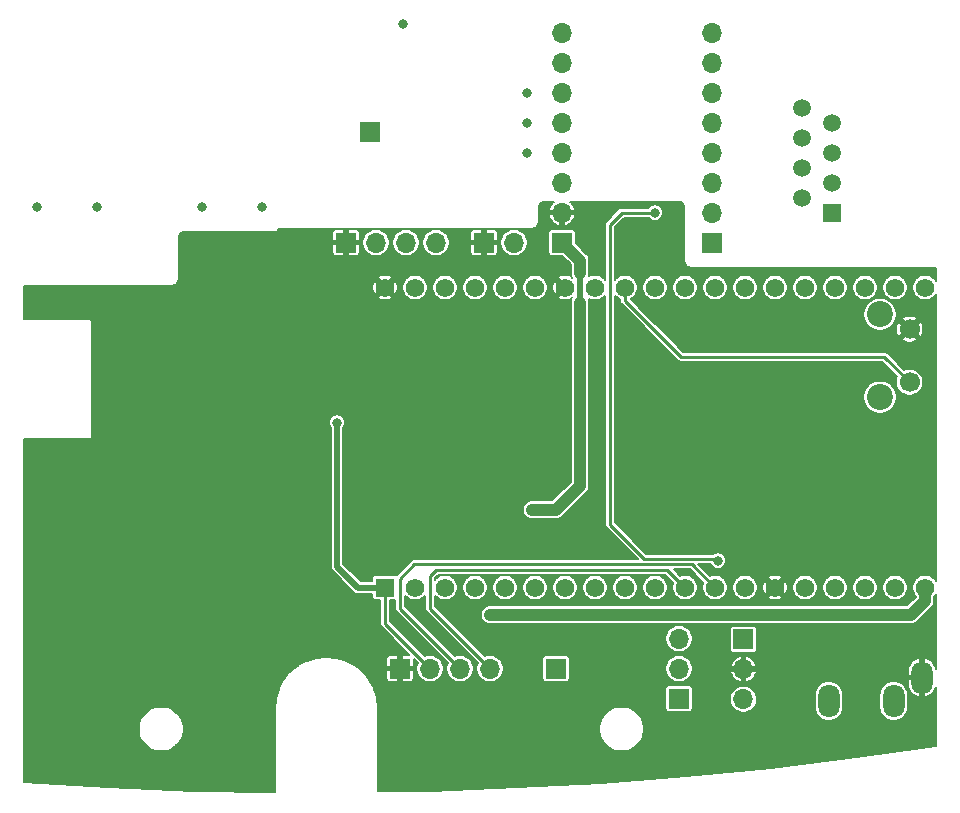
<source format=gbl>
G04 #@! TF.GenerationSoftware,KiCad,Pcbnew,5.1.5+dfsg1-2*
G04 #@! TF.CreationDate,2020-01-22T21:53:06+01:00*
G04 #@! TF.ProjectId,bt-trx-dev-board,62742d74-7278-42d6-9465-762d626f6172,5.0*
G04 #@! TF.SameCoordinates,Original*
G04 #@! TF.FileFunction,Copper,L2,Bot*
G04 #@! TF.FilePolarity,Positive*
%FSLAX46Y46*%
G04 Gerber Fmt 4.6, Leading zero omitted, Abs format (unit mm)*
G04 Created by KiCad (PCBNEW 5.1.5+dfsg1-2) date 2020-01-22 21:53:06*
%MOMM*%
%LPD*%
G04 APERTURE LIST*
%ADD10R,1.700000X1.700000*%
%ADD11R,1.560000X1.560000*%
%ADD12C,1.560000*%
%ADD13R,1.500000X1.500000*%
%ADD14C,1.500000*%
%ADD15O,1.700000X1.700000*%
%ADD16O,1.800000X2.800000*%
%ADD17C,2.200000*%
%ADD18C,1.700000*%
%ADD19C,0.800000*%
%ADD20C,1.000000*%
%ADD21C,0.500000*%
%ADD22C,0.250000*%
%ADD23C,1.000000*%
%ADD24C,0.200000*%
G04 APERTURE END LIST*
D10*
X165862000Y-122428000D03*
X150114000Y-76962000D03*
D11*
X151384000Y-115570000D03*
D12*
X153924000Y-115570000D03*
X197104000Y-115570000D03*
X156464000Y-115570000D03*
X159004000Y-115570000D03*
X161544000Y-115570000D03*
X164084000Y-115570000D03*
X166624000Y-115570000D03*
X169164000Y-115570000D03*
X171704000Y-115570000D03*
X174244000Y-115570000D03*
X176784000Y-115570000D03*
X179324000Y-115570000D03*
X181864000Y-115570000D03*
X184404000Y-115570000D03*
X186944000Y-115570000D03*
X189484000Y-115570000D03*
X192024000Y-115570000D03*
X194564000Y-115570000D03*
X151384000Y-90170000D03*
X153924000Y-90170000D03*
X156464000Y-90170000D03*
X159004000Y-90170000D03*
X161544000Y-90170000D03*
X164084000Y-90170000D03*
X166624000Y-90170000D03*
X169164000Y-90170000D03*
X171704000Y-90170000D03*
X174244000Y-90170000D03*
X176784000Y-90170000D03*
X179324000Y-90170000D03*
X181864000Y-90170000D03*
X184404000Y-90170000D03*
X186944000Y-90170000D03*
X189484000Y-90170000D03*
X192024000Y-90170000D03*
X194564000Y-90170000D03*
X197104000Y-90170000D03*
D13*
X189230000Y-83820000D03*
D14*
X186690000Y-82550000D03*
X189230000Y-81280000D03*
X186690000Y-80010000D03*
X189230000Y-78740000D03*
X186690000Y-77470000D03*
X189230000Y-76200000D03*
X186690000Y-74930000D03*
D10*
X181737000Y-119951500D03*
D15*
X181737000Y-122491500D03*
X181737000Y-125031500D03*
D10*
X176276000Y-124968000D03*
D15*
X176276000Y-122428000D03*
X176276000Y-119888000D03*
D10*
X148082000Y-86360000D03*
D15*
X150622000Y-86360000D03*
X153162000Y-86360000D03*
X155702000Y-86360000D03*
D16*
X196850000Y-123190000D03*
X194450000Y-125190000D03*
X188950000Y-125190000D03*
D10*
X159766000Y-86360000D03*
D15*
X162306000Y-86360000D03*
D17*
X193294000Y-99441000D03*
X193294000Y-92441000D03*
D18*
X195794000Y-98191000D03*
X195794000Y-93691000D03*
D10*
X152654000Y-122428000D03*
D15*
X155194000Y-122428000D03*
X157734000Y-122428000D03*
X160274000Y-122428000D03*
X166370000Y-68580000D03*
X166370000Y-71120000D03*
X166370000Y-73660000D03*
X166370000Y-76200000D03*
X166370000Y-78740000D03*
X166370000Y-81280000D03*
X166370000Y-83820000D03*
D10*
X166370000Y-86360000D03*
X179070000Y-86360000D03*
D15*
X179070000Y-83820000D03*
X179070000Y-81280000D03*
X179070000Y-78740000D03*
X179070000Y-76200000D03*
X179070000Y-73660000D03*
X179070000Y-71120000D03*
X179070000Y-68580000D03*
D19*
X152908000Y-67818000D03*
X147320000Y-101600000D03*
D20*
X160274000Y-117856000D03*
X163830000Y-108966000D03*
D19*
X121920000Y-83312000D03*
X135890000Y-83312000D03*
X163385500Y-78740000D03*
X151892000Y-131826000D03*
X140970000Y-131826000D03*
X140970000Y-124714000D03*
X151892000Y-124714000D03*
X196850000Y-128016000D03*
X122174000Y-130810000D03*
X121158000Y-92202000D03*
X122682000Y-92202000D03*
X124206000Y-92202000D03*
X125730000Y-92202000D03*
X127254000Y-92202000D03*
X127254000Y-93726000D03*
X127254000Y-95250000D03*
X127254000Y-96774000D03*
X127254000Y-98298000D03*
X127254000Y-99822000D03*
X127254000Y-101346000D03*
X121158000Y-103632000D03*
X122682000Y-103632000D03*
X124206000Y-103632000D03*
X121158000Y-105156000D03*
X121158000Y-90678000D03*
X195580000Y-104140000D03*
X195580000Y-108712000D03*
X195580000Y-113284000D03*
X183896000Y-130302000D03*
X172720000Y-131318000D03*
X162052000Y-131826000D03*
X131572000Y-131572000D03*
X121666000Y-121920000D03*
X121666000Y-109982000D03*
X151130000Y-96520000D03*
X151130000Y-105410000D03*
X164592000Y-105410000D03*
X164338000Y-96520000D03*
X163385500Y-76200000D03*
X174244000Y-83820000D03*
X179578000Y-113284000D03*
X163385500Y-73660000D03*
X127000000Y-83312000D03*
X140970000Y-83312000D03*
D21*
X149098000Y-115570000D02*
X151384000Y-115570000D01*
X147320000Y-101600000D02*
X147320000Y-113792000D01*
X147320000Y-113792000D02*
X149098000Y-115570000D01*
D22*
X151384000Y-118618000D02*
X155194000Y-122428000D01*
X151384000Y-115570000D02*
X151384000Y-118618000D01*
D23*
X197104000Y-116673086D02*
X195921086Y-117856000D01*
X197104000Y-115570000D02*
X197104000Y-116673086D01*
X160274000Y-117856000D02*
X195921086Y-117856000D01*
X167894000Y-106934000D02*
X167894000Y-91440000D01*
X166370000Y-86360000D02*
X167894000Y-87884000D01*
X167894000Y-87884000D02*
X167894000Y-88900000D01*
D21*
X167894000Y-88900000D02*
X167894000Y-91440000D01*
D23*
X163830000Y-108966000D02*
X163830000Y-108966000D01*
X163830000Y-108966000D02*
X165862000Y-108966000D01*
X165862000Y-108966000D02*
X167894000Y-106934000D01*
D22*
X171704000Y-91273086D02*
X176442914Y-96012000D01*
X171704000Y-90170000D02*
X171704000Y-91273086D01*
X193615000Y-96012000D02*
X195794000Y-98191000D01*
X176442914Y-96012000D02*
X193615000Y-96012000D01*
X174244000Y-83820000D02*
X171450000Y-83820000D01*
X171450000Y-83820000D02*
X170434000Y-84836000D01*
X170434000Y-110236000D02*
X173343980Y-113145980D01*
X170434000Y-84836000D02*
X170434000Y-110236000D01*
X173343980Y-113145980D02*
X179439980Y-113145980D01*
X179439980Y-113145980D02*
X179578000Y-113284000D01*
X155194000Y-119888000D02*
X157734000Y-122428000D01*
X177349990Y-113595990D02*
X153866010Y-113595990D01*
X179324000Y-115570000D02*
X177349990Y-113595990D01*
X153866010Y-113595990D02*
X152654000Y-114808000D01*
X152654000Y-114808000D02*
X152654000Y-117348000D01*
X152654000Y-117348000D02*
X155194000Y-119888000D01*
X157734000Y-119888000D02*
X160274000Y-122428000D01*
X175260000Y-114046000D02*
X155702000Y-114046000D01*
X176784000Y-115570000D02*
X175260000Y-114046000D01*
X155702000Y-114046000D02*
X155194000Y-114554000D01*
X155194000Y-114554000D02*
X155194000Y-117348000D01*
X155194000Y-117348000D02*
X157734000Y-119888000D01*
D24*
G36*
X165643228Y-82928753D02*
G01*
X165483319Y-83087664D01*
X165357485Y-83274719D01*
X165270561Y-83482728D01*
X165268480Y-83489617D01*
X165306088Y-83666000D01*
X166216000Y-83666000D01*
X166216000Y-83646000D01*
X166524000Y-83646000D01*
X166524000Y-83666000D01*
X167433912Y-83666000D01*
X167471520Y-83489617D01*
X167469439Y-83482728D01*
X167382515Y-83274719D01*
X167256681Y-83087664D01*
X167096772Y-82928753D01*
X167059474Y-82904000D01*
X176270833Y-82904000D01*
X176482236Y-82960645D01*
X176627355Y-83105764D01*
X176684000Y-83317167D01*
X176684000Y-87892000D01*
X176687407Y-87917882D01*
X176754394Y-88167882D01*
X176761300Y-88186229D01*
X176771652Y-88202876D01*
X176780276Y-88212711D01*
X176963289Y-88395724D01*
X176978443Y-88408160D01*
X176995732Y-88417401D01*
X177008118Y-88421606D01*
X177258118Y-88488593D01*
X177284000Y-88492000D01*
X197861387Y-88492000D01*
X198025001Y-88535809D01*
X198025001Y-89604426D01*
X197942891Y-89481540D01*
X197792460Y-89331109D01*
X197615572Y-89212916D01*
X197419024Y-89131503D01*
X197210371Y-89090000D01*
X196997629Y-89090000D01*
X196788976Y-89131503D01*
X196592428Y-89212916D01*
X196415540Y-89331109D01*
X196265109Y-89481540D01*
X196146916Y-89658428D01*
X196065503Y-89854976D01*
X196024000Y-90063629D01*
X196024000Y-90276371D01*
X196065503Y-90485024D01*
X196146916Y-90681572D01*
X196265109Y-90858460D01*
X196415540Y-91008891D01*
X196592428Y-91127084D01*
X196788976Y-91208497D01*
X196997629Y-91250000D01*
X197210371Y-91250000D01*
X197419024Y-91208497D01*
X197615572Y-91127084D01*
X197792460Y-91008891D01*
X197942891Y-90858460D01*
X198025001Y-90735574D01*
X198025000Y-115004425D01*
X197942891Y-114881540D01*
X197792460Y-114731109D01*
X197615572Y-114612916D01*
X197419024Y-114531503D01*
X197210371Y-114490000D01*
X196997629Y-114490000D01*
X196788976Y-114531503D01*
X196592428Y-114612916D01*
X196415540Y-114731109D01*
X196265109Y-114881540D01*
X196146916Y-115058428D01*
X196065503Y-115254976D01*
X196024000Y-115463629D01*
X196024000Y-115676371D01*
X196065503Y-115885024D01*
X196146916Y-116081572D01*
X196265109Y-116258460D01*
X196304001Y-116297352D01*
X196304001Y-116341715D01*
X195589716Y-117056000D01*
X160195207Y-117056000D01*
X160156465Y-117063706D01*
X160117173Y-117067576D01*
X160079393Y-117079037D01*
X160040649Y-117086743D01*
X160004152Y-117101860D01*
X159966372Y-117113321D01*
X159931554Y-117131932D01*
X159895058Y-117147049D01*
X159862210Y-117168997D01*
X159827394Y-117187607D01*
X159796878Y-117212651D01*
X159764030Y-117234599D01*
X159736098Y-117262531D01*
X159705578Y-117287578D01*
X159680531Y-117318098D01*
X159652599Y-117346030D01*
X159630651Y-117378878D01*
X159605607Y-117409394D01*
X159586997Y-117444210D01*
X159565049Y-117477058D01*
X159549932Y-117513554D01*
X159531321Y-117548372D01*
X159519860Y-117586152D01*
X159504743Y-117622649D01*
X159497037Y-117661393D01*
X159485576Y-117699173D01*
X159481706Y-117738465D01*
X159474000Y-117777207D01*
X159474000Y-117816707D01*
X159470130Y-117856000D01*
X159474000Y-117895293D01*
X159474000Y-117934793D01*
X159481706Y-117973535D01*
X159485576Y-118012827D01*
X159497037Y-118050607D01*
X159504743Y-118089351D01*
X159519860Y-118125848D01*
X159531321Y-118163628D01*
X159549932Y-118198446D01*
X159565049Y-118234942D01*
X159586997Y-118267790D01*
X159605607Y-118302606D01*
X159630651Y-118333122D01*
X159652599Y-118365970D01*
X159680531Y-118393902D01*
X159705578Y-118424422D01*
X159736098Y-118449469D01*
X159764030Y-118477401D01*
X159796878Y-118499349D01*
X159827394Y-118524393D01*
X159862210Y-118543003D01*
X159895058Y-118564951D01*
X159931554Y-118580068D01*
X159966372Y-118598679D01*
X160004152Y-118610140D01*
X160040649Y-118625257D01*
X160079393Y-118632963D01*
X160117173Y-118644424D01*
X160156465Y-118648294D01*
X160195207Y-118656000D01*
X195881795Y-118656000D01*
X195921086Y-118659870D01*
X195960377Y-118656000D01*
X195960379Y-118656000D01*
X196077913Y-118644424D01*
X196228714Y-118598679D01*
X196367692Y-118524393D01*
X196489508Y-118424422D01*
X196514559Y-118393897D01*
X197641902Y-117266555D01*
X197672422Y-117241508D01*
X197749942Y-117147049D01*
X197772393Y-117119693D01*
X197846679Y-116980714D01*
X197892424Y-116829913D01*
X197904000Y-116712379D01*
X197904000Y-116712378D01*
X197907870Y-116673087D01*
X197904000Y-116633796D01*
X197904000Y-116297351D01*
X197942891Y-116258460D01*
X198025000Y-116135575D01*
X198025000Y-122427177D01*
X197996898Y-122304851D01*
X197899722Y-122088503D01*
X197762206Y-121895270D01*
X197589634Y-121732578D01*
X197388638Y-121606679D01*
X197188273Y-121538666D01*
X197004000Y-121575590D01*
X197004000Y-123036000D01*
X197024000Y-123036000D01*
X197024000Y-123344000D01*
X197004000Y-123344000D01*
X197004000Y-124804410D01*
X197188273Y-124841334D01*
X197388638Y-124773321D01*
X197589634Y-124647422D01*
X197762206Y-124484730D01*
X197899722Y-124291497D01*
X197996898Y-124075149D01*
X198025000Y-123952823D01*
X198025000Y-128977967D01*
X191223468Y-129942382D01*
X184058838Y-130805641D01*
X176877674Y-131518668D01*
X169683164Y-132081148D01*
X162478465Y-132492833D01*
X155266079Y-132753567D01*
X150800000Y-132836773D01*
X150800000Y-127362866D01*
X169525000Y-127362866D01*
X169525000Y-127737134D01*
X169598016Y-128104209D01*
X169741242Y-128449987D01*
X169949174Y-128761179D01*
X170213821Y-129025826D01*
X170525013Y-129233758D01*
X170870791Y-129376984D01*
X171237866Y-129450000D01*
X171612134Y-129450000D01*
X171979209Y-129376984D01*
X172324987Y-129233758D01*
X172636179Y-129025826D01*
X172900826Y-128761179D01*
X173108758Y-128449987D01*
X173251984Y-128104209D01*
X173325000Y-127737134D01*
X173325000Y-127362866D01*
X173251984Y-126995791D01*
X173108758Y-126650013D01*
X172900826Y-126338821D01*
X172636179Y-126074174D01*
X172324987Y-125866242D01*
X171979209Y-125723016D01*
X171612134Y-125650000D01*
X171237866Y-125650000D01*
X170870791Y-125723016D01*
X170525013Y-125866242D01*
X170213821Y-126074174D01*
X169949174Y-126338821D01*
X169741242Y-126650013D01*
X169598016Y-126995791D01*
X169525000Y-127362866D01*
X150800000Y-127362866D01*
X150800000Y-125781581D01*
X150799872Y-125780277D01*
X150799601Y-125741532D01*
X150797820Y-125724589D01*
X150797820Y-125707557D01*
X150797273Y-125702350D01*
X150710253Y-124926552D01*
X150703181Y-124893283D01*
X150696584Y-124859966D01*
X150695036Y-124854964D01*
X150461259Y-124118000D01*
X175124549Y-124118000D01*
X175124549Y-125818000D01*
X175130341Y-125876810D01*
X175147496Y-125933360D01*
X175175353Y-125985477D01*
X175212842Y-126031158D01*
X175258523Y-126068647D01*
X175310640Y-126096504D01*
X175367190Y-126113659D01*
X175426000Y-126119451D01*
X177126000Y-126119451D01*
X177184810Y-126113659D01*
X177241360Y-126096504D01*
X177293477Y-126068647D01*
X177339158Y-126031158D01*
X177376647Y-125985477D01*
X177404504Y-125933360D01*
X177421659Y-125876810D01*
X177427451Y-125818000D01*
X177427451Y-124918235D01*
X180587000Y-124918235D01*
X180587000Y-125144765D01*
X180631194Y-125366943D01*
X180717884Y-125576229D01*
X180843737Y-125764582D01*
X181003918Y-125924763D01*
X181192271Y-126050616D01*
X181401557Y-126137306D01*
X181623735Y-126181500D01*
X181850265Y-126181500D01*
X182072443Y-126137306D01*
X182281729Y-126050616D01*
X182470082Y-125924763D01*
X182630263Y-125764582D01*
X182756116Y-125576229D01*
X182842806Y-125366943D01*
X182887000Y-125144765D01*
X182887000Y-124918235D01*
X182842806Y-124696057D01*
X182815879Y-124631050D01*
X187750000Y-124631050D01*
X187750000Y-125748949D01*
X187767363Y-125925240D01*
X187835981Y-126151441D01*
X187947409Y-126359909D01*
X188097366Y-126542634D01*
X188280090Y-126692591D01*
X188488558Y-126804019D01*
X188714759Y-126872637D01*
X188950000Y-126895806D01*
X189185240Y-126872637D01*
X189411441Y-126804019D01*
X189619909Y-126692591D01*
X189802634Y-126542634D01*
X189952591Y-126359910D01*
X190064019Y-126151442D01*
X190132637Y-125925241D01*
X190150000Y-125748950D01*
X190150000Y-124631050D01*
X193250000Y-124631050D01*
X193250000Y-125748949D01*
X193267363Y-125925240D01*
X193335981Y-126151441D01*
X193447409Y-126359909D01*
X193597366Y-126542634D01*
X193780090Y-126692591D01*
X193988558Y-126804019D01*
X194214759Y-126872637D01*
X194450000Y-126895806D01*
X194685240Y-126872637D01*
X194911441Y-126804019D01*
X195119909Y-126692591D01*
X195302634Y-126542634D01*
X195452591Y-126359910D01*
X195564019Y-126151442D01*
X195632637Y-125925241D01*
X195650000Y-125748950D01*
X195650000Y-124631050D01*
X195632637Y-124454759D01*
X195564019Y-124228558D01*
X195452591Y-124020090D01*
X195302634Y-123837366D01*
X195119910Y-123687409D01*
X194911442Y-123575981D01*
X194685241Y-123507363D01*
X194450000Y-123484194D01*
X194214760Y-123507363D01*
X193988559Y-123575981D01*
X193780091Y-123687409D01*
X193597367Y-123837366D01*
X193447410Y-124020090D01*
X193335981Y-124228558D01*
X193267363Y-124454759D01*
X193250000Y-124631050D01*
X190150000Y-124631050D01*
X190132637Y-124454759D01*
X190064019Y-124228558D01*
X189952591Y-124020090D01*
X189802634Y-123837366D01*
X189619910Y-123687409D01*
X189411442Y-123575981D01*
X189185241Y-123507363D01*
X188950000Y-123484194D01*
X188714760Y-123507363D01*
X188488559Y-123575981D01*
X188280091Y-123687409D01*
X188097367Y-123837366D01*
X187947410Y-124020090D01*
X187835981Y-124228558D01*
X187767363Y-124454759D01*
X187750000Y-124631050D01*
X182815879Y-124631050D01*
X182756116Y-124486771D01*
X182630263Y-124298418D01*
X182470082Y-124138237D01*
X182281729Y-124012384D01*
X182072443Y-123925694D01*
X181850265Y-123881500D01*
X181623735Y-123881500D01*
X181401557Y-123925694D01*
X181192271Y-124012384D01*
X181003918Y-124138237D01*
X180843737Y-124298418D01*
X180717884Y-124486771D01*
X180631194Y-124696057D01*
X180587000Y-124918235D01*
X177427451Y-124918235D01*
X177427451Y-124118000D01*
X177421659Y-124059190D01*
X177404504Y-124002640D01*
X177376647Y-123950523D01*
X177339158Y-123904842D01*
X177293477Y-123867353D01*
X177241360Y-123839496D01*
X177184810Y-123822341D01*
X177126000Y-123816549D01*
X175426000Y-123816549D01*
X175367190Y-123822341D01*
X175310640Y-123839496D01*
X175258523Y-123867353D01*
X175212842Y-123904842D01*
X175175353Y-123950523D01*
X175147496Y-124002640D01*
X175130341Y-124059190D01*
X175124549Y-124118000D01*
X150461259Y-124118000D01*
X150458988Y-124110843D01*
X150445576Y-124079551D01*
X150432646Y-124048181D01*
X150430156Y-124043575D01*
X150430156Y-124043574D01*
X150430153Y-124043570D01*
X150054069Y-123359474D01*
X150034847Y-123331402D01*
X150016058Y-123303122D01*
X150012721Y-123299087D01*
X149995027Y-123278000D01*
X151502548Y-123278000D01*
X151508340Y-123336810D01*
X151525495Y-123393361D01*
X151553352Y-123445478D01*
X151590841Y-123491159D01*
X151636522Y-123528648D01*
X151688639Y-123556505D01*
X151745190Y-123573660D01*
X151804000Y-123579452D01*
X152425000Y-123578000D01*
X152500000Y-123503000D01*
X152500000Y-122582000D01*
X152808000Y-122582000D01*
X152808000Y-123503000D01*
X152883000Y-123578000D01*
X153504000Y-123579452D01*
X153562810Y-123573660D01*
X153619361Y-123556505D01*
X153671478Y-123528648D01*
X153717159Y-123491159D01*
X153754648Y-123445478D01*
X153782505Y-123393361D01*
X153799660Y-123336810D01*
X153805452Y-123278000D01*
X153804000Y-122657000D01*
X153729000Y-122582000D01*
X152808000Y-122582000D01*
X152500000Y-122582000D01*
X151579000Y-122582000D01*
X151504000Y-122657000D01*
X151502548Y-123278000D01*
X149995027Y-123278000D01*
X149510920Y-122701064D01*
X149486608Y-122677256D01*
X149462686Y-122653167D01*
X149458629Y-122649857D01*
X148850229Y-122160691D01*
X148821780Y-122142075D01*
X148793612Y-122123075D01*
X148788989Y-122120617D01*
X148097162Y-121758939D01*
X148065640Y-121746203D01*
X148034317Y-121733036D01*
X148029304Y-121731522D01*
X147507683Y-121578000D01*
X151502548Y-121578000D01*
X151504000Y-122199000D01*
X151579000Y-122274000D01*
X152500000Y-122274000D01*
X152500000Y-121353000D01*
X152425000Y-121278000D01*
X151804000Y-121276548D01*
X151745190Y-121282340D01*
X151688639Y-121299495D01*
X151636522Y-121327352D01*
X151590841Y-121364841D01*
X151553352Y-121410522D01*
X151525495Y-121462639D01*
X151508340Y-121519190D01*
X151502548Y-121578000D01*
X147507683Y-121578000D01*
X147280403Y-121511108D01*
X147247001Y-121504737D01*
X147213724Y-121497906D01*
X147208513Y-121497394D01*
X146431062Y-121426640D01*
X146397004Y-121426878D01*
X146363088Y-121426641D01*
X146357877Y-121427151D01*
X145581490Y-121508753D01*
X145548146Y-121515598D01*
X145514810Y-121521957D01*
X145509797Y-121523470D01*
X144764048Y-121754318D01*
X144732709Y-121767492D01*
X144701202Y-121780221D01*
X144696579Y-121782679D01*
X144009869Y-122153982D01*
X143981686Y-122172992D01*
X143953252Y-122191598D01*
X143949194Y-122194907D01*
X143347683Y-122692520D01*
X143323707Y-122716665D01*
X143299450Y-122740418D01*
X143296112Y-122744452D01*
X142802711Y-123349423D01*
X142783892Y-123377747D01*
X142764701Y-123405776D01*
X142762210Y-123410382D01*
X142395711Y-124099666D01*
X142382757Y-124131095D01*
X142369370Y-124162329D01*
X142367821Y-124167331D01*
X142142184Y-124914676D01*
X142135580Y-124948030D01*
X142128516Y-124981262D01*
X142127969Y-124986469D01*
X142051793Y-125763377D01*
X142050000Y-125781582D01*
X142050001Y-132916632D01*
X135212917Y-132765743D01*
X128001446Y-132455389D01*
X120823318Y-131995695D01*
X120823436Y-127362866D01*
X130525000Y-127362866D01*
X130525000Y-127737134D01*
X130598016Y-128104209D01*
X130741242Y-128449987D01*
X130949174Y-128761179D01*
X131213821Y-129025826D01*
X131525013Y-129233758D01*
X131870791Y-129376984D01*
X132237866Y-129450000D01*
X132612134Y-129450000D01*
X132979209Y-129376984D01*
X133324987Y-129233758D01*
X133636179Y-129025826D01*
X133900826Y-128761179D01*
X134108758Y-128449987D01*
X134251984Y-128104209D01*
X134325000Y-127737134D01*
X134325000Y-127362866D01*
X134251984Y-126995791D01*
X134108758Y-126650013D01*
X133900826Y-126338821D01*
X133636179Y-126074174D01*
X133324987Y-125866242D01*
X132979209Y-125723016D01*
X132612134Y-125650000D01*
X132237866Y-125650000D01*
X131870791Y-125723016D01*
X131525013Y-125866242D01*
X131213821Y-126074174D01*
X130949174Y-126338821D01*
X130741242Y-126650013D01*
X130598016Y-126995791D01*
X130525000Y-127362866D01*
X120823436Y-127362866D01*
X120824061Y-102970000D01*
X126465075Y-102970000D01*
X126484584Y-102968079D01*
X126503343Y-102962388D01*
X126520632Y-102953147D01*
X126535786Y-102940711D01*
X126548222Y-102925557D01*
X126557463Y-102908268D01*
X126563154Y-102889509D01*
X126565075Y-102870000D01*
X126565075Y-101531056D01*
X146620000Y-101531056D01*
X146620000Y-101668944D01*
X146646901Y-101804182D01*
X146699668Y-101931574D01*
X146770000Y-102036834D01*
X146770001Y-113764982D01*
X146767340Y-113792000D01*
X146770001Y-113819018D01*
X146777959Y-113899819D01*
X146805479Y-113990538D01*
X146809409Y-114003494D01*
X146860479Y-114099042D01*
X146911987Y-114161804D01*
X146911993Y-114161810D01*
X146929211Y-114182790D01*
X146950191Y-114200008D01*
X148689987Y-115939804D01*
X148707210Y-115960790D01*
X148728196Y-115978013D01*
X148790958Y-116029521D01*
X148886505Y-116080592D01*
X148990181Y-116112042D01*
X149070982Y-116120000D01*
X149070989Y-116120000D01*
X149098000Y-116122660D01*
X149125011Y-116120000D01*
X150302549Y-116120000D01*
X150302549Y-116350000D01*
X150308341Y-116408810D01*
X150325496Y-116465360D01*
X150353353Y-116517477D01*
X150390842Y-116563158D01*
X150436523Y-116600647D01*
X150488640Y-116628504D01*
X150545190Y-116645659D01*
X150604000Y-116651451D01*
X150959000Y-116651451D01*
X150959001Y-118597123D01*
X150956945Y-118618000D01*
X150965150Y-118701314D01*
X150989453Y-118781427D01*
X151028917Y-118855260D01*
X151082027Y-118919974D01*
X151098239Y-118933279D01*
X153441653Y-121276694D01*
X152883000Y-121278000D01*
X152808000Y-121353000D01*
X152808000Y-122274000D01*
X153729000Y-122274000D01*
X153804000Y-122199000D01*
X153805306Y-121640347D01*
X154137788Y-121972828D01*
X154088194Y-122092557D01*
X154044000Y-122314735D01*
X154044000Y-122541265D01*
X154088194Y-122763443D01*
X154174884Y-122972729D01*
X154300737Y-123161082D01*
X154460918Y-123321263D01*
X154649271Y-123447116D01*
X154858557Y-123533806D01*
X155080735Y-123578000D01*
X155307265Y-123578000D01*
X155529443Y-123533806D01*
X155738729Y-123447116D01*
X155927082Y-123321263D01*
X156087263Y-123161082D01*
X156213116Y-122972729D01*
X156299806Y-122763443D01*
X156344000Y-122541265D01*
X156344000Y-122314735D01*
X156299806Y-122092557D01*
X156213116Y-121883271D01*
X156087263Y-121694918D01*
X155927082Y-121534737D01*
X155738729Y-121408884D01*
X155529443Y-121322194D01*
X155307265Y-121278000D01*
X155080735Y-121278000D01*
X154858557Y-121322194D01*
X154738828Y-121371788D01*
X151809000Y-118441960D01*
X151809000Y-116651451D01*
X152164000Y-116651451D01*
X152222810Y-116645659D01*
X152229001Y-116643781D01*
X152229001Y-117327123D01*
X152226945Y-117348000D01*
X152235150Y-117431314D01*
X152248996Y-117476956D01*
X152259453Y-117511427D01*
X152298917Y-117585260D01*
X152352027Y-117649974D01*
X152368239Y-117663279D01*
X154908239Y-120203280D01*
X154908245Y-120203285D01*
X156677788Y-121972828D01*
X156628194Y-122092557D01*
X156584000Y-122314735D01*
X156584000Y-122541265D01*
X156628194Y-122763443D01*
X156714884Y-122972729D01*
X156840737Y-123161082D01*
X157000918Y-123321263D01*
X157189271Y-123447116D01*
X157398557Y-123533806D01*
X157620735Y-123578000D01*
X157847265Y-123578000D01*
X158069443Y-123533806D01*
X158278729Y-123447116D01*
X158467082Y-123321263D01*
X158627263Y-123161082D01*
X158753116Y-122972729D01*
X158839806Y-122763443D01*
X158884000Y-122541265D01*
X158884000Y-122314735D01*
X158839806Y-122092557D01*
X158753116Y-121883271D01*
X158627263Y-121694918D01*
X158467082Y-121534737D01*
X158278729Y-121408884D01*
X158069443Y-121322194D01*
X157847265Y-121278000D01*
X157620735Y-121278000D01*
X157398557Y-121322194D01*
X157278828Y-121371788D01*
X155509285Y-119602245D01*
X155509280Y-119602239D01*
X153079000Y-117171960D01*
X153079000Y-116249317D01*
X153085109Y-116258460D01*
X153235540Y-116408891D01*
X153412428Y-116527084D01*
X153608976Y-116608497D01*
X153817629Y-116650000D01*
X154030371Y-116650000D01*
X154239024Y-116608497D01*
X154435572Y-116527084D01*
X154612460Y-116408891D01*
X154762891Y-116258460D01*
X154769001Y-116249316D01*
X154769001Y-117327123D01*
X154766945Y-117348000D01*
X154775150Y-117431314D01*
X154788996Y-117476956D01*
X154799453Y-117511427D01*
X154838917Y-117585260D01*
X154892027Y-117649974D01*
X154908239Y-117663279D01*
X157448239Y-120203280D01*
X157448245Y-120203285D01*
X159217788Y-121972828D01*
X159168194Y-122092557D01*
X159124000Y-122314735D01*
X159124000Y-122541265D01*
X159168194Y-122763443D01*
X159254884Y-122972729D01*
X159380737Y-123161082D01*
X159540918Y-123321263D01*
X159729271Y-123447116D01*
X159938557Y-123533806D01*
X160160735Y-123578000D01*
X160387265Y-123578000D01*
X160609443Y-123533806D01*
X160818729Y-123447116D01*
X161007082Y-123321263D01*
X161167263Y-123161082D01*
X161293116Y-122972729D01*
X161379806Y-122763443D01*
X161424000Y-122541265D01*
X161424000Y-122314735D01*
X161379806Y-122092557D01*
X161293116Y-121883271D01*
X161167263Y-121694918D01*
X161050345Y-121578000D01*
X164710549Y-121578000D01*
X164710549Y-123278000D01*
X164716341Y-123336810D01*
X164733496Y-123393360D01*
X164761353Y-123445477D01*
X164798842Y-123491158D01*
X164844523Y-123528647D01*
X164896640Y-123556504D01*
X164953190Y-123573659D01*
X165012000Y-123579451D01*
X166712000Y-123579451D01*
X166770810Y-123573659D01*
X166827360Y-123556504D01*
X166879477Y-123528647D01*
X166925158Y-123491158D01*
X166962647Y-123445477D01*
X166990504Y-123393360D01*
X167007659Y-123336810D01*
X167013451Y-123278000D01*
X167013451Y-122314735D01*
X175126000Y-122314735D01*
X175126000Y-122541265D01*
X175170194Y-122763443D01*
X175256884Y-122972729D01*
X175382737Y-123161082D01*
X175542918Y-123321263D01*
X175731271Y-123447116D01*
X175940557Y-123533806D01*
X176162735Y-123578000D01*
X176389265Y-123578000D01*
X176611443Y-123533806D01*
X176820729Y-123447116D01*
X177009082Y-123321263D01*
X177169263Y-123161082D01*
X177295116Y-122972729D01*
X177357599Y-122821883D01*
X180635480Y-122821883D01*
X180637561Y-122828772D01*
X180724485Y-123036781D01*
X180850319Y-123223836D01*
X181010228Y-123382747D01*
X181198066Y-123507408D01*
X181406615Y-123593028D01*
X181583000Y-123556150D01*
X181583000Y-122645500D01*
X181891000Y-122645500D01*
X181891000Y-123556150D01*
X182067385Y-123593028D01*
X182275934Y-123507408D01*
X182463772Y-123382747D01*
X182502762Y-123344000D01*
X195650000Y-123344000D01*
X195650000Y-123844000D01*
X195703102Y-124075149D01*
X195800278Y-124291497D01*
X195937794Y-124484730D01*
X196110366Y-124647422D01*
X196311362Y-124773321D01*
X196511727Y-124841334D01*
X196696000Y-124804410D01*
X196696000Y-123344000D01*
X195650000Y-123344000D01*
X182502762Y-123344000D01*
X182623681Y-123223836D01*
X182749515Y-123036781D01*
X182836439Y-122828772D01*
X182838520Y-122821883D01*
X182800912Y-122645500D01*
X181891000Y-122645500D01*
X181583000Y-122645500D01*
X180673088Y-122645500D01*
X180635480Y-122821883D01*
X177357599Y-122821883D01*
X177381806Y-122763443D01*
X177426000Y-122541265D01*
X177426000Y-122536000D01*
X195650000Y-122536000D01*
X195650000Y-123036000D01*
X196696000Y-123036000D01*
X196696000Y-121575590D01*
X196511727Y-121538666D01*
X196311362Y-121606679D01*
X196110366Y-121732578D01*
X195937794Y-121895270D01*
X195800278Y-122088503D01*
X195703102Y-122304851D01*
X195650000Y-122536000D01*
X177426000Y-122536000D01*
X177426000Y-122314735D01*
X177395444Y-122161117D01*
X180635480Y-122161117D01*
X180673088Y-122337500D01*
X181583000Y-122337500D01*
X181583000Y-121426850D01*
X181891000Y-121426850D01*
X181891000Y-122337500D01*
X182800912Y-122337500D01*
X182838520Y-122161117D01*
X182836439Y-122154228D01*
X182749515Y-121946219D01*
X182623681Y-121759164D01*
X182463772Y-121600253D01*
X182275934Y-121475592D01*
X182067385Y-121389972D01*
X181891000Y-121426850D01*
X181583000Y-121426850D01*
X181406615Y-121389972D01*
X181198066Y-121475592D01*
X181010228Y-121600253D01*
X180850319Y-121759164D01*
X180724485Y-121946219D01*
X180637561Y-122154228D01*
X180635480Y-122161117D01*
X177395444Y-122161117D01*
X177381806Y-122092557D01*
X177295116Y-121883271D01*
X177169263Y-121694918D01*
X177009082Y-121534737D01*
X176820729Y-121408884D01*
X176611443Y-121322194D01*
X176389265Y-121278000D01*
X176162735Y-121278000D01*
X175940557Y-121322194D01*
X175731271Y-121408884D01*
X175542918Y-121534737D01*
X175382737Y-121694918D01*
X175256884Y-121883271D01*
X175170194Y-122092557D01*
X175126000Y-122314735D01*
X167013451Y-122314735D01*
X167013451Y-121578000D01*
X167007659Y-121519190D01*
X166990504Y-121462640D01*
X166962647Y-121410523D01*
X166925158Y-121364842D01*
X166879477Y-121327353D01*
X166827360Y-121299496D01*
X166770810Y-121282341D01*
X166712000Y-121276549D01*
X165012000Y-121276549D01*
X164953190Y-121282341D01*
X164896640Y-121299496D01*
X164844523Y-121327353D01*
X164798842Y-121364842D01*
X164761353Y-121410523D01*
X164733496Y-121462640D01*
X164716341Y-121519190D01*
X164710549Y-121578000D01*
X161050345Y-121578000D01*
X161007082Y-121534737D01*
X160818729Y-121408884D01*
X160609443Y-121322194D01*
X160387265Y-121278000D01*
X160160735Y-121278000D01*
X159938557Y-121322194D01*
X159818828Y-121371788D01*
X158221775Y-119774735D01*
X175126000Y-119774735D01*
X175126000Y-120001265D01*
X175170194Y-120223443D01*
X175256884Y-120432729D01*
X175382737Y-120621082D01*
X175542918Y-120781263D01*
X175731271Y-120907116D01*
X175940557Y-120993806D01*
X176162735Y-121038000D01*
X176389265Y-121038000D01*
X176611443Y-120993806D01*
X176820729Y-120907116D01*
X177009082Y-120781263D01*
X177169263Y-120621082D01*
X177295116Y-120432729D01*
X177381806Y-120223443D01*
X177426000Y-120001265D01*
X177426000Y-119774735D01*
X177381806Y-119552557D01*
X177295116Y-119343271D01*
X177169263Y-119154918D01*
X177115845Y-119101500D01*
X180585549Y-119101500D01*
X180585549Y-120801500D01*
X180591341Y-120860310D01*
X180608496Y-120916860D01*
X180636353Y-120968977D01*
X180673842Y-121014658D01*
X180719523Y-121052147D01*
X180771640Y-121080004D01*
X180828190Y-121097159D01*
X180887000Y-121102951D01*
X182587000Y-121102951D01*
X182645810Y-121097159D01*
X182702360Y-121080004D01*
X182754477Y-121052147D01*
X182800158Y-121014658D01*
X182837647Y-120968977D01*
X182865504Y-120916860D01*
X182882659Y-120860310D01*
X182888451Y-120801500D01*
X182888451Y-119101500D01*
X182882659Y-119042690D01*
X182865504Y-118986140D01*
X182837647Y-118934023D01*
X182800158Y-118888342D01*
X182754477Y-118850853D01*
X182702360Y-118822996D01*
X182645810Y-118805841D01*
X182587000Y-118800049D01*
X180887000Y-118800049D01*
X180828190Y-118805841D01*
X180771640Y-118822996D01*
X180719523Y-118850853D01*
X180673842Y-118888342D01*
X180636353Y-118934023D01*
X180608496Y-118986140D01*
X180591341Y-119042690D01*
X180585549Y-119101500D01*
X177115845Y-119101500D01*
X177009082Y-118994737D01*
X176820729Y-118868884D01*
X176611443Y-118782194D01*
X176389265Y-118738000D01*
X176162735Y-118738000D01*
X175940557Y-118782194D01*
X175731271Y-118868884D01*
X175542918Y-118994737D01*
X175382737Y-119154918D01*
X175256884Y-119343271D01*
X175170194Y-119552557D01*
X175126000Y-119774735D01*
X158221775Y-119774735D01*
X158049285Y-119602245D01*
X158049280Y-119602239D01*
X155619000Y-117171960D01*
X155619000Y-116249317D01*
X155625109Y-116258460D01*
X155775540Y-116408891D01*
X155952428Y-116527084D01*
X156148976Y-116608497D01*
X156357629Y-116650000D01*
X156570371Y-116650000D01*
X156779024Y-116608497D01*
X156975572Y-116527084D01*
X157152460Y-116408891D01*
X157302891Y-116258460D01*
X157421084Y-116081572D01*
X157502497Y-115885024D01*
X157544000Y-115676371D01*
X157544000Y-115463629D01*
X157924000Y-115463629D01*
X157924000Y-115676371D01*
X157965503Y-115885024D01*
X158046916Y-116081572D01*
X158165109Y-116258460D01*
X158315540Y-116408891D01*
X158492428Y-116527084D01*
X158688976Y-116608497D01*
X158897629Y-116650000D01*
X159110371Y-116650000D01*
X159319024Y-116608497D01*
X159515572Y-116527084D01*
X159692460Y-116408891D01*
X159842891Y-116258460D01*
X159961084Y-116081572D01*
X160042497Y-115885024D01*
X160084000Y-115676371D01*
X160084000Y-115463629D01*
X160464000Y-115463629D01*
X160464000Y-115676371D01*
X160505503Y-115885024D01*
X160586916Y-116081572D01*
X160705109Y-116258460D01*
X160855540Y-116408891D01*
X161032428Y-116527084D01*
X161228976Y-116608497D01*
X161437629Y-116650000D01*
X161650371Y-116650000D01*
X161859024Y-116608497D01*
X162055572Y-116527084D01*
X162232460Y-116408891D01*
X162382891Y-116258460D01*
X162501084Y-116081572D01*
X162582497Y-115885024D01*
X162624000Y-115676371D01*
X162624000Y-115463629D01*
X163004000Y-115463629D01*
X163004000Y-115676371D01*
X163045503Y-115885024D01*
X163126916Y-116081572D01*
X163245109Y-116258460D01*
X163395540Y-116408891D01*
X163572428Y-116527084D01*
X163768976Y-116608497D01*
X163977629Y-116650000D01*
X164190371Y-116650000D01*
X164399024Y-116608497D01*
X164595572Y-116527084D01*
X164772460Y-116408891D01*
X164922891Y-116258460D01*
X165041084Y-116081572D01*
X165122497Y-115885024D01*
X165164000Y-115676371D01*
X165164000Y-115463629D01*
X165544000Y-115463629D01*
X165544000Y-115676371D01*
X165585503Y-115885024D01*
X165666916Y-116081572D01*
X165785109Y-116258460D01*
X165935540Y-116408891D01*
X166112428Y-116527084D01*
X166308976Y-116608497D01*
X166517629Y-116650000D01*
X166730371Y-116650000D01*
X166939024Y-116608497D01*
X167135572Y-116527084D01*
X167312460Y-116408891D01*
X167462891Y-116258460D01*
X167581084Y-116081572D01*
X167662497Y-115885024D01*
X167704000Y-115676371D01*
X167704000Y-115463629D01*
X168084000Y-115463629D01*
X168084000Y-115676371D01*
X168125503Y-115885024D01*
X168206916Y-116081572D01*
X168325109Y-116258460D01*
X168475540Y-116408891D01*
X168652428Y-116527084D01*
X168848976Y-116608497D01*
X169057629Y-116650000D01*
X169270371Y-116650000D01*
X169479024Y-116608497D01*
X169675572Y-116527084D01*
X169852460Y-116408891D01*
X170002891Y-116258460D01*
X170121084Y-116081572D01*
X170202497Y-115885024D01*
X170244000Y-115676371D01*
X170244000Y-115463629D01*
X170624000Y-115463629D01*
X170624000Y-115676371D01*
X170665503Y-115885024D01*
X170746916Y-116081572D01*
X170865109Y-116258460D01*
X171015540Y-116408891D01*
X171192428Y-116527084D01*
X171388976Y-116608497D01*
X171597629Y-116650000D01*
X171810371Y-116650000D01*
X172019024Y-116608497D01*
X172215572Y-116527084D01*
X172392460Y-116408891D01*
X172542891Y-116258460D01*
X172661084Y-116081572D01*
X172742497Y-115885024D01*
X172784000Y-115676371D01*
X172784000Y-115463629D01*
X173164000Y-115463629D01*
X173164000Y-115676371D01*
X173205503Y-115885024D01*
X173286916Y-116081572D01*
X173405109Y-116258460D01*
X173555540Y-116408891D01*
X173732428Y-116527084D01*
X173928976Y-116608497D01*
X174137629Y-116650000D01*
X174350371Y-116650000D01*
X174559024Y-116608497D01*
X174755572Y-116527084D01*
X174932460Y-116408891D01*
X175082891Y-116258460D01*
X175201084Y-116081572D01*
X175282497Y-115885024D01*
X175324000Y-115676371D01*
X175324000Y-115463629D01*
X175282497Y-115254976D01*
X175201084Y-115058428D01*
X175082891Y-114881540D01*
X174932460Y-114731109D01*
X174755572Y-114612916D01*
X174559024Y-114531503D01*
X174350371Y-114490000D01*
X174137629Y-114490000D01*
X173928976Y-114531503D01*
X173732428Y-114612916D01*
X173555540Y-114731109D01*
X173405109Y-114881540D01*
X173286916Y-115058428D01*
X173205503Y-115254976D01*
X173164000Y-115463629D01*
X172784000Y-115463629D01*
X172742497Y-115254976D01*
X172661084Y-115058428D01*
X172542891Y-114881540D01*
X172392460Y-114731109D01*
X172215572Y-114612916D01*
X172019024Y-114531503D01*
X171810371Y-114490000D01*
X171597629Y-114490000D01*
X171388976Y-114531503D01*
X171192428Y-114612916D01*
X171015540Y-114731109D01*
X170865109Y-114881540D01*
X170746916Y-115058428D01*
X170665503Y-115254976D01*
X170624000Y-115463629D01*
X170244000Y-115463629D01*
X170202497Y-115254976D01*
X170121084Y-115058428D01*
X170002891Y-114881540D01*
X169852460Y-114731109D01*
X169675572Y-114612916D01*
X169479024Y-114531503D01*
X169270371Y-114490000D01*
X169057629Y-114490000D01*
X168848976Y-114531503D01*
X168652428Y-114612916D01*
X168475540Y-114731109D01*
X168325109Y-114881540D01*
X168206916Y-115058428D01*
X168125503Y-115254976D01*
X168084000Y-115463629D01*
X167704000Y-115463629D01*
X167662497Y-115254976D01*
X167581084Y-115058428D01*
X167462891Y-114881540D01*
X167312460Y-114731109D01*
X167135572Y-114612916D01*
X166939024Y-114531503D01*
X166730371Y-114490000D01*
X166517629Y-114490000D01*
X166308976Y-114531503D01*
X166112428Y-114612916D01*
X165935540Y-114731109D01*
X165785109Y-114881540D01*
X165666916Y-115058428D01*
X165585503Y-115254976D01*
X165544000Y-115463629D01*
X165164000Y-115463629D01*
X165122497Y-115254976D01*
X165041084Y-115058428D01*
X164922891Y-114881540D01*
X164772460Y-114731109D01*
X164595572Y-114612916D01*
X164399024Y-114531503D01*
X164190371Y-114490000D01*
X163977629Y-114490000D01*
X163768976Y-114531503D01*
X163572428Y-114612916D01*
X163395540Y-114731109D01*
X163245109Y-114881540D01*
X163126916Y-115058428D01*
X163045503Y-115254976D01*
X163004000Y-115463629D01*
X162624000Y-115463629D01*
X162582497Y-115254976D01*
X162501084Y-115058428D01*
X162382891Y-114881540D01*
X162232460Y-114731109D01*
X162055572Y-114612916D01*
X161859024Y-114531503D01*
X161650371Y-114490000D01*
X161437629Y-114490000D01*
X161228976Y-114531503D01*
X161032428Y-114612916D01*
X160855540Y-114731109D01*
X160705109Y-114881540D01*
X160586916Y-115058428D01*
X160505503Y-115254976D01*
X160464000Y-115463629D01*
X160084000Y-115463629D01*
X160042497Y-115254976D01*
X159961084Y-115058428D01*
X159842891Y-114881540D01*
X159692460Y-114731109D01*
X159515572Y-114612916D01*
X159319024Y-114531503D01*
X159110371Y-114490000D01*
X158897629Y-114490000D01*
X158688976Y-114531503D01*
X158492428Y-114612916D01*
X158315540Y-114731109D01*
X158165109Y-114881540D01*
X158046916Y-115058428D01*
X157965503Y-115254976D01*
X157924000Y-115463629D01*
X157544000Y-115463629D01*
X157502497Y-115254976D01*
X157421084Y-115058428D01*
X157302891Y-114881540D01*
X157152460Y-114731109D01*
X156975572Y-114612916D01*
X156779024Y-114531503D01*
X156570371Y-114490000D01*
X156357629Y-114490000D01*
X156148976Y-114531503D01*
X155952428Y-114612916D01*
X155775540Y-114731109D01*
X155625109Y-114881540D01*
X155619000Y-114890683D01*
X155619000Y-114730040D01*
X155878041Y-114471000D01*
X175083960Y-114471000D01*
X175781363Y-115168403D01*
X175745503Y-115254976D01*
X175704000Y-115463629D01*
X175704000Y-115676371D01*
X175745503Y-115885024D01*
X175826916Y-116081572D01*
X175945109Y-116258460D01*
X176095540Y-116408891D01*
X176272428Y-116527084D01*
X176468976Y-116608497D01*
X176677629Y-116650000D01*
X176890371Y-116650000D01*
X177099024Y-116608497D01*
X177295572Y-116527084D01*
X177472460Y-116408891D01*
X177622891Y-116258460D01*
X177741084Y-116081572D01*
X177822497Y-115885024D01*
X177864000Y-115676371D01*
X177864000Y-115463629D01*
X177822497Y-115254976D01*
X177741084Y-115058428D01*
X177622891Y-114881540D01*
X177472460Y-114731109D01*
X177295572Y-114612916D01*
X177099024Y-114531503D01*
X176890371Y-114490000D01*
X176677629Y-114490000D01*
X176468976Y-114531503D01*
X176382403Y-114567363D01*
X175836030Y-114020990D01*
X177173950Y-114020990D01*
X178321363Y-115168403D01*
X178285503Y-115254976D01*
X178244000Y-115463629D01*
X178244000Y-115676371D01*
X178285503Y-115885024D01*
X178366916Y-116081572D01*
X178485109Y-116258460D01*
X178635540Y-116408891D01*
X178812428Y-116527084D01*
X179008976Y-116608497D01*
X179217629Y-116650000D01*
X179430371Y-116650000D01*
X179639024Y-116608497D01*
X179835572Y-116527084D01*
X180012460Y-116408891D01*
X180162891Y-116258460D01*
X180281084Y-116081572D01*
X180362497Y-115885024D01*
X180404000Y-115676371D01*
X180404000Y-115463629D01*
X180784000Y-115463629D01*
X180784000Y-115676371D01*
X180825503Y-115885024D01*
X180906916Y-116081572D01*
X181025109Y-116258460D01*
X181175540Y-116408891D01*
X181352428Y-116527084D01*
X181548976Y-116608497D01*
X181757629Y-116650000D01*
X181970371Y-116650000D01*
X182179024Y-116608497D01*
X182375572Y-116527084D01*
X182552460Y-116408891D01*
X182576468Y-116384883D01*
X183806906Y-116384883D01*
X183897164Y-116529600D01*
X184094112Y-116610041D01*
X184302969Y-116650513D01*
X184515708Y-116649461D01*
X184724154Y-116606927D01*
X184910836Y-116529600D01*
X185001094Y-116384883D01*
X184404000Y-115787789D01*
X183806906Y-116384883D01*
X182576468Y-116384883D01*
X182702891Y-116258460D01*
X182821084Y-116081572D01*
X182902497Y-115885024D01*
X182944000Y-115676371D01*
X182944000Y-115468969D01*
X183323487Y-115468969D01*
X183324539Y-115681708D01*
X183367073Y-115890154D01*
X183444400Y-116076836D01*
X183589117Y-116167094D01*
X184186211Y-115570000D01*
X184621789Y-115570000D01*
X185218883Y-116167094D01*
X185363600Y-116076836D01*
X185444041Y-115879888D01*
X185484513Y-115671031D01*
X185483488Y-115463629D01*
X185864000Y-115463629D01*
X185864000Y-115676371D01*
X185905503Y-115885024D01*
X185986916Y-116081572D01*
X186105109Y-116258460D01*
X186255540Y-116408891D01*
X186432428Y-116527084D01*
X186628976Y-116608497D01*
X186837629Y-116650000D01*
X187050371Y-116650000D01*
X187259024Y-116608497D01*
X187455572Y-116527084D01*
X187632460Y-116408891D01*
X187782891Y-116258460D01*
X187901084Y-116081572D01*
X187982497Y-115885024D01*
X188024000Y-115676371D01*
X188024000Y-115463629D01*
X188404000Y-115463629D01*
X188404000Y-115676371D01*
X188445503Y-115885024D01*
X188526916Y-116081572D01*
X188645109Y-116258460D01*
X188795540Y-116408891D01*
X188972428Y-116527084D01*
X189168976Y-116608497D01*
X189377629Y-116650000D01*
X189590371Y-116650000D01*
X189799024Y-116608497D01*
X189995572Y-116527084D01*
X190172460Y-116408891D01*
X190322891Y-116258460D01*
X190441084Y-116081572D01*
X190522497Y-115885024D01*
X190564000Y-115676371D01*
X190564000Y-115463629D01*
X190944000Y-115463629D01*
X190944000Y-115676371D01*
X190985503Y-115885024D01*
X191066916Y-116081572D01*
X191185109Y-116258460D01*
X191335540Y-116408891D01*
X191512428Y-116527084D01*
X191708976Y-116608497D01*
X191917629Y-116650000D01*
X192130371Y-116650000D01*
X192339024Y-116608497D01*
X192535572Y-116527084D01*
X192712460Y-116408891D01*
X192862891Y-116258460D01*
X192981084Y-116081572D01*
X193062497Y-115885024D01*
X193104000Y-115676371D01*
X193104000Y-115463629D01*
X193484000Y-115463629D01*
X193484000Y-115676371D01*
X193525503Y-115885024D01*
X193606916Y-116081572D01*
X193725109Y-116258460D01*
X193875540Y-116408891D01*
X194052428Y-116527084D01*
X194248976Y-116608497D01*
X194457629Y-116650000D01*
X194670371Y-116650000D01*
X194879024Y-116608497D01*
X195075572Y-116527084D01*
X195252460Y-116408891D01*
X195402891Y-116258460D01*
X195521084Y-116081572D01*
X195602497Y-115885024D01*
X195644000Y-115676371D01*
X195644000Y-115463629D01*
X195602497Y-115254976D01*
X195521084Y-115058428D01*
X195402891Y-114881540D01*
X195252460Y-114731109D01*
X195075572Y-114612916D01*
X194879024Y-114531503D01*
X194670371Y-114490000D01*
X194457629Y-114490000D01*
X194248976Y-114531503D01*
X194052428Y-114612916D01*
X193875540Y-114731109D01*
X193725109Y-114881540D01*
X193606916Y-115058428D01*
X193525503Y-115254976D01*
X193484000Y-115463629D01*
X193104000Y-115463629D01*
X193062497Y-115254976D01*
X192981084Y-115058428D01*
X192862891Y-114881540D01*
X192712460Y-114731109D01*
X192535572Y-114612916D01*
X192339024Y-114531503D01*
X192130371Y-114490000D01*
X191917629Y-114490000D01*
X191708976Y-114531503D01*
X191512428Y-114612916D01*
X191335540Y-114731109D01*
X191185109Y-114881540D01*
X191066916Y-115058428D01*
X190985503Y-115254976D01*
X190944000Y-115463629D01*
X190564000Y-115463629D01*
X190522497Y-115254976D01*
X190441084Y-115058428D01*
X190322891Y-114881540D01*
X190172460Y-114731109D01*
X189995572Y-114612916D01*
X189799024Y-114531503D01*
X189590371Y-114490000D01*
X189377629Y-114490000D01*
X189168976Y-114531503D01*
X188972428Y-114612916D01*
X188795540Y-114731109D01*
X188645109Y-114881540D01*
X188526916Y-115058428D01*
X188445503Y-115254976D01*
X188404000Y-115463629D01*
X188024000Y-115463629D01*
X187982497Y-115254976D01*
X187901084Y-115058428D01*
X187782891Y-114881540D01*
X187632460Y-114731109D01*
X187455572Y-114612916D01*
X187259024Y-114531503D01*
X187050371Y-114490000D01*
X186837629Y-114490000D01*
X186628976Y-114531503D01*
X186432428Y-114612916D01*
X186255540Y-114731109D01*
X186105109Y-114881540D01*
X185986916Y-115058428D01*
X185905503Y-115254976D01*
X185864000Y-115463629D01*
X185483488Y-115463629D01*
X185483461Y-115458292D01*
X185440927Y-115249846D01*
X185363600Y-115063164D01*
X185218883Y-114972906D01*
X184621789Y-115570000D01*
X184186211Y-115570000D01*
X183589117Y-114972906D01*
X183444400Y-115063164D01*
X183363959Y-115260112D01*
X183323487Y-115468969D01*
X182944000Y-115468969D01*
X182944000Y-115463629D01*
X182902497Y-115254976D01*
X182821084Y-115058428D01*
X182702891Y-114881540D01*
X182576468Y-114755117D01*
X183806906Y-114755117D01*
X184404000Y-115352211D01*
X185001094Y-114755117D01*
X184910836Y-114610400D01*
X184713888Y-114529959D01*
X184505031Y-114489487D01*
X184292292Y-114490539D01*
X184083846Y-114533073D01*
X183897164Y-114610400D01*
X183806906Y-114755117D01*
X182576468Y-114755117D01*
X182552460Y-114731109D01*
X182375572Y-114612916D01*
X182179024Y-114531503D01*
X181970371Y-114490000D01*
X181757629Y-114490000D01*
X181548976Y-114531503D01*
X181352428Y-114612916D01*
X181175540Y-114731109D01*
X181025109Y-114881540D01*
X180906916Y-115058428D01*
X180825503Y-115254976D01*
X180784000Y-115463629D01*
X180404000Y-115463629D01*
X180362497Y-115254976D01*
X180281084Y-115058428D01*
X180162891Y-114881540D01*
X180012460Y-114731109D01*
X179835572Y-114612916D01*
X179639024Y-114531503D01*
X179430371Y-114490000D01*
X179217629Y-114490000D01*
X179008976Y-114531503D01*
X178922403Y-114567363D01*
X177926020Y-113570980D01*
X178939197Y-113570980D01*
X178957668Y-113615574D01*
X179034274Y-113730224D01*
X179131776Y-113827726D01*
X179246426Y-113904332D01*
X179373818Y-113957099D01*
X179509056Y-113984000D01*
X179646944Y-113984000D01*
X179782182Y-113957099D01*
X179909574Y-113904332D01*
X180024224Y-113827726D01*
X180121726Y-113730224D01*
X180198332Y-113615574D01*
X180251099Y-113488182D01*
X180278000Y-113352944D01*
X180278000Y-113215056D01*
X180251099Y-113079818D01*
X180198332Y-112952426D01*
X180121726Y-112837776D01*
X180024224Y-112740274D01*
X179909574Y-112663668D01*
X179782182Y-112610901D01*
X179646944Y-112584000D01*
X179509056Y-112584000D01*
X179373818Y-112610901D01*
X179246426Y-112663668D01*
X179160652Y-112720980D01*
X173520021Y-112720980D01*
X170859000Y-110059960D01*
X170859000Y-99303112D01*
X191894000Y-99303112D01*
X191894000Y-99578888D01*
X191947801Y-99849365D01*
X192053336Y-100104149D01*
X192206549Y-100333448D01*
X192401552Y-100528451D01*
X192630851Y-100681664D01*
X192885635Y-100787199D01*
X193156112Y-100841000D01*
X193431888Y-100841000D01*
X193702365Y-100787199D01*
X193957149Y-100681664D01*
X194186448Y-100528451D01*
X194381451Y-100333448D01*
X194534664Y-100104149D01*
X194640199Y-99849365D01*
X194694000Y-99578888D01*
X194694000Y-99303112D01*
X194640199Y-99032635D01*
X194534664Y-98777851D01*
X194381451Y-98548552D01*
X194186448Y-98353549D01*
X193957149Y-98200336D01*
X193702365Y-98094801D01*
X193431888Y-98041000D01*
X193156112Y-98041000D01*
X192885635Y-98094801D01*
X192630851Y-98200336D01*
X192401552Y-98353549D01*
X192206549Y-98548552D01*
X192053336Y-98777851D01*
X191947801Y-99032635D01*
X191894000Y-99303112D01*
X170859000Y-99303112D01*
X170859000Y-90849317D01*
X170865109Y-90858460D01*
X171015540Y-91008891D01*
X171192428Y-91127084D01*
X171279001Y-91162944D01*
X171279001Y-91252210D01*
X171276945Y-91273086D01*
X171285150Y-91356400D01*
X171298591Y-91400707D01*
X171309453Y-91436513D01*
X171348917Y-91510346D01*
X171402027Y-91575060D01*
X171418239Y-91588365D01*
X176127633Y-96297760D01*
X176140940Y-96313974D01*
X176205654Y-96367084D01*
X176279487Y-96406548D01*
X176335297Y-96423478D01*
X176359599Y-96430850D01*
X176368012Y-96431679D01*
X176422040Y-96437000D01*
X176422046Y-96437000D01*
X176442913Y-96439055D01*
X176463780Y-96437000D01*
X193438960Y-96437000D01*
X194737788Y-97735828D01*
X194688194Y-97855557D01*
X194644000Y-98077735D01*
X194644000Y-98304265D01*
X194688194Y-98526443D01*
X194774884Y-98735729D01*
X194900737Y-98924082D01*
X195060918Y-99084263D01*
X195249271Y-99210116D01*
X195458557Y-99296806D01*
X195680735Y-99341000D01*
X195907265Y-99341000D01*
X196129443Y-99296806D01*
X196338729Y-99210116D01*
X196527082Y-99084263D01*
X196687263Y-98924082D01*
X196813116Y-98735729D01*
X196899806Y-98526443D01*
X196944000Y-98304265D01*
X196944000Y-98077735D01*
X196899806Y-97855557D01*
X196813116Y-97646271D01*
X196687263Y-97457918D01*
X196527082Y-97297737D01*
X196338729Y-97171884D01*
X196129443Y-97085194D01*
X195907265Y-97041000D01*
X195680735Y-97041000D01*
X195458557Y-97085194D01*
X195338828Y-97134788D01*
X193930283Y-95726243D01*
X193916974Y-95710026D01*
X193852260Y-95656916D01*
X193778427Y-95617452D01*
X193698314Y-95593150D01*
X193635874Y-95587000D01*
X193635867Y-95587000D01*
X193615000Y-95584945D01*
X193594133Y-95587000D01*
X176618955Y-95587000D01*
X175588124Y-94556169D01*
X195146620Y-94556169D01*
X195245424Y-94708051D01*
X195454382Y-94795530D01*
X195676391Y-94840563D01*
X195902920Y-94841419D01*
X196125263Y-94798065D01*
X196334875Y-94712166D01*
X196342576Y-94708051D01*
X196441380Y-94556169D01*
X195794000Y-93908789D01*
X195146620Y-94556169D01*
X175588124Y-94556169D01*
X173335067Y-92303112D01*
X191894000Y-92303112D01*
X191894000Y-92578888D01*
X191947801Y-92849365D01*
X192053336Y-93104149D01*
X192206549Y-93333448D01*
X192401552Y-93528451D01*
X192630851Y-93681664D01*
X192885635Y-93787199D01*
X193156112Y-93841000D01*
X193431888Y-93841000D01*
X193638411Y-93799920D01*
X194643581Y-93799920D01*
X194686935Y-94022263D01*
X194772834Y-94231875D01*
X194776949Y-94239576D01*
X194928831Y-94338380D01*
X195576211Y-93691000D01*
X196011789Y-93691000D01*
X196659169Y-94338380D01*
X196811051Y-94239576D01*
X196898530Y-94030618D01*
X196943563Y-93808609D01*
X196944419Y-93582080D01*
X196901065Y-93359737D01*
X196815166Y-93150125D01*
X196811051Y-93142424D01*
X196659169Y-93043620D01*
X196011789Y-93691000D01*
X195576211Y-93691000D01*
X194928831Y-93043620D01*
X194776949Y-93142424D01*
X194689470Y-93351382D01*
X194644437Y-93573391D01*
X194643581Y-93799920D01*
X193638411Y-93799920D01*
X193702365Y-93787199D01*
X193957149Y-93681664D01*
X194186448Y-93528451D01*
X194381451Y-93333448D01*
X194534664Y-93104149D01*
X194640199Y-92849365D01*
X194644880Y-92825831D01*
X195146620Y-92825831D01*
X195794000Y-93473211D01*
X196441380Y-92825831D01*
X196342576Y-92673949D01*
X196133618Y-92586470D01*
X195911609Y-92541437D01*
X195685080Y-92540581D01*
X195462737Y-92583935D01*
X195253125Y-92669834D01*
X195245424Y-92673949D01*
X195146620Y-92825831D01*
X194644880Y-92825831D01*
X194694000Y-92578888D01*
X194694000Y-92303112D01*
X194640199Y-92032635D01*
X194534664Y-91777851D01*
X194381451Y-91548552D01*
X194186448Y-91353549D01*
X193957149Y-91200336D01*
X193702365Y-91094801D01*
X193431888Y-91041000D01*
X193156112Y-91041000D01*
X192885635Y-91094801D01*
X192630851Y-91200336D01*
X192401552Y-91353549D01*
X192206549Y-91548552D01*
X192053336Y-91777851D01*
X191947801Y-92032635D01*
X191894000Y-92303112D01*
X173335067Y-92303112D01*
X172175596Y-91143642D01*
X172215572Y-91127084D01*
X172392460Y-91008891D01*
X172542891Y-90858460D01*
X172661084Y-90681572D01*
X172742497Y-90485024D01*
X172784000Y-90276371D01*
X172784000Y-90063629D01*
X173164000Y-90063629D01*
X173164000Y-90276371D01*
X173205503Y-90485024D01*
X173286916Y-90681572D01*
X173405109Y-90858460D01*
X173555540Y-91008891D01*
X173732428Y-91127084D01*
X173928976Y-91208497D01*
X174137629Y-91250000D01*
X174350371Y-91250000D01*
X174559024Y-91208497D01*
X174755572Y-91127084D01*
X174932460Y-91008891D01*
X175082891Y-90858460D01*
X175201084Y-90681572D01*
X175282497Y-90485024D01*
X175324000Y-90276371D01*
X175324000Y-90063629D01*
X175704000Y-90063629D01*
X175704000Y-90276371D01*
X175745503Y-90485024D01*
X175826916Y-90681572D01*
X175945109Y-90858460D01*
X176095540Y-91008891D01*
X176272428Y-91127084D01*
X176468976Y-91208497D01*
X176677629Y-91250000D01*
X176890371Y-91250000D01*
X177099024Y-91208497D01*
X177295572Y-91127084D01*
X177472460Y-91008891D01*
X177622891Y-90858460D01*
X177741084Y-90681572D01*
X177822497Y-90485024D01*
X177864000Y-90276371D01*
X177864000Y-90063629D01*
X178244000Y-90063629D01*
X178244000Y-90276371D01*
X178285503Y-90485024D01*
X178366916Y-90681572D01*
X178485109Y-90858460D01*
X178635540Y-91008891D01*
X178812428Y-91127084D01*
X179008976Y-91208497D01*
X179217629Y-91250000D01*
X179430371Y-91250000D01*
X179639024Y-91208497D01*
X179835572Y-91127084D01*
X180012460Y-91008891D01*
X180162891Y-90858460D01*
X180281084Y-90681572D01*
X180362497Y-90485024D01*
X180404000Y-90276371D01*
X180404000Y-90063629D01*
X180784000Y-90063629D01*
X180784000Y-90276371D01*
X180825503Y-90485024D01*
X180906916Y-90681572D01*
X181025109Y-90858460D01*
X181175540Y-91008891D01*
X181352428Y-91127084D01*
X181548976Y-91208497D01*
X181757629Y-91250000D01*
X181970371Y-91250000D01*
X182179024Y-91208497D01*
X182375572Y-91127084D01*
X182552460Y-91008891D01*
X182702891Y-90858460D01*
X182821084Y-90681572D01*
X182902497Y-90485024D01*
X182944000Y-90276371D01*
X182944000Y-90063629D01*
X183324000Y-90063629D01*
X183324000Y-90276371D01*
X183365503Y-90485024D01*
X183446916Y-90681572D01*
X183565109Y-90858460D01*
X183715540Y-91008891D01*
X183892428Y-91127084D01*
X184088976Y-91208497D01*
X184297629Y-91250000D01*
X184510371Y-91250000D01*
X184719024Y-91208497D01*
X184915572Y-91127084D01*
X185092460Y-91008891D01*
X185242891Y-90858460D01*
X185361084Y-90681572D01*
X185442497Y-90485024D01*
X185484000Y-90276371D01*
X185484000Y-90063629D01*
X185864000Y-90063629D01*
X185864000Y-90276371D01*
X185905503Y-90485024D01*
X185986916Y-90681572D01*
X186105109Y-90858460D01*
X186255540Y-91008891D01*
X186432428Y-91127084D01*
X186628976Y-91208497D01*
X186837629Y-91250000D01*
X187050371Y-91250000D01*
X187259024Y-91208497D01*
X187455572Y-91127084D01*
X187632460Y-91008891D01*
X187782891Y-90858460D01*
X187901084Y-90681572D01*
X187982497Y-90485024D01*
X188024000Y-90276371D01*
X188024000Y-90063629D01*
X188404000Y-90063629D01*
X188404000Y-90276371D01*
X188445503Y-90485024D01*
X188526916Y-90681572D01*
X188645109Y-90858460D01*
X188795540Y-91008891D01*
X188972428Y-91127084D01*
X189168976Y-91208497D01*
X189377629Y-91250000D01*
X189590371Y-91250000D01*
X189799024Y-91208497D01*
X189995572Y-91127084D01*
X190172460Y-91008891D01*
X190322891Y-90858460D01*
X190441084Y-90681572D01*
X190522497Y-90485024D01*
X190564000Y-90276371D01*
X190564000Y-90063629D01*
X190944000Y-90063629D01*
X190944000Y-90276371D01*
X190985503Y-90485024D01*
X191066916Y-90681572D01*
X191185109Y-90858460D01*
X191335540Y-91008891D01*
X191512428Y-91127084D01*
X191708976Y-91208497D01*
X191917629Y-91250000D01*
X192130371Y-91250000D01*
X192339024Y-91208497D01*
X192535572Y-91127084D01*
X192712460Y-91008891D01*
X192862891Y-90858460D01*
X192981084Y-90681572D01*
X193062497Y-90485024D01*
X193104000Y-90276371D01*
X193104000Y-90063629D01*
X193484000Y-90063629D01*
X193484000Y-90276371D01*
X193525503Y-90485024D01*
X193606916Y-90681572D01*
X193725109Y-90858460D01*
X193875540Y-91008891D01*
X194052428Y-91127084D01*
X194248976Y-91208497D01*
X194457629Y-91250000D01*
X194670371Y-91250000D01*
X194879024Y-91208497D01*
X195075572Y-91127084D01*
X195252460Y-91008891D01*
X195402891Y-90858460D01*
X195521084Y-90681572D01*
X195602497Y-90485024D01*
X195644000Y-90276371D01*
X195644000Y-90063629D01*
X195602497Y-89854976D01*
X195521084Y-89658428D01*
X195402891Y-89481540D01*
X195252460Y-89331109D01*
X195075572Y-89212916D01*
X194879024Y-89131503D01*
X194670371Y-89090000D01*
X194457629Y-89090000D01*
X194248976Y-89131503D01*
X194052428Y-89212916D01*
X193875540Y-89331109D01*
X193725109Y-89481540D01*
X193606916Y-89658428D01*
X193525503Y-89854976D01*
X193484000Y-90063629D01*
X193104000Y-90063629D01*
X193062497Y-89854976D01*
X192981084Y-89658428D01*
X192862891Y-89481540D01*
X192712460Y-89331109D01*
X192535572Y-89212916D01*
X192339024Y-89131503D01*
X192130371Y-89090000D01*
X191917629Y-89090000D01*
X191708976Y-89131503D01*
X191512428Y-89212916D01*
X191335540Y-89331109D01*
X191185109Y-89481540D01*
X191066916Y-89658428D01*
X190985503Y-89854976D01*
X190944000Y-90063629D01*
X190564000Y-90063629D01*
X190522497Y-89854976D01*
X190441084Y-89658428D01*
X190322891Y-89481540D01*
X190172460Y-89331109D01*
X189995572Y-89212916D01*
X189799024Y-89131503D01*
X189590371Y-89090000D01*
X189377629Y-89090000D01*
X189168976Y-89131503D01*
X188972428Y-89212916D01*
X188795540Y-89331109D01*
X188645109Y-89481540D01*
X188526916Y-89658428D01*
X188445503Y-89854976D01*
X188404000Y-90063629D01*
X188024000Y-90063629D01*
X187982497Y-89854976D01*
X187901084Y-89658428D01*
X187782891Y-89481540D01*
X187632460Y-89331109D01*
X187455572Y-89212916D01*
X187259024Y-89131503D01*
X187050371Y-89090000D01*
X186837629Y-89090000D01*
X186628976Y-89131503D01*
X186432428Y-89212916D01*
X186255540Y-89331109D01*
X186105109Y-89481540D01*
X185986916Y-89658428D01*
X185905503Y-89854976D01*
X185864000Y-90063629D01*
X185484000Y-90063629D01*
X185442497Y-89854976D01*
X185361084Y-89658428D01*
X185242891Y-89481540D01*
X185092460Y-89331109D01*
X184915572Y-89212916D01*
X184719024Y-89131503D01*
X184510371Y-89090000D01*
X184297629Y-89090000D01*
X184088976Y-89131503D01*
X183892428Y-89212916D01*
X183715540Y-89331109D01*
X183565109Y-89481540D01*
X183446916Y-89658428D01*
X183365503Y-89854976D01*
X183324000Y-90063629D01*
X182944000Y-90063629D01*
X182902497Y-89854976D01*
X182821084Y-89658428D01*
X182702891Y-89481540D01*
X182552460Y-89331109D01*
X182375572Y-89212916D01*
X182179024Y-89131503D01*
X181970371Y-89090000D01*
X181757629Y-89090000D01*
X181548976Y-89131503D01*
X181352428Y-89212916D01*
X181175540Y-89331109D01*
X181025109Y-89481540D01*
X180906916Y-89658428D01*
X180825503Y-89854976D01*
X180784000Y-90063629D01*
X180404000Y-90063629D01*
X180362497Y-89854976D01*
X180281084Y-89658428D01*
X180162891Y-89481540D01*
X180012460Y-89331109D01*
X179835572Y-89212916D01*
X179639024Y-89131503D01*
X179430371Y-89090000D01*
X179217629Y-89090000D01*
X179008976Y-89131503D01*
X178812428Y-89212916D01*
X178635540Y-89331109D01*
X178485109Y-89481540D01*
X178366916Y-89658428D01*
X178285503Y-89854976D01*
X178244000Y-90063629D01*
X177864000Y-90063629D01*
X177822497Y-89854976D01*
X177741084Y-89658428D01*
X177622891Y-89481540D01*
X177472460Y-89331109D01*
X177295572Y-89212916D01*
X177099024Y-89131503D01*
X176890371Y-89090000D01*
X176677629Y-89090000D01*
X176468976Y-89131503D01*
X176272428Y-89212916D01*
X176095540Y-89331109D01*
X175945109Y-89481540D01*
X175826916Y-89658428D01*
X175745503Y-89854976D01*
X175704000Y-90063629D01*
X175324000Y-90063629D01*
X175282497Y-89854976D01*
X175201084Y-89658428D01*
X175082891Y-89481540D01*
X174932460Y-89331109D01*
X174755572Y-89212916D01*
X174559024Y-89131503D01*
X174350371Y-89090000D01*
X174137629Y-89090000D01*
X173928976Y-89131503D01*
X173732428Y-89212916D01*
X173555540Y-89331109D01*
X173405109Y-89481540D01*
X173286916Y-89658428D01*
X173205503Y-89854976D01*
X173164000Y-90063629D01*
X172784000Y-90063629D01*
X172742497Y-89854976D01*
X172661084Y-89658428D01*
X172542891Y-89481540D01*
X172392460Y-89331109D01*
X172215572Y-89212916D01*
X172019024Y-89131503D01*
X171810371Y-89090000D01*
X171597629Y-89090000D01*
X171388976Y-89131503D01*
X171192428Y-89212916D01*
X171015540Y-89331109D01*
X170865109Y-89481540D01*
X170859000Y-89490683D01*
X170859000Y-85012040D01*
X171626041Y-84245000D01*
X173686093Y-84245000D01*
X173700274Y-84266224D01*
X173797776Y-84363726D01*
X173912426Y-84440332D01*
X174039818Y-84493099D01*
X174175056Y-84520000D01*
X174312944Y-84520000D01*
X174448182Y-84493099D01*
X174575574Y-84440332D01*
X174690224Y-84363726D01*
X174787726Y-84266224D01*
X174864332Y-84151574D01*
X174917099Y-84024182D01*
X174944000Y-83888944D01*
X174944000Y-83751056D01*
X174917099Y-83615818D01*
X174864332Y-83488426D01*
X174787726Y-83373776D01*
X174690224Y-83276274D01*
X174575574Y-83199668D01*
X174448182Y-83146901D01*
X174312944Y-83120000D01*
X174175056Y-83120000D01*
X174039818Y-83146901D01*
X173912426Y-83199668D01*
X173797776Y-83276274D01*
X173700274Y-83373776D01*
X173686093Y-83395000D01*
X171470867Y-83395000D01*
X171450000Y-83392945D01*
X171429133Y-83395000D01*
X171429126Y-83395000D01*
X171374327Y-83400397D01*
X171366685Y-83401150D01*
X171349900Y-83406242D01*
X171286573Y-83425452D01*
X171212740Y-83464916D01*
X171148026Y-83518026D01*
X171134721Y-83534238D01*
X170148243Y-84520717D01*
X170132026Y-84534026D01*
X170078916Y-84598741D01*
X170039452Y-84672574D01*
X170015150Y-84752687D01*
X170009000Y-84815127D01*
X170009000Y-84815133D01*
X170006945Y-84836000D01*
X170009000Y-84856867D01*
X170009000Y-89490683D01*
X170002891Y-89481540D01*
X169852460Y-89331109D01*
X169675572Y-89212916D01*
X169479024Y-89131503D01*
X169270371Y-89090000D01*
X169057629Y-89090000D01*
X168848976Y-89131503D01*
X168652428Y-89212916D01*
X168623532Y-89232224D01*
X168636679Y-89207628D01*
X168682424Y-89056827D01*
X168694000Y-88939293D01*
X168694000Y-87923282D01*
X168697869Y-87883999D01*
X168694000Y-87844716D01*
X168694000Y-87844707D01*
X168682424Y-87727173D01*
X168636679Y-87576372D01*
X168562394Y-87437395D01*
X168562393Y-87437393D01*
X168487469Y-87346098D01*
X168462422Y-87315578D01*
X168431903Y-87290532D01*
X167521451Y-86380081D01*
X167521451Y-85510000D01*
X167515659Y-85451190D01*
X167498504Y-85394640D01*
X167470647Y-85342523D01*
X167433158Y-85296842D01*
X167387477Y-85259353D01*
X167335360Y-85231496D01*
X167278810Y-85214341D01*
X167220000Y-85208549D01*
X165520000Y-85208549D01*
X165461190Y-85214341D01*
X165404640Y-85231496D01*
X165352523Y-85259353D01*
X165306842Y-85296842D01*
X165269353Y-85342523D01*
X165241496Y-85394640D01*
X165224341Y-85451190D01*
X165218549Y-85510000D01*
X165218549Y-87210000D01*
X165224341Y-87268810D01*
X165241496Y-87325360D01*
X165269353Y-87377477D01*
X165306842Y-87423158D01*
X165352523Y-87460647D01*
X165404640Y-87488504D01*
X165461190Y-87505659D01*
X165520000Y-87511451D01*
X166390081Y-87511451D01*
X167094000Y-88215371D01*
X167094001Y-88939293D01*
X167105577Y-89056827D01*
X167151322Y-89207628D01*
X167225608Y-89346606D01*
X167227409Y-89348800D01*
X167221093Y-89355116D01*
X167130836Y-89210400D01*
X166933888Y-89129959D01*
X166725031Y-89089487D01*
X166512292Y-89090539D01*
X166303846Y-89133073D01*
X166117164Y-89210400D01*
X166026906Y-89355117D01*
X166624000Y-89952211D01*
X166638142Y-89938069D01*
X166855931Y-90155858D01*
X166841789Y-90170000D01*
X166855931Y-90184142D01*
X166638142Y-90401931D01*
X166624000Y-90387789D01*
X166026906Y-90984883D01*
X166117164Y-91129600D01*
X166314112Y-91210041D01*
X166522969Y-91250513D01*
X166735708Y-91249461D01*
X166944154Y-91206927D01*
X167130836Y-91129600D01*
X167221093Y-90984884D01*
X167227409Y-90991200D01*
X167225608Y-90993394D01*
X167151322Y-91132372D01*
X167105577Y-91283173D01*
X167094001Y-91400707D01*
X167094000Y-106602629D01*
X165530630Y-108166000D01*
X163751207Y-108166000D01*
X163712465Y-108173706D01*
X163673173Y-108177576D01*
X163635393Y-108189037D01*
X163596649Y-108196743D01*
X163560152Y-108211860D01*
X163522372Y-108223321D01*
X163487554Y-108241932D01*
X163451058Y-108257049D01*
X163418210Y-108278997D01*
X163383394Y-108297607D01*
X163352878Y-108322651D01*
X163320030Y-108344599D01*
X163292098Y-108372531D01*
X163261578Y-108397578D01*
X163236531Y-108428098D01*
X163208599Y-108456030D01*
X163186651Y-108488878D01*
X163161607Y-108519394D01*
X163142997Y-108554210D01*
X163121049Y-108587058D01*
X163105932Y-108623554D01*
X163087321Y-108658372D01*
X163075860Y-108696152D01*
X163060743Y-108732649D01*
X163053037Y-108771393D01*
X163041576Y-108809173D01*
X163037706Y-108848465D01*
X163030000Y-108887207D01*
X163030000Y-108926707D01*
X163026130Y-108966000D01*
X163030000Y-109005293D01*
X163030000Y-109044793D01*
X163037706Y-109083535D01*
X163041576Y-109122827D01*
X163053037Y-109160607D01*
X163060743Y-109199351D01*
X163075860Y-109235848D01*
X163087321Y-109273628D01*
X163105932Y-109308446D01*
X163121049Y-109344942D01*
X163142997Y-109377790D01*
X163161607Y-109412606D01*
X163186651Y-109443122D01*
X163208599Y-109475970D01*
X163236531Y-109503902D01*
X163261578Y-109534422D01*
X163292098Y-109559469D01*
X163320030Y-109587401D01*
X163352878Y-109609349D01*
X163383394Y-109634393D01*
X163418210Y-109653003D01*
X163451058Y-109674951D01*
X163487554Y-109690068D01*
X163522372Y-109708679D01*
X163560152Y-109720140D01*
X163596649Y-109735257D01*
X163635393Y-109742963D01*
X163673173Y-109754424D01*
X163712465Y-109758294D01*
X163751207Y-109766000D01*
X165822709Y-109766000D01*
X165862000Y-109769870D01*
X165901291Y-109766000D01*
X165901293Y-109766000D01*
X166018827Y-109754424D01*
X166169628Y-109708679D01*
X166308606Y-109634393D01*
X166430422Y-109534422D01*
X166455473Y-109503897D01*
X168431903Y-107527467D01*
X168462422Y-107502422D01*
X168487469Y-107471902D01*
X168562393Y-107380607D01*
X168636679Y-107241628D01*
X168636679Y-107241627D01*
X168682424Y-107090827D01*
X168694000Y-106973293D01*
X168694000Y-106973291D01*
X168697870Y-106934000D01*
X168694000Y-106894709D01*
X168694000Y-91400707D01*
X168682424Y-91283173D01*
X168636679Y-91132372D01*
X168623532Y-91107776D01*
X168652428Y-91127084D01*
X168848976Y-91208497D01*
X169057629Y-91250000D01*
X169270371Y-91250000D01*
X169479024Y-91208497D01*
X169675572Y-91127084D01*
X169852460Y-91008891D01*
X170002891Y-90858460D01*
X170009000Y-90849317D01*
X170009001Y-110215123D01*
X170006945Y-110236000D01*
X170015150Y-110319314D01*
X170039453Y-110399427D01*
X170078917Y-110473260D01*
X170132027Y-110537974D01*
X170148239Y-110551279D01*
X172767949Y-113170990D01*
X153886877Y-113170990D01*
X153866010Y-113168935D01*
X153845143Y-113170990D01*
X153845136Y-113170990D01*
X153790337Y-113176387D01*
X153782695Y-113177140D01*
X153758393Y-113184512D01*
X153702583Y-113201442D01*
X153628750Y-113240906D01*
X153564036Y-113294016D01*
X153550731Y-113310228D01*
X152368243Y-114492717D01*
X152352026Y-114506026D01*
X152326749Y-114536826D01*
X152279360Y-114511496D01*
X152222810Y-114494341D01*
X152164000Y-114488549D01*
X150604000Y-114488549D01*
X150545190Y-114494341D01*
X150488640Y-114511496D01*
X150436523Y-114539353D01*
X150390842Y-114576842D01*
X150353353Y-114622523D01*
X150325496Y-114674640D01*
X150308341Y-114731190D01*
X150302549Y-114790000D01*
X150302549Y-115020000D01*
X149325817Y-115020000D01*
X147870000Y-113564183D01*
X147870000Y-102036834D01*
X147940332Y-101931574D01*
X147993099Y-101804182D01*
X148020000Y-101668944D01*
X148020000Y-101531056D01*
X147993099Y-101395818D01*
X147940332Y-101268426D01*
X147863726Y-101153776D01*
X147766224Y-101056274D01*
X147651574Y-100979668D01*
X147524182Y-100926901D01*
X147388944Y-100900000D01*
X147251056Y-100900000D01*
X147115818Y-100926901D01*
X146988426Y-100979668D01*
X146873776Y-101056274D01*
X146776274Y-101153776D01*
X146699668Y-101268426D01*
X146646901Y-101395818D01*
X146620000Y-101531056D01*
X126565075Y-101531056D01*
X126565075Y-92964000D01*
X126563154Y-92944491D01*
X126557463Y-92925732D01*
X126548222Y-92908443D01*
X126535786Y-92893289D01*
X126520632Y-92880853D01*
X126503343Y-92871612D01*
X126484584Y-92865921D01*
X126465075Y-92864000D01*
X120824320Y-92864000D01*
X120824367Y-90984883D01*
X150786906Y-90984883D01*
X150877164Y-91129600D01*
X151074112Y-91210041D01*
X151282969Y-91250513D01*
X151495708Y-91249461D01*
X151704154Y-91206927D01*
X151890836Y-91129600D01*
X151981094Y-90984883D01*
X151384000Y-90387789D01*
X150786906Y-90984883D01*
X120824367Y-90984883D01*
X120824391Y-90068969D01*
X150303487Y-90068969D01*
X150304539Y-90281708D01*
X150347073Y-90490154D01*
X150424400Y-90676836D01*
X150569117Y-90767094D01*
X151166211Y-90170000D01*
X151601789Y-90170000D01*
X152198883Y-90767094D01*
X152343600Y-90676836D01*
X152424041Y-90479888D01*
X152464513Y-90271031D01*
X152463488Y-90063629D01*
X152844000Y-90063629D01*
X152844000Y-90276371D01*
X152885503Y-90485024D01*
X152966916Y-90681572D01*
X153085109Y-90858460D01*
X153235540Y-91008891D01*
X153412428Y-91127084D01*
X153608976Y-91208497D01*
X153817629Y-91250000D01*
X154030371Y-91250000D01*
X154239024Y-91208497D01*
X154435572Y-91127084D01*
X154612460Y-91008891D01*
X154762891Y-90858460D01*
X154881084Y-90681572D01*
X154962497Y-90485024D01*
X155004000Y-90276371D01*
X155004000Y-90063629D01*
X155384000Y-90063629D01*
X155384000Y-90276371D01*
X155425503Y-90485024D01*
X155506916Y-90681572D01*
X155625109Y-90858460D01*
X155775540Y-91008891D01*
X155952428Y-91127084D01*
X156148976Y-91208497D01*
X156357629Y-91250000D01*
X156570371Y-91250000D01*
X156779024Y-91208497D01*
X156975572Y-91127084D01*
X157152460Y-91008891D01*
X157302891Y-90858460D01*
X157421084Y-90681572D01*
X157502497Y-90485024D01*
X157544000Y-90276371D01*
X157544000Y-90063629D01*
X157924000Y-90063629D01*
X157924000Y-90276371D01*
X157965503Y-90485024D01*
X158046916Y-90681572D01*
X158165109Y-90858460D01*
X158315540Y-91008891D01*
X158492428Y-91127084D01*
X158688976Y-91208497D01*
X158897629Y-91250000D01*
X159110371Y-91250000D01*
X159319024Y-91208497D01*
X159515572Y-91127084D01*
X159692460Y-91008891D01*
X159842891Y-90858460D01*
X159961084Y-90681572D01*
X160042497Y-90485024D01*
X160084000Y-90276371D01*
X160084000Y-90063629D01*
X160464000Y-90063629D01*
X160464000Y-90276371D01*
X160505503Y-90485024D01*
X160586916Y-90681572D01*
X160705109Y-90858460D01*
X160855540Y-91008891D01*
X161032428Y-91127084D01*
X161228976Y-91208497D01*
X161437629Y-91250000D01*
X161650371Y-91250000D01*
X161859024Y-91208497D01*
X162055572Y-91127084D01*
X162232460Y-91008891D01*
X162382891Y-90858460D01*
X162501084Y-90681572D01*
X162582497Y-90485024D01*
X162624000Y-90276371D01*
X162624000Y-90063629D01*
X163004000Y-90063629D01*
X163004000Y-90276371D01*
X163045503Y-90485024D01*
X163126916Y-90681572D01*
X163245109Y-90858460D01*
X163395540Y-91008891D01*
X163572428Y-91127084D01*
X163768976Y-91208497D01*
X163977629Y-91250000D01*
X164190371Y-91250000D01*
X164399024Y-91208497D01*
X164595572Y-91127084D01*
X164772460Y-91008891D01*
X164922891Y-90858460D01*
X165041084Y-90681572D01*
X165122497Y-90485024D01*
X165164000Y-90276371D01*
X165164000Y-90068969D01*
X165543487Y-90068969D01*
X165544539Y-90281708D01*
X165587073Y-90490154D01*
X165664400Y-90676836D01*
X165809117Y-90767094D01*
X166406211Y-90170000D01*
X165809117Y-89572906D01*
X165664400Y-89663164D01*
X165583959Y-89860112D01*
X165543487Y-90068969D01*
X165164000Y-90068969D01*
X165164000Y-90063629D01*
X165122497Y-89854976D01*
X165041084Y-89658428D01*
X164922891Y-89481540D01*
X164772460Y-89331109D01*
X164595572Y-89212916D01*
X164399024Y-89131503D01*
X164190371Y-89090000D01*
X163977629Y-89090000D01*
X163768976Y-89131503D01*
X163572428Y-89212916D01*
X163395540Y-89331109D01*
X163245109Y-89481540D01*
X163126916Y-89658428D01*
X163045503Y-89854976D01*
X163004000Y-90063629D01*
X162624000Y-90063629D01*
X162582497Y-89854976D01*
X162501084Y-89658428D01*
X162382891Y-89481540D01*
X162232460Y-89331109D01*
X162055572Y-89212916D01*
X161859024Y-89131503D01*
X161650371Y-89090000D01*
X161437629Y-89090000D01*
X161228976Y-89131503D01*
X161032428Y-89212916D01*
X160855540Y-89331109D01*
X160705109Y-89481540D01*
X160586916Y-89658428D01*
X160505503Y-89854976D01*
X160464000Y-90063629D01*
X160084000Y-90063629D01*
X160042497Y-89854976D01*
X159961084Y-89658428D01*
X159842891Y-89481540D01*
X159692460Y-89331109D01*
X159515572Y-89212916D01*
X159319024Y-89131503D01*
X159110371Y-89090000D01*
X158897629Y-89090000D01*
X158688976Y-89131503D01*
X158492428Y-89212916D01*
X158315540Y-89331109D01*
X158165109Y-89481540D01*
X158046916Y-89658428D01*
X157965503Y-89854976D01*
X157924000Y-90063629D01*
X157544000Y-90063629D01*
X157502497Y-89854976D01*
X157421084Y-89658428D01*
X157302891Y-89481540D01*
X157152460Y-89331109D01*
X156975572Y-89212916D01*
X156779024Y-89131503D01*
X156570371Y-89090000D01*
X156357629Y-89090000D01*
X156148976Y-89131503D01*
X155952428Y-89212916D01*
X155775540Y-89331109D01*
X155625109Y-89481540D01*
X155506916Y-89658428D01*
X155425503Y-89854976D01*
X155384000Y-90063629D01*
X155004000Y-90063629D01*
X154962497Y-89854976D01*
X154881084Y-89658428D01*
X154762891Y-89481540D01*
X154612460Y-89331109D01*
X154435572Y-89212916D01*
X154239024Y-89131503D01*
X154030371Y-89090000D01*
X153817629Y-89090000D01*
X153608976Y-89131503D01*
X153412428Y-89212916D01*
X153235540Y-89331109D01*
X153085109Y-89481540D01*
X152966916Y-89658428D01*
X152885503Y-89854976D01*
X152844000Y-90063629D01*
X152463488Y-90063629D01*
X152463461Y-90058292D01*
X152420927Y-89849846D01*
X152343600Y-89663164D01*
X152198883Y-89572906D01*
X151601789Y-90170000D01*
X151166211Y-90170000D01*
X150569117Y-89572906D01*
X150424400Y-89663164D01*
X150343959Y-89860112D01*
X150303487Y-90068969D01*
X120824391Y-90068969D01*
X120824392Y-90038795D01*
X120909433Y-90016000D01*
X133358000Y-90016000D01*
X133383882Y-90012593D01*
X133633882Y-89945606D01*
X133652229Y-89938700D01*
X133668876Y-89928348D01*
X133678711Y-89919724D01*
X133861724Y-89736711D01*
X133874160Y-89721557D01*
X133883401Y-89704268D01*
X133887606Y-89691882D01*
X133954593Y-89441882D01*
X133958000Y-89416000D01*
X133958000Y-89355117D01*
X150786906Y-89355117D01*
X151384000Y-89952211D01*
X151981094Y-89355117D01*
X151890836Y-89210400D01*
X151693888Y-89129959D01*
X151485031Y-89089487D01*
X151272292Y-89090539D01*
X151063846Y-89133073D01*
X150877164Y-89210400D01*
X150786906Y-89355117D01*
X133958000Y-89355117D01*
X133958000Y-87210000D01*
X146930548Y-87210000D01*
X146936340Y-87268810D01*
X146953495Y-87325361D01*
X146981352Y-87377478D01*
X147018841Y-87423159D01*
X147064522Y-87460648D01*
X147116639Y-87488505D01*
X147173190Y-87505660D01*
X147232000Y-87511452D01*
X147853000Y-87510000D01*
X147928000Y-87435000D01*
X147928000Y-86514000D01*
X148236000Y-86514000D01*
X148236000Y-87435000D01*
X148311000Y-87510000D01*
X148932000Y-87511452D01*
X148990810Y-87505660D01*
X149047361Y-87488505D01*
X149099478Y-87460648D01*
X149145159Y-87423159D01*
X149182648Y-87377478D01*
X149210505Y-87325361D01*
X149227660Y-87268810D01*
X149233452Y-87210000D01*
X149232000Y-86589000D01*
X149157000Y-86514000D01*
X148236000Y-86514000D01*
X147928000Y-86514000D01*
X147007000Y-86514000D01*
X146932000Y-86589000D01*
X146930548Y-87210000D01*
X133958000Y-87210000D01*
X133958000Y-86246735D01*
X149472000Y-86246735D01*
X149472000Y-86473265D01*
X149516194Y-86695443D01*
X149602884Y-86904729D01*
X149728737Y-87093082D01*
X149888918Y-87253263D01*
X150077271Y-87379116D01*
X150286557Y-87465806D01*
X150508735Y-87510000D01*
X150735265Y-87510000D01*
X150957443Y-87465806D01*
X151166729Y-87379116D01*
X151355082Y-87253263D01*
X151515263Y-87093082D01*
X151641116Y-86904729D01*
X151727806Y-86695443D01*
X151772000Y-86473265D01*
X151772000Y-86246735D01*
X152012000Y-86246735D01*
X152012000Y-86473265D01*
X152056194Y-86695443D01*
X152142884Y-86904729D01*
X152268737Y-87093082D01*
X152428918Y-87253263D01*
X152617271Y-87379116D01*
X152826557Y-87465806D01*
X153048735Y-87510000D01*
X153275265Y-87510000D01*
X153497443Y-87465806D01*
X153706729Y-87379116D01*
X153895082Y-87253263D01*
X154055263Y-87093082D01*
X154181116Y-86904729D01*
X154267806Y-86695443D01*
X154312000Y-86473265D01*
X154312000Y-86246735D01*
X154552000Y-86246735D01*
X154552000Y-86473265D01*
X154596194Y-86695443D01*
X154682884Y-86904729D01*
X154808737Y-87093082D01*
X154968918Y-87253263D01*
X155157271Y-87379116D01*
X155366557Y-87465806D01*
X155588735Y-87510000D01*
X155815265Y-87510000D01*
X156037443Y-87465806D01*
X156246729Y-87379116D01*
X156435082Y-87253263D01*
X156478345Y-87210000D01*
X158614548Y-87210000D01*
X158620340Y-87268810D01*
X158637495Y-87325361D01*
X158665352Y-87377478D01*
X158702841Y-87423159D01*
X158748522Y-87460648D01*
X158800639Y-87488505D01*
X158857190Y-87505660D01*
X158916000Y-87511452D01*
X159537000Y-87510000D01*
X159612000Y-87435000D01*
X159612000Y-86514000D01*
X159920000Y-86514000D01*
X159920000Y-87435000D01*
X159995000Y-87510000D01*
X160616000Y-87511452D01*
X160674810Y-87505660D01*
X160731361Y-87488505D01*
X160783478Y-87460648D01*
X160829159Y-87423159D01*
X160866648Y-87377478D01*
X160894505Y-87325361D01*
X160911660Y-87268810D01*
X160917452Y-87210000D01*
X160916000Y-86589000D01*
X160841000Y-86514000D01*
X159920000Y-86514000D01*
X159612000Y-86514000D01*
X158691000Y-86514000D01*
X158616000Y-86589000D01*
X158614548Y-87210000D01*
X156478345Y-87210000D01*
X156595263Y-87093082D01*
X156721116Y-86904729D01*
X156807806Y-86695443D01*
X156852000Y-86473265D01*
X156852000Y-86246735D01*
X161156000Y-86246735D01*
X161156000Y-86473265D01*
X161200194Y-86695443D01*
X161286884Y-86904729D01*
X161412737Y-87093082D01*
X161572918Y-87253263D01*
X161761271Y-87379116D01*
X161970557Y-87465806D01*
X162192735Y-87510000D01*
X162419265Y-87510000D01*
X162641443Y-87465806D01*
X162850729Y-87379116D01*
X163039082Y-87253263D01*
X163199263Y-87093082D01*
X163325116Y-86904729D01*
X163411806Y-86695443D01*
X163456000Y-86473265D01*
X163456000Y-86246735D01*
X163411806Y-86024557D01*
X163325116Y-85815271D01*
X163199263Y-85626918D01*
X163039082Y-85466737D01*
X162850729Y-85340884D01*
X162641443Y-85254194D01*
X162419265Y-85210000D01*
X162192735Y-85210000D01*
X161970557Y-85254194D01*
X161761271Y-85340884D01*
X161572918Y-85466737D01*
X161412737Y-85626918D01*
X161286884Y-85815271D01*
X161200194Y-86024557D01*
X161156000Y-86246735D01*
X156852000Y-86246735D01*
X156807806Y-86024557D01*
X156721116Y-85815271D01*
X156595263Y-85626918D01*
X156478345Y-85510000D01*
X158614548Y-85510000D01*
X158616000Y-86131000D01*
X158691000Y-86206000D01*
X159612000Y-86206000D01*
X159612000Y-85285000D01*
X159920000Y-85285000D01*
X159920000Y-86206000D01*
X160841000Y-86206000D01*
X160916000Y-86131000D01*
X160917452Y-85510000D01*
X160911660Y-85451190D01*
X160894505Y-85394639D01*
X160866648Y-85342522D01*
X160829159Y-85296841D01*
X160783478Y-85259352D01*
X160731361Y-85231495D01*
X160674810Y-85214340D01*
X160616000Y-85208548D01*
X159995000Y-85210000D01*
X159920000Y-85285000D01*
X159612000Y-85285000D01*
X159537000Y-85210000D01*
X158916000Y-85208548D01*
X158857190Y-85214340D01*
X158800639Y-85231495D01*
X158748522Y-85259352D01*
X158702841Y-85296841D01*
X158665352Y-85342522D01*
X158637495Y-85394639D01*
X158620340Y-85451190D01*
X158614548Y-85510000D01*
X156478345Y-85510000D01*
X156435082Y-85466737D01*
X156246729Y-85340884D01*
X156037443Y-85254194D01*
X155815265Y-85210000D01*
X155588735Y-85210000D01*
X155366557Y-85254194D01*
X155157271Y-85340884D01*
X154968918Y-85466737D01*
X154808737Y-85626918D01*
X154682884Y-85815271D01*
X154596194Y-86024557D01*
X154552000Y-86246735D01*
X154312000Y-86246735D01*
X154267806Y-86024557D01*
X154181116Y-85815271D01*
X154055263Y-85626918D01*
X153895082Y-85466737D01*
X153706729Y-85340884D01*
X153497443Y-85254194D01*
X153275265Y-85210000D01*
X153048735Y-85210000D01*
X152826557Y-85254194D01*
X152617271Y-85340884D01*
X152428918Y-85466737D01*
X152268737Y-85626918D01*
X152142884Y-85815271D01*
X152056194Y-86024557D01*
X152012000Y-86246735D01*
X151772000Y-86246735D01*
X151727806Y-86024557D01*
X151641116Y-85815271D01*
X151515263Y-85626918D01*
X151355082Y-85466737D01*
X151166729Y-85340884D01*
X150957443Y-85254194D01*
X150735265Y-85210000D01*
X150508735Y-85210000D01*
X150286557Y-85254194D01*
X150077271Y-85340884D01*
X149888918Y-85466737D01*
X149728737Y-85626918D01*
X149602884Y-85815271D01*
X149516194Y-86024557D01*
X149472000Y-86246735D01*
X133958000Y-86246735D01*
X133958000Y-85857167D01*
X134014645Y-85645764D01*
X134150409Y-85510000D01*
X146930548Y-85510000D01*
X146932000Y-86131000D01*
X147007000Y-86206000D01*
X147928000Y-86206000D01*
X147928000Y-85285000D01*
X148236000Y-85285000D01*
X148236000Y-86206000D01*
X149157000Y-86206000D01*
X149232000Y-86131000D01*
X149233452Y-85510000D01*
X149227660Y-85451190D01*
X149210505Y-85394639D01*
X149182648Y-85342522D01*
X149145159Y-85296841D01*
X149099478Y-85259352D01*
X149047361Y-85231495D01*
X148990810Y-85214340D01*
X148932000Y-85208548D01*
X148311000Y-85210000D01*
X148236000Y-85285000D01*
X147928000Y-85285000D01*
X147853000Y-85210000D01*
X147232000Y-85208548D01*
X147173190Y-85214340D01*
X147116639Y-85231495D01*
X147064522Y-85259352D01*
X147018841Y-85296841D01*
X146981352Y-85342522D01*
X146953495Y-85394639D01*
X146936340Y-85451190D01*
X146930548Y-85510000D01*
X134150409Y-85510000D01*
X134159764Y-85500645D01*
X134371167Y-85444000D01*
X142113000Y-85444000D01*
X142132509Y-85442079D01*
X142151268Y-85436388D01*
X142241071Y-85399191D01*
X142258360Y-85389950D01*
X142273513Y-85377514D01*
X142285950Y-85362361D01*
X142295191Y-85345071D01*
X142353734Y-85203734D01*
X142386891Y-85190000D01*
X163838000Y-85190000D01*
X163863882Y-85186593D01*
X164113882Y-85119606D01*
X164132229Y-85112700D01*
X164148876Y-85102348D01*
X164158711Y-85093724D01*
X164341724Y-84910711D01*
X164354160Y-84895557D01*
X164363401Y-84878268D01*
X164367606Y-84865882D01*
X164434593Y-84615882D01*
X164438000Y-84590000D01*
X164438000Y-84150383D01*
X165268480Y-84150383D01*
X165270561Y-84157272D01*
X165357485Y-84365281D01*
X165483319Y-84552336D01*
X165643228Y-84711247D01*
X165831066Y-84835908D01*
X166039615Y-84921528D01*
X166216000Y-84884650D01*
X166216000Y-83974000D01*
X166524000Y-83974000D01*
X166524000Y-84884650D01*
X166700385Y-84921528D01*
X166908934Y-84835908D01*
X167096772Y-84711247D01*
X167256681Y-84552336D01*
X167382515Y-84365281D01*
X167469439Y-84157272D01*
X167471520Y-84150383D01*
X167433912Y-83974000D01*
X166524000Y-83974000D01*
X166216000Y-83974000D01*
X165306088Y-83974000D01*
X165268480Y-84150383D01*
X164438000Y-84150383D01*
X164438000Y-83317167D01*
X164494645Y-83105764D01*
X164639764Y-82960645D01*
X164851167Y-82904000D01*
X165680526Y-82904000D01*
X165643228Y-82928753D01*
G37*
X165643228Y-82928753D02*
X165483319Y-83087664D01*
X165357485Y-83274719D01*
X165270561Y-83482728D01*
X165268480Y-83489617D01*
X165306088Y-83666000D01*
X166216000Y-83666000D01*
X166216000Y-83646000D01*
X166524000Y-83646000D01*
X166524000Y-83666000D01*
X167433912Y-83666000D01*
X167471520Y-83489617D01*
X167469439Y-83482728D01*
X167382515Y-83274719D01*
X167256681Y-83087664D01*
X167096772Y-82928753D01*
X167059474Y-82904000D01*
X176270833Y-82904000D01*
X176482236Y-82960645D01*
X176627355Y-83105764D01*
X176684000Y-83317167D01*
X176684000Y-87892000D01*
X176687407Y-87917882D01*
X176754394Y-88167882D01*
X176761300Y-88186229D01*
X176771652Y-88202876D01*
X176780276Y-88212711D01*
X176963289Y-88395724D01*
X176978443Y-88408160D01*
X176995732Y-88417401D01*
X177008118Y-88421606D01*
X177258118Y-88488593D01*
X177284000Y-88492000D01*
X197861387Y-88492000D01*
X198025001Y-88535809D01*
X198025001Y-89604426D01*
X197942891Y-89481540D01*
X197792460Y-89331109D01*
X197615572Y-89212916D01*
X197419024Y-89131503D01*
X197210371Y-89090000D01*
X196997629Y-89090000D01*
X196788976Y-89131503D01*
X196592428Y-89212916D01*
X196415540Y-89331109D01*
X196265109Y-89481540D01*
X196146916Y-89658428D01*
X196065503Y-89854976D01*
X196024000Y-90063629D01*
X196024000Y-90276371D01*
X196065503Y-90485024D01*
X196146916Y-90681572D01*
X196265109Y-90858460D01*
X196415540Y-91008891D01*
X196592428Y-91127084D01*
X196788976Y-91208497D01*
X196997629Y-91250000D01*
X197210371Y-91250000D01*
X197419024Y-91208497D01*
X197615572Y-91127084D01*
X197792460Y-91008891D01*
X197942891Y-90858460D01*
X198025001Y-90735574D01*
X198025000Y-115004425D01*
X197942891Y-114881540D01*
X197792460Y-114731109D01*
X197615572Y-114612916D01*
X197419024Y-114531503D01*
X197210371Y-114490000D01*
X196997629Y-114490000D01*
X196788976Y-114531503D01*
X196592428Y-114612916D01*
X196415540Y-114731109D01*
X196265109Y-114881540D01*
X196146916Y-115058428D01*
X196065503Y-115254976D01*
X196024000Y-115463629D01*
X196024000Y-115676371D01*
X196065503Y-115885024D01*
X196146916Y-116081572D01*
X196265109Y-116258460D01*
X196304001Y-116297352D01*
X196304001Y-116341715D01*
X195589716Y-117056000D01*
X160195207Y-117056000D01*
X160156465Y-117063706D01*
X160117173Y-117067576D01*
X160079393Y-117079037D01*
X160040649Y-117086743D01*
X160004152Y-117101860D01*
X159966372Y-117113321D01*
X159931554Y-117131932D01*
X159895058Y-117147049D01*
X159862210Y-117168997D01*
X159827394Y-117187607D01*
X159796878Y-117212651D01*
X159764030Y-117234599D01*
X159736098Y-117262531D01*
X159705578Y-117287578D01*
X159680531Y-117318098D01*
X159652599Y-117346030D01*
X159630651Y-117378878D01*
X159605607Y-117409394D01*
X159586997Y-117444210D01*
X159565049Y-117477058D01*
X159549932Y-117513554D01*
X159531321Y-117548372D01*
X159519860Y-117586152D01*
X159504743Y-117622649D01*
X159497037Y-117661393D01*
X159485576Y-117699173D01*
X159481706Y-117738465D01*
X159474000Y-117777207D01*
X159474000Y-117816707D01*
X159470130Y-117856000D01*
X159474000Y-117895293D01*
X159474000Y-117934793D01*
X159481706Y-117973535D01*
X159485576Y-118012827D01*
X159497037Y-118050607D01*
X159504743Y-118089351D01*
X159519860Y-118125848D01*
X159531321Y-118163628D01*
X159549932Y-118198446D01*
X159565049Y-118234942D01*
X159586997Y-118267790D01*
X159605607Y-118302606D01*
X159630651Y-118333122D01*
X159652599Y-118365970D01*
X159680531Y-118393902D01*
X159705578Y-118424422D01*
X159736098Y-118449469D01*
X159764030Y-118477401D01*
X159796878Y-118499349D01*
X159827394Y-118524393D01*
X159862210Y-118543003D01*
X159895058Y-118564951D01*
X159931554Y-118580068D01*
X159966372Y-118598679D01*
X160004152Y-118610140D01*
X160040649Y-118625257D01*
X160079393Y-118632963D01*
X160117173Y-118644424D01*
X160156465Y-118648294D01*
X160195207Y-118656000D01*
X195881795Y-118656000D01*
X195921086Y-118659870D01*
X195960377Y-118656000D01*
X195960379Y-118656000D01*
X196077913Y-118644424D01*
X196228714Y-118598679D01*
X196367692Y-118524393D01*
X196489508Y-118424422D01*
X196514559Y-118393897D01*
X197641902Y-117266555D01*
X197672422Y-117241508D01*
X197749942Y-117147049D01*
X197772393Y-117119693D01*
X197846679Y-116980714D01*
X197892424Y-116829913D01*
X197904000Y-116712379D01*
X197904000Y-116712378D01*
X197907870Y-116673087D01*
X197904000Y-116633796D01*
X197904000Y-116297351D01*
X197942891Y-116258460D01*
X198025000Y-116135575D01*
X198025000Y-122427177D01*
X197996898Y-122304851D01*
X197899722Y-122088503D01*
X197762206Y-121895270D01*
X197589634Y-121732578D01*
X197388638Y-121606679D01*
X197188273Y-121538666D01*
X197004000Y-121575590D01*
X197004000Y-123036000D01*
X197024000Y-123036000D01*
X197024000Y-123344000D01*
X197004000Y-123344000D01*
X197004000Y-124804410D01*
X197188273Y-124841334D01*
X197388638Y-124773321D01*
X197589634Y-124647422D01*
X197762206Y-124484730D01*
X197899722Y-124291497D01*
X197996898Y-124075149D01*
X198025000Y-123952823D01*
X198025000Y-128977967D01*
X191223468Y-129942382D01*
X184058838Y-130805641D01*
X176877674Y-131518668D01*
X169683164Y-132081148D01*
X162478465Y-132492833D01*
X155266079Y-132753567D01*
X150800000Y-132836773D01*
X150800000Y-127362866D01*
X169525000Y-127362866D01*
X169525000Y-127737134D01*
X169598016Y-128104209D01*
X169741242Y-128449987D01*
X169949174Y-128761179D01*
X170213821Y-129025826D01*
X170525013Y-129233758D01*
X170870791Y-129376984D01*
X171237866Y-129450000D01*
X171612134Y-129450000D01*
X171979209Y-129376984D01*
X172324987Y-129233758D01*
X172636179Y-129025826D01*
X172900826Y-128761179D01*
X173108758Y-128449987D01*
X173251984Y-128104209D01*
X173325000Y-127737134D01*
X173325000Y-127362866D01*
X173251984Y-126995791D01*
X173108758Y-126650013D01*
X172900826Y-126338821D01*
X172636179Y-126074174D01*
X172324987Y-125866242D01*
X171979209Y-125723016D01*
X171612134Y-125650000D01*
X171237866Y-125650000D01*
X170870791Y-125723016D01*
X170525013Y-125866242D01*
X170213821Y-126074174D01*
X169949174Y-126338821D01*
X169741242Y-126650013D01*
X169598016Y-126995791D01*
X169525000Y-127362866D01*
X150800000Y-127362866D01*
X150800000Y-125781581D01*
X150799872Y-125780277D01*
X150799601Y-125741532D01*
X150797820Y-125724589D01*
X150797820Y-125707557D01*
X150797273Y-125702350D01*
X150710253Y-124926552D01*
X150703181Y-124893283D01*
X150696584Y-124859966D01*
X150695036Y-124854964D01*
X150461259Y-124118000D01*
X175124549Y-124118000D01*
X175124549Y-125818000D01*
X175130341Y-125876810D01*
X175147496Y-125933360D01*
X175175353Y-125985477D01*
X175212842Y-126031158D01*
X175258523Y-126068647D01*
X175310640Y-126096504D01*
X175367190Y-126113659D01*
X175426000Y-126119451D01*
X177126000Y-126119451D01*
X177184810Y-126113659D01*
X177241360Y-126096504D01*
X177293477Y-126068647D01*
X177339158Y-126031158D01*
X177376647Y-125985477D01*
X177404504Y-125933360D01*
X177421659Y-125876810D01*
X177427451Y-125818000D01*
X177427451Y-124918235D01*
X180587000Y-124918235D01*
X180587000Y-125144765D01*
X180631194Y-125366943D01*
X180717884Y-125576229D01*
X180843737Y-125764582D01*
X181003918Y-125924763D01*
X181192271Y-126050616D01*
X181401557Y-126137306D01*
X181623735Y-126181500D01*
X181850265Y-126181500D01*
X182072443Y-126137306D01*
X182281729Y-126050616D01*
X182470082Y-125924763D01*
X182630263Y-125764582D01*
X182756116Y-125576229D01*
X182842806Y-125366943D01*
X182887000Y-125144765D01*
X182887000Y-124918235D01*
X182842806Y-124696057D01*
X182815879Y-124631050D01*
X187750000Y-124631050D01*
X187750000Y-125748949D01*
X187767363Y-125925240D01*
X187835981Y-126151441D01*
X187947409Y-126359909D01*
X188097366Y-126542634D01*
X188280090Y-126692591D01*
X188488558Y-126804019D01*
X188714759Y-126872637D01*
X188950000Y-126895806D01*
X189185240Y-126872637D01*
X189411441Y-126804019D01*
X189619909Y-126692591D01*
X189802634Y-126542634D01*
X189952591Y-126359910D01*
X190064019Y-126151442D01*
X190132637Y-125925241D01*
X190150000Y-125748950D01*
X190150000Y-124631050D01*
X193250000Y-124631050D01*
X193250000Y-125748949D01*
X193267363Y-125925240D01*
X193335981Y-126151441D01*
X193447409Y-126359909D01*
X193597366Y-126542634D01*
X193780090Y-126692591D01*
X193988558Y-126804019D01*
X194214759Y-126872637D01*
X194450000Y-126895806D01*
X194685240Y-126872637D01*
X194911441Y-126804019D01*
X195119909Y-126692591D01*
X195302634Y-126542634D01*
X195452591Y-126359910D01*
X195564019Y-126151442D01*
X195632637Y-125925241D01*
X195650000Y-125748950D01*
X195650000Y-124631050D01*
X195632637Y-124454759D01*
X195564019Y-124228558D01*
X195452591Y-124020090D01*
X195302634Y-123837366D01*
X195119910Y-123687409D01*
X194911442Y-123575981D01*
X194685241Y-123507363D01*
X194450000Y-123484194D01*
X194214760Y-123507363D01*
X193988559Y-123575981D01*
X193780091Y-123687409D01*
X193597367Y-123837366D01*
X193447410Y-124020090D01*
X193335981Y-124228558D01*
X193267363Y-124454759D01*
X193250000Y-124631050D01*
X190150000Y-124631050D01*
X190132637Y-124454759D01*
X190064019Y-124228558D01*
X189952591Y-124020090D01*
X189802634Y-123837366D01*
X189619910Y-123687409D01*
X189411442Y-123575981D01*
X189185241Y-123507363D01*
X188950000Y-123484194D01*
X188714760Y-123507363D01*
X188488559Y-123575981D01*
X188280091Y-123687409D01*
X188097367Y-123837366D01*
X187947410Y-124020090D01*
X187835981Y-124228558D01*
X187767363Y-124454759D01*
X187750000Y-124631050D01*
X182815879Y-124631050D01*
X182756116Y-124486771D01*
X182630263Y-124298418D01*
X182470082Y-124138237D01*
X182281729Y-124012384D01*
X182072443Y-123925694D01*
X181850265Y-123881500D01*
X181623735Y-123881500D01*
X181401557Y-123925694D01*
X181192271Y-124012384D01*
X181003918Y-124138237D01*
X180843737Y-124298418D01*
X180717884Y-124486771D01*
X180631194Y-124696057D01*
X180587000Y-124918235D01*
X177427451Y-124918235D01*
X177427451Y-124118000D01*
X177421659Y-124059190D01*
X177404504Y-124002640D01*
X177376647Y-123950523D01*
X177339158Y-123904842D01*
X177293477Y-123867353D01*
X177241360Y-123839496D01*
X177184810Y-123822341D01*
X177126000Y-123816549D01*
X175426000Y-123816549D01*
X175367190Y-123822341D01*
X175310640Y-123839496D01*
X175258523Y-123867353D01*
X175212842Y-123904842D01*
X175175353Y-123950523D01*
X175147496Y-124002640D01*
X175130341Y-124059190D01*
X175124549Y-124118000D01*
X150461259Y-124118000D01*
X150458988Y-124110843D01*
X150445576Y-124079551D01*
X150432646Y-124048181D01*
X150430156Y-124043575D01*
X150430156Y-124043574D01*
X150430153Y-124043570D01*
X150054069Y-123359474D01*
X150034847Y-123331402D01*
X150016058Y-123303122D01*
X150012721Y-123299087D01*
X149995027Y-123278000D01*
X151502548Y-123278000D01*
X151508340Y-123336810D01*
X151525495Y-123393361D01*
X151553352Y-123445478D01*
X151590841Y-123491159D01*
X151636522Y-123528648D01*
X151688639Y-123556505D01*
X151745190Y-123573660D01*
X151804000Y-123579452D01*
X152425000Y-123578000D01*
X152500000Y-123503000D01*
X152500000Y-122582000D01*
X152808000Y-122582000D01*
X152808000Y-123503000D01*
X152883000Y-123578000D01*
X153504000Y-123579452D01*
X153562810Y-123573660D01*
X153619361Y-123556505D01*
X153671478Y-123528648D01*
X153717159Y-123491159D01*
X153754648Y-123445478D01*
X153782505Y-123393361D01*
X153799660Y-123336810D01*
X153805452Y-123278000D01*
X153804000Y-122657000D01*
X153729000Y-122582000D01*
X152808000Y-122582000D01*
X152500000Y-122582000D01*
X151579000Y-122582000D01*
X151504000Y-122657000D01*
X151502548Y-123278000D01*
X149995027Y-123278000D01*
X149510920Y-122701064D01*
X149486608Y-122677256D01*
X149462686Y-122653167D01*
X149458629Y-122649857D01*
X148850229Y-122160691D01*
X148821780Y-122142075D01*
X148793612Y-122123075D01*
X148788989Y-122120617D01*
X148097162Y-121758939D01*
X148065640Y-121746203D01*
X148034317Y-121733036D01*
X148029304Y-121731522D01*
X147507683Y-121578000D01*
X151502548Y-121578000D01*
X151504000Y-122199000D01*
X151579000Y-122274000D01*
X152500000Y-122274000D01*
X152500000Y-121353000D01*
X152425000Y-121278000D01*
X151804000Y-121276548D01*
X151745190Y-121282340D01*
X151688639Y-121299495D01*
X151636522Y-121327352D01*
X151590841Y-121364841D01*
X151553352Y-121410522D01*
X151525495Y-121462639D01*
X151508340Y-121519190D01*
X151502548Y-121578000D01*
X147507683Y-121578000D01*
X147280403Y-121511108D01*
X147247001Y-121504737D01*
X147213724Y-121497906D01*
X147208513Y-121497394D01*
X146431062Y-121426640D01*
X146397004Y-121426878D01*
X146363088Y-121426641D01*
X146357877Y-121427151D01*
X145581490Y-121508753D01*
X145548146Y-121515598D01*
X145514810Y-121521957D01*
X145509797Y-121523470D01*
X144764048Y-121754318D01*
X144732709Y-121767492D01*
X144701202Y-121780221D01*
X144696579Y-121782679D01*
X144009869Y-122153982D01*
X143981686Y-122172992D01*
X143953252Y-122191598D01*
X143949194Y-122194907D01*
X143347683Y-122692520D01*
X143323707Y-122716665D01*
X143299450Y-122740418D01*
X143296112Y-122744452D01*
X142802711Y-123349423D01*
X142783892Y-123377747D01*
X142764701Y-123405776D01*
X142762210Y-123410382D01*
X142395711Y-124099666D01*
X142382757Y-124131095D01*
X142369370Y-124162329D01*
X142367821Y-124167331D01*
X142142184Y-124914676D01*
X142135580Y-124948030D01*
X142128516Y-124981262D01*
X142127969Y-124986469D01*
X142051793Y-125763377D01*
X142050000Y-125781582D01*
X142050001Y-132916632D01*
X135212917Y-132765743D01*
X128001446Y-132455389D01*
X120823318Y-131995695D01*
X120823436Y-127362866D01*
X130525000Y-127362866D01*
X130525000Y-127737134D01*
X130598016Y-128104209D01*
X130741242Y-128449987D01*
X130949174Y-128761179D01*
X131213821Y-129025826D01*
X131525013Y-129233758D01*
X131870791Y-129376984D01*
X132237866Y-129450000D01*
X132612134Y-129450000D01*
X132979209Y-129376984D01*
X133324987Y-129233758D01*
X133636179Y-129025826D01*
X133900826Y-128761179D01*
X134108758Y-128449987D01*
X134251984Y-128104209D01*
X134325000Y-127737134D01*
X134325000Y-127362866D01*
X134251984Y-126995791D01*
X134108758Y-126650013D01*
X133900826Y-126338821D01*
X133636179Y-126074174D01*
X133324987Y-125866242D01*
X132979209Y-125723016D01*
X132612134Y-125650000D01*
X132237866Y-125650000D01*
X131870791Y-125723016D01*
X131525013Y-125866242D01*
X131213821Y-126074174D01*
X130949174Y-126338821D01*
X130741242Y-126650013D01*
X130598016Y-126995791D01*
X130525000Y-127362866D01*
X120823436Y-127362866D01*
X120824061Y-102970000D01*
X126465075Y-102970000D01*
X126484584Y-102968079D01*
X126503343Y-102962388D01*
X126520632Y-102953147D01*
X126535786Y-102940711D01*
X126548222Y-102925557D01*
X126557463Y-102908268D01*
X126563154Y-102889509D01*
X126565075Y-102870000D01*
X126565075Y-101531056D01*
X146620000Y-101531056D01*
X146620000Y-101668944D01*
X146646901Y-101804182D01*
X146699668Y-101931574D01*
X146770000Y-102036834D01*
X146770001Y-113764982D01*
X146767340Y-113792000D01*
X146770001Y-113819018D01*
X146777959Y-113899819D01*
X146805479Y-113990538D01*
X146809409Y-114003494D01*
X146860479Y-114099042D01*
X146911987Y-114161804D01*
X146911993Y-114161810D01*
X146929211Y-114182790D01*
X146950191Y-114200008D01*
X148689987Y-115939804D01*
X148707210Y-115960790D01*
X148728196Y-115978013D01*
X148790958Y-116029521D01*
X148886505Y-116080592D01*
X148990181Y-116112042D01*
X149070982Y-116120000D01*
X149070989Y-116120000D01*
X149098000Y-116122660D01*
X149125011Y-116120000D01*
X150302549Y-116120000D01*
X150302549Y-116350000D01*
X150308341Y-116408810D01*
X150325496Y-116465360D01*
X150353353Y-116517477D01*
X150390842Y-116563158D01*
X150436523Y-116600647D01*
X150488640Y-116628504D01*
X150545190Y-116645659D01*
X150604000Y-116651451D01*
X150959000Y-116651451D01*
X150959001Y-118597123D01*
X150956945Y-118618000D01*
X150965150Y-118701314D01*
X150989453Y-118781427D01*
X151028917Y-118855260D01*
X151082027Y-118919974D01*
X151098239Y-118933279D01*
X153441653Y-121276694D01*
X152883000Y-121278000D01*
X152808000Y-121353000D01*
X152808000Y-122274000D01*
X153729000Y-122274000D01*
X153804000Y-122199000D01*
X153805306Y-121640347D01*
X154137788Y-121972828D01*
X154088194Y-122092557D01*
X154044000Y-122314735D01*
X154044000Y-122541265D01*
X154088194Y-122763443D01*
X154174884Y-122972729D01*
X154300737Y-123161082D01*
X154460918Y-123321263D01*
X154649271Y-123447116D01*
X154858557Y-123533806D01*
X155080735Y-123578000D01*
X155307265Y-123578000D01*
X155529443Y-123533806D01*
X155738729Y-123447116D01*
X155927082Y-123321263D01*
X156087263Y-123161082D01*
X156213116Y-122972729D01*
X156299806Y-122763443D01*
X156344000Y-122541265D01*
X156344000Y-122314735D01*
X156299806Y-122092557D01*
X156213116Y-121883271D01*
X156087263Y-121694918D01*
X155927082Y-121534737D01*
X155738729Y-121408884D01*
X155529443Y-121322194D01*
X155307265Y-121278000D01*
X155080735Y-121278000D01*
X154858557Y-121322194D01*
X154738828Y-121371788D01*
X151809000Y-118441960D01*
X151809000Y-116651451D01*
X152164000Y-116651451D01*
X152222810Y-116645659D01*
X152229001Y-116643781D01*
X152229001Y-117327123D01*
X152226945Y-117348000D01*
X152235150Y-117431314D01*
X152248996Y-117476956D01*
X152259453Y-117511427D01*
X152298917Y-117585260D01*
X152352027Y-117649974D01*
X152368239Y-117663279D01*
X154908239Y-120203280D01*
X154908245Y-120203285D01*
X156677788Y-121972828D01*
X156628194Y-122092557D01*
X156584000Y-122314735D01*
X156584000Y-122541265D01*
X156628194Y-122763443D01*
X156714884Y-122972729D01*
X156840737Y-123161082D01*
X157000918Y-123321263D01*
X157189271Y-123447116D01*
X157398557Y-123533806D01*
X157620735Y-123578000D01*
X157847265Y-123578000D01*
X158069443Y-123533806D01*
X158278729Y-123447116D01*
X158467082Y-123321263D01*
X158627263Y-123161082D01*
X158753116Y-122972729D01*
X158839806Y-122763443D01*
X158884000Y-122541265D01*
X158884000Y-122314735D01*
X158839806Y-122092557D01*
X158753116Y-121883271D01*
X158627263Y-121694918D01*
X158467082Y-121534737D01*
X158278729Y-121408884D01*
X158069443Y-121322194D01*
X157847265Y-121278000D01*
X157620735Y-121278000D01*
X157398557Y-121322194D01*
X157278828Y-121371788D01*
X155509285Y-119602245D01*
X155509280Y-119602239D01*
X153079000Y-117171960D01*
X153079000Y-116249317D01*
X153085109Y-116258460D01*
X153235540Y-116408891D01*
X153412428Y-116527084D01*
X153608976Y-116608497D01*
X153817629Y-116650000D01*
X154030371Y-116650000D01*
X154239024Y-116608497D01*
X154435572Y-116527084D01*
X154612460Y-116408891D01*
X154762891Y-116258460D01*
X154769001Y-116249316D01*
X154769001Y-117327123D01*
X154766945Y-117348000D01*
X154775150Y-117431314D01*
X154788996Y-117476956D01*
X154799453Y-117511427D01*
X154838917Y-117585260D01*
X154892027Y-117649974D01*
X154908239Y-117663279D01*
X157448239Y-120203280D01*
X157448245Y-120203285D01*
X159217788Y-121972828D01*
X159168194Y-122092557D01*
X159124000Y-122314735D01*
X159124000Y-122541265D01*
X159168194Y-122763443D01*
X159254884Y-122972729D01*
X159380737Y-123161082D01*
X159540918Y-123321263D01*
X159729271Y-123447116D01*
X159938557Y-123533806D01*
X160160735Y-123578000D01*
X160387265Y-123578000D01*
X160609443Y-123533806D01*
X160818729Y-123447116D01*
X161007082Y-123321263D01*
X161167263Y-123161082D01*
X161293116Y-122972729D01*
X161379806Y-122763443D01*
X161424000Y-122541265D01*
X161424000Y-122314735D01*
X161379806Y-122092557D01*
X161293116Y-121883271D01*
X161167263Y-121694918D01*
X161050345Y-121578000D01*
X164710549Y-121578000D01*
X164710549Y-123278000D01*
X164716341Y-123336810D01*
X164733496Y-123393360D01*
X164761353Y-123445477D01*
X164798842Y-123491158D01*
X164844523Y-123528647D01*
X164896640Y-123556504D01*
X164953190Y-123573659D01*
X165012000Y-123579451D01*
X166712000Y-123579451D01*
X166770810Y-123573659D01*
X166827360Y-123556504D01*
X166879477Y-123528647D01*
X166925158Y-123491158D01*
X166962647Y-123445477D01*
X166990504Y-123393360D01*
X167007659Y-123336810D01*
X167013451Y-123278000D01*
X167013451Y-122314735D01*
X175126000Y-122314735D01*
X175126000Y-122541265D01*
X175170194Y-122763443D01*
X175256884Y-122972729D01*
X175382737Y-123161082D01*
X175542918Y-123321263D01*
X175731271Y-123447116D01*
X175940557Y-123533806D01*
X176162735Y-123578000D01*
X176389265Y-123578000D01*
X176611443Y-123533806D01*
X176820729Y-123447116D01*
X177009082Y-123321263D01*
X177169263Y-123161082D01*
X177295116Y-122972729D01*
X177357599Y-122821883D01*
X180635480Y-122821883D01*
X180637561Y-122828772D01*
X180724485Y-123036781D01*
X180850319Y-123223836D01*
X181010228Y-123382747D01*
X181198066Y-123507408D01*
X181406615Y-123593028D01*
X181583000Y-123556150D01*
X181583000Y-122645500D01*
X181891000Y-122645500D01*
X181891000Y-123556150D01*
X182067385Y-123593028D01*
X182275934Y-123507408D01*
X182463772Y-123382747D01*
X182502762Y-123344000D01*
X195650000Y-123344000D01*
X195650000Y-123844000D01*
X195703102Y-124075149D01*
X195800278Y-124291497D01*
X195937794Y-124484730D01*
X196110366Y-124647422D01*
X196311362Y-124773321D01*
X196511727Y-124841334D01*
X196696000Y-124804410D01*
X196696000Y-123344000D01*
X195650000Y-123344000D01*
X182502762Y-123344000D01*
X182623681Y-123223836D01*
X182749515Y-123036781D01*
X182836439Y-122828772D01*
X182838520Y-122821883D01*
X182800912Y-122645500D01*
X181891000Y-122645500D01*
X181583000Y-122645500D01*
X180673088Y-122645500D01*
X180635480Y-122821883D01*
X177357599Y-122821883D01*
X177381806Y-122763443D01*
X177426000Y-122541265D01*
X177426000Y-122536000D01*
X195650000Y-122536000D01*
X195650000Y-123036000D01*
X196696000Y-123036000D01*
X196696000Y-121575590D01*
X196511727Y-121538666D01*
X196311362Y-121606679D01*
X196110366Y-121732578D01*
X195937794Y-121895270D01*
X195800278Y-122088503D01*
X195703102Y-122304851D01*
X195650000Y-122536000D01*
X177426000Y-122536000D01*
X177426000Y-122314735D01*
X177395444Y-122161117D01*
X180635480Y-122161117D01*
X180673088Y-122337500D01*
X181583000Y-122337500D01*
X181583000Y-121426850D01*
X181891000Y-121426850D01*
X181891000Y-122337500D01*
X182800912Y-122337500D01*
X182838520Y-122161117D01*
X182836439Y-122154228D01*
X182749515Y-121946219D01*
X182623681Y-121759164D01*
X182463772Y-121600253D01*
X182275934Y-121475592D01*
X182067385Y-121389972D01*
X181891000Y-121426850D01*
X181583000Y-121426850D01*
X181406615Y-121389972D01*
X181198066Y-121475592D01*
X181010228Y-121600253D01*
X180850319Y-121759164D01*
X180724485Y-121946219D01*
X180637561Y-122154228D01*
X180635480Y-122161117D01*
X177395444Y-122161117D01*
X177381806Y-122092557D01*
X177295116Y-121883271D01*
X177169263Y-121694918D01*
X177009082Y-121534737D01*
X176820729Y-121408884D01*
X176611443Y-121322194D01*
X176389265Y-121278000D01*
X176162735Y-121278000D01*
X175940557Y-121322194D01*
X175731271Y-121408884D01*
X175542918Y-121534737D01*
X175382737Y-121694918D01*
X175256884Y-121883271D01*
X175170194Y-122092557D01*
X175126000Y-122314735D01*
X167013451Y-122314735D01*
X167013451Y-121578000D01*
X167007659Y-121519190D01*
X166990504Y-121462640D01*
X166962647Y-121410523D01*
X166925158Y-121364842D01*
X166879477Y-121327353D01*
X166827360Y-121299496D01*
X166770810Y-121282341D01*
X166712000Y-121276549D01*
X165012000Y-121276549D01*
X164953190Y-121282341D01*
X164896640Y-121299496D01*
X164844523Y-121327353D01*
X164798842Y-121364842D01*
X164761353Y-121410523D01*
X164733496Y-121462640D01*
X164716341Y-121519190D01*
X164710549Y-121578000D01*
X161050345Y-121578000D01*
X161007082Y-121534737D01*
X160818729Y-121408884D01*
X160609443Y-121322194D01*
X160387265Y-121278000D01*
X160160735Y-121278000D01*
X159938557Y-121322194D01*
X159818828Y-121371788D01*
X158221775Y-119774735D01*
X175126000Y-119774735D01*
X175126000Y-120001265D01*
X175170194Y-120223443D01*
X175256884Y-120432729D01*
X175382737Y-120621082D01*
X175542918Y-120781263D01*
X175731271Y-120907116D01*
X175940557Y-120993806D01*
X176162735Y-121038000D01*
X176389265Y-121038000D01*
X176611443Y-120993806D01*
X176820729Y-120907116D01*
X177009082Y-120781263D01*
X177169263Y-120621082D01*
X177295116Y-120432729D01*
X177381806Y-120223443D01*
X177426000Y-120001265D01*
X177426000Y-119774735D01*
X177381806Y-119552557D01*
X177295116Y-119343271D01*
X177169263Y-119154918D01*
X177115845Y-119101500D01*
X180585549Y-119101500D01*
X180585549Y-120801500D01*
X180591341Y-120860310D01*
X180608496Y-120916860D01*
X180636353Y-120968977D01*
X180673842Y-121014658D01*
X180719523Y-121052147D01*
X180771640Y-121080004D01*
X180828190Y-121097159D01*
X180887000Y-121102951D01*
X182587000Y-121102951D01*
X182645810Y-121097159D01*
X182702360Y-121080004D01*
X182754477Y-121052147D01*
X182800158Y-121014658D01*
X182837647Y-120968977D01*
X182865504Y-120916860D01*
X182882659Y-120860310D01*
X182888451Y-120801500D01*
X182888451Y-119101500D01*
X182882659Y-119042690D01*
X182865504Y-118986140D01*
X182837647Y-118934023D01*
X182800158Y-118888342D01*
X182754477Y-118850853D01*
X182702360Y-118822996D01*
X182645810Y-118805841D01*
X182587000Y-118800049D01*
X180887000Y-118800049D01*
X180828190Y-118805841D01*
X180771640Y-118822996D01*
X180719523Y-118850853D01*
X180673842Y-118888342D01*
X180636353Y-118934023D01*
X180608496Y-118986140D01*
X180591341Y-119042690D01*
X180585549Y-119101500D01*
X177115845Y-119101500D01*
X177009082Y-118994737D01*
X176820729Y-118868884D01*
X176611443Y-118782194D01*
X176389265Y-118738000D01*
X176162735Y-118738000D01*
X175940557Y-118782194D01*
X175731271Y-118868884D01*
X175542918Y-118994737D01*
X175382737Y-119154918D01*
X175256884Y-119343271D01*
X175170194Y-119552557D01*
X175126000Y-119774735D01*
X158221775Y-119774735D01*
X158049285Y-119602245D01*
X158049280Y-119602239D01*
X155619000Y-117171960D01*
X155619000Y-116249317D01*
X155625109Y-116258460D01*
X155775540Y-116408891D01*
X155952428Y-116527084D01*
X156148976Y-116608497D01*
X156357629Y-116650000D01*
X156570371Y-116650000D01*
X156779024Y-116608497D01*
X156975572Y-116527084D01*
X157152460Y-116408891D01*
X157302891Y-116258460D01*
X157421084Y-116081572D01*
X157502497Y-115885024D01*
X157544000Y-115676371D01*
X157544000Y-115463629D01*
X157924000Y-115463629D01*
X157924000Y-115676371D01*
X157965503Y-115885024D01*
X158046916Y-116081572D01*
X158165109Y-116258460D01*
X158315540Y-116408891D01*
X158492428Y-116527084D01*
X158688976Y-116608497D01*
X158897629Y-116650000D01*
X159110371Y-116650000D01*
X159319024Y-116608497D01*
X159515572Y-116527084D01*
X159692460Y-116408891D01*
X159842891Y-116258460D01*
X159961084Y-116081572D01*
X160042497Y-115885024D01*
X160084000Y-115676371D01*
X160084000Y-115463629D01*
X160464000Y-115463629D01*
X160464000Y-115676371D01*
X160505503Y-115885024D01*
X160586916Y-116081572D01*
X160705109Y-116258460D01*
X160855540Y-116408891D01*
X161032428Y-116527084D01*
X161228976Y-116608497D01*
X161437629Y-116650000D01*
X161650371Y-116650000D01*
X161859024Y-116608497D01*
X162055572Y-116527084D01*
X162232460Y-116408891D01*
X162382891Y-116258460D01*
X162501084Y-116081572D01*
X162582497Y-115885024D01*
X162624000Y-115676371D01*
X162624000Y-115463629D01*
X163004000Y-115463629D01*
X163004000Y-115676371D01*
X163045503Y-115885024D01*
X163126916Y-116081572D01*
X163245109Y-116258460D01*
X163395540Y-116408891D01*
X163572428Y-116527084D01*
X163768976Y-116608497D01*
X163977629Y-116650000D01*
X164190371Y-116650000D01*
X164399024Y-116608497D01*
X164595572Y-116527084D01*
X164772460Y-116408891D01*
X164922891Y-116258460D01*
X165041084Y-116081572D01*
X165122497Y-115885024D01*
X165164000Y-115676371D01*
X165164000Y-115463629D01*
X165544000Y-115463629D01*
X165544000Y-115676371D01*
X165585503Y-115885024D01*
X165666916Y-116081572D01*
X165785109Y-116258460D01*
X165935540Y-116408891D01*
X166112428Y-116527084D01*
X166308976Y-116608497D01*
X166517629Y-116650000D01*
X166730371Y-116650000D01*
X166939024Y-116608497D01*
X167135572Y-116527084D01*
X167312460Y-116408891D01*
X167462891Y-116258460D01*
X167581084Y-116081572D01*
X167662497Y-115885024D01*
X167704000Y-115676371D01*
X167704000Y-115463629D01*
X168084000Y-115463629D01*
X168084000Y-115676371D01*
X168125503Y-115885024D01*
X168206916Y-116081572D01*
X168325109Y-116258460D01*
X168475540Y-116408891D01*
X168652428Y-116527084D01*
X168848976Y-116608497D01*
X169057629Y-116650000D01*
X169270371Y-116650000D01*
X169479024Y-116608497D01*
X169675572Y-116527084D01*
X169852460Y-116408891D01*
X170002891Y-116258460D01*
X170121084Y-116081572D01*
X170202497Y-115885024D01*
X170244000Y-115676371D01*
X170244000Y-115463629D01*
X170624000Y-115463629D01*
X170624000Y-115676371D01*
X170665503Y-115885024D01*
X170746916Y-116081572D01*
X170865109Y-116258460D01*
X171015540Y-116408891D01*
X171192428Y-116527084D01*
X171388976Y-116608497D01*
X171597629Y-116650000D01*
X171810371Y-116650000D01*
X172019024Y-116608497D01*
X172215572Y-116527084D01*
X172392460Y-116408891D01*
X172542891Y-116258460D01*
X172661084Y-116081572D01*
X172742497Y-115885024D01*
X172784000Y-115676371D01*
X172784000Y-115463629D01*
X173164000Y-115463629D01*
X173164000Y-115676371D01*
X173205503Y-115885024D01*
X173286916Y-116081572D01*
X173405109Y-116258460D01*
X173555540Y-116408891D01*
X173732428Y-116527084D01*
X173928976Y-116608497D01*
X174137629Y-116650000D01*
X174350371Y-116650000D01*
X174559024Y-116608497D01*
X174755572Y-116527084D01*
X174932460Y-116408891D01*
X175082891Y-116258460D01*
X175201084Y-116081572D01*
X175282497Y-115885024D01*
X175324000Y-115676371D01*
X175324000Y-115463629D01*
X175282497Y-115254976D01*
X175201084Y-115058428D01*
X175082891Y-114881540D01*
X174932460Y-114731109D01*
X174755572Y-114612916D01*
X174559024Y-114531503D01*
X174350371Y-114490000D01*
X174137629Y-114490000D01*
X173928976Y-114531503D01*
X173732428Y-114612916D01*
X173555540Y-114731109D01*
X173405109Y-114881540D01*
X173286916Y-115058428D01*
X173205503Y-115254976D01*
X173164000Y-115463629D01*
X172784000Y-115463629D01*
X172742497Y-115254976D01*
X172661084Y-115058428D01*
X172542891Y-114881540D01*
X172392460Y-114731109D01*
X172215572Y-114612916D01*
X172019024Y-114531503D01*
X171810371Y-114490000D01*
X171597629Y-114490000D01*
X171388976Y-114531503D01*
X171192428Y-114612916D01*
X171015540Y-114731109D01*
X170865109Y-114881540D01*
X170746916Y-115058428D01*
X170665503Y-115254976D01*
X170624000Y-115463629D01*
X170244000Y-115463629D01*
X170202497Y-115254976D01*
X170121084Y-115058428D01*
X170002891Y-114881540D01*
X169852460Y-114731109D01*
X169675572Y-114612916D01*
X169479024Y-114531503D01*
X169270371Y-114490000D01*
X169057629Y-114490000D01*
X168848976Y-114531503D01*
X168652428Y-114612916D01*
X168475540Y-114731109D01*
X168325109Y-114881540D01*
X168206916Y-115058428D01*
X168125503Y-115254976D01*
X168084000Y-115463629D01*
X167704000Y-115463629D01*
X167662497Y-115254976D01*
X167581084Y-115058428D01*
X167462891Y-114881540D01*
X167312460Y-114731109D01*
X167135572Y-114612916D01*
X166939024Y-114531503D01*
X166730371Y-114490000D01*
X166517629Y-114490000D01*
X166308976Y-114531503D01*
X166112428Y-114612916D01*
X165935540Y-114731109D01*
X165785109Y-114881540D01*
X165666916Y-115058428D01*
X165585503Y-115254976D01*
X165544000Y-115463629D01*
X165164000Y-115463629D01*
X165122497Y-115254976D01*
X165041084Y-115058428D01*
X164922891Y-114881540D01*
X164772460Y-114731109D01*
X164595572Y-114612916D01*
X164399024Y-114531503D01*
X164190371Y-114490000D01*
X163977629Y-114490000D01*
X163768976Y-114531503D01*
X163572428Y-114612916D01*
X163395540Y-114731109D01*
X163245109Y-114881540D01*
X163126916Y-115058428D01*
X163045503Y-115254976D01*
X163004000Y-115463629D01*
X162624000Y-115463629D01*
X162582497Y-115254976D01*
X162501084Y-115058428D01*
X162382891Y-114881540D01*
X162232460Y-114731109D01*
X162055572Y-114612916D01*
X161859024Y-114531503D01*
X161650371Y-114490000D01*
X161437629Y-114490000D01*
X161228976Y-114531503D01*
X161032428Y-114612916D01*
X160855540Y-114731109D01*
X160705109Y-114881540D01*
X160586916Y-115058428D01*
X160505503Y-115254976D01*
X160464000Y-115463629D01*
X160084000Y-115463629D01*
X160042497Y-115254976D01*
X159961084Y-115058428D01*
X159842891Y-114881540D01*
X159692460Y-114731109D01*
X159515572Y-114612916D01*
X159319024Y-114531503D01*
X159110371Y-114490000D01*
X158897629Y-114490000D01*
X158688976Y-114531503D01*
X158492428Y-114612916D01*
X158315540Y-114731109D01*
X158165109Y-114881540D01*
X158046916Y-115058428D01*
X157965503Y-115254976D01*
X157924000Y-115463629D01*
X157544000Y-115463629D01*
X157502497Y-115254976D01*
X157421084Y-115058428D01*
X157302891Y-114881540D01*
X157152460Y-114731109D01*
X156975572Y-114612916D01*
X156779024Y-114531503D01*
X156570371Y-114490000D01*
X156357629Y-114490000D01*
X156148976Y-114531503D01*
X155952428Y-114612916D01*
X155775540Y-114731109D01*
X155625109Y-114881540D01*
X155619000Y-114890683D01*
X155619000Y-114730040D01*
X155878041Y-114471000D01*
X175083960Y-114471000D01*
X175781363Y-115168403D01*
X175745503Y-115254976D01*
X175704000Y-115463629D01*
X175704000Y-115676371D01*
X175745503Y-115885024D01*
X175826916Y-116081572D01*
X175945109Y-116258460D01*
X176095540Y-116408891D01*
X176272428Y-116527084D01*
X176468976Y-116608497D01*
X176677629Y-116650000D01*
X176890371Y-116650000D01*
X177099024Y-116608497D01*
X177295572Y-116527084D01*
X177472460Y-116408891D01*
X177622891Y-116258460D01*
X177741084Y-116081572D01*
X177822497Y-115885024D01*
X177864000Y-115676371D01*
X177864000Y-115463629D01*
X177822497Y-115254976D01*
X177741084Y-115058428D01*
X177622891Y-114881540D01*
X177472460Y-114731109D01*
X177295572Y-114612916D01*
X177099024Y-114531503D01*
X176890371Y-114490000D01*
X176677629Y-114490000D01*
X176468976Y-114531503D01*
X176382403Y-114567363D01*
X175836030Y-114020990D01*
X177173950Y-114020990D01*
X178321363Y-115168403D01*
X178285503Y-115254976D01*
X178244000Y-115463629D01*
X178244000Y-115676371D01*
X178285503Y-115885024D01*
X178366916Y-116081572D01*
X178485109Y-116258460D01*
X178635540Y-116408891D01*
X178812428Y-116527084D01*
X179008976Y-116608497D01*
X179217629Y-116650000D01*
X179430371Y-116650000D01*
X179639024Y-116608497D01*
X179835572Y-116527084D01*
X180012460Y-116408891D01*
X180162891Y-116258460D01*
X180281084Y-116081572D01*
X180362497Y-115885024D01*
X180404000Y-115676371D01*
X180404000Y-115463629D01*
X180784000Y-115463629D01*
X180784000Y-115676371D01*
X180825503Y-115885024D01*
X180906916Y-116081572D01*
X181025109Y-116258460D01*
X181175540Y-116408891D01*
X181352428Y-116527084D01*
X181548976Y-116608497D01*
X181757629Y-116650000D01*
X181970371Y-116650000D01*
X182179024Y-116608497D01*
X182375572Y-116527084D01*
X182552460Y-116408891D01*
X182576468Y-116384883D01*
X183806906Y-116384883D01*
X183897164Y-116529600D01*
X184094112Y-116610041D01*
X184302969Y-116650513D01*
X184515708Y-116649461D01*
X184724154Y-116606927D01*
X184910836Y-116529600D01*
X185001094Y-116384883D01*
X184404000Y-115787789D01*
X183806906Y-116384883D01*
X182576468Y-116384883D01*
X182702891Y-116258460D01*
X182821084Y-116081572D01*
X182902497Y-115885024D01*
X182944000Y-115676371D01*
X182944000Y-115468969D01*
X183323487Y-115468969D01*
X183324539Y-115681708D01*
X183367073Y-115890154D01*
X183444400Y-116076836D01*
X183589117Y-116167094D01*
X184186211Y-115570000D01*
X184621789Y-115570000D01*
X185218883Y-116167094D01*
X185363600Y-116076836D01*
X185444041Y-115879888D01*
X185484513Y-115671031D01*
X185483488Y-115463629D01*
X185864000Y-115463629D01*
X185864000Y-115676371D01*
X185905503Y-115885024D01*
X185986916Y-116081572D01*
X186105109Y-116258460D01*
X186255540Y-116408891D01*
X186432428Y-116527084D01*
X186628976Y-116608497D01*
X186837629Y-116650000D01*
X187050371Y-116650000D01*
X187259024Y-116608497D01*
X187455572Y-116527084D01*
X187632460Y-116408891D01*
X187782891Y-116258460D01*
X187901084Y-116081572D01*
X187982497Y-115885024D01*
X188024000Y-115676371D01*
X188024000Y-115463629D01*
X188404000Y-115463629D01*
X188404000Y-115676371D01*
X188445503Y-115885024D01*
X188526916Y-116081572D01*
X188645109Y-116258460D01*
X188795540Y-116408891D01*
X188972428Y-116527084D01*
X189168976Y-116608497D01*
X189377629Y-116650000D01*
X189590371Y-116650000D01*
X189799024Y-116608497D01*
X189995572Y-116527084D01*
X190172460Y-116408891D01*
X190322891Y-116258460D01*
X190441084Y-116081572D01*
X190522497Y-115885024D01*
X190564000Y-115676371D01*
X190564000Y-115463629D01*
X190944000Y-115463629D01*
X190944000Y-115676371D01*
X190985503Y-115885024D01*
X191066916Y-116081572D01*
X191185109Y-116258460D01*
X191335540Y-116408891D01*
X191512428Y-116527084D01*
X191708976Y-116608497D01*
X191917629Y-116650000D01*
X192130371Y-116650000D01*
X192339024Y-116608497D01*
X192535572Y-116527084D01*
X192712460Y-116408891D01*
X192862891Y-116258460D01*
X192981084Y-116081572D01*
X193062497Y-115885024D01*
X193104000Y-115676371D01*
X193104000Y-115463629D01*
X193484000Y-115463629D01*
X193484000Y-115676371D01*
X193525503Y-115885024D01*
X193606916Y-116081572D01*
X193725109Y-116258460D01*
X193875540Y-116408891D01*
X194052428Y-116527084D01*
X194248976Y-116608497D01*
X194457629Y-116650000D01*
X194670371Y-116650000D01*
X194879024Y-116608497D01*
X195075572Y-116527084D01*
X195252460Y-116408891D01*
X195402891Y-116258460D01*
X195521084Y-116081572D01*
X195602497Y-115885024D01*
X195644000Y-115676371D01*
X195644000Y-115463629D01*
X195602497Y-115254976D01*
X195521084Y-115058428D01*
X195402891Y-114881540D01*
X195252460Y-114731109D01*
X195075572Y-114612916D01*
X194879024Y-114531503D01*
X194670371Y-114490000D01*
X194457629Y-114490000D01*
X194248976Y-114531503D01*
X194052428Y-114612916D01*
X193875540Y-114731109D01*
X193725109Y-114881540D01*
X193606916Y-115058428D01*
X193525503Y-115254976D01*
X193484000Y-115463629D01*
X193104000Y-115463629D01*
X193062497Y-115254976D01*
X192981084Y-115058428D01*
X192862891Y-114881540D01*
X192712460Y-114731109D01*
X192535572Y-114612916D01*
X192339024Y-114531503D01*
X192130371Y-114490000D01*
X191917629Y-114490000D01*
X191708976Y-114531503D01*
X191512428Y-114612916D01*
X191335540Y-114731109D01*
X191185109Y-114881540D01*
X191066916Y-115058428D01*
X190985503Y-115254976D01*
X190944000Y-115463629D01*
X190564000Y-115463629D01*
X190522497Y-115254976D01*
X190441084Y-115058428D01*
X190322891Y-114881540D01*
X190172460Y-114731109D01*
X189995572Y-114612916D01*
X189799024Y-114531503D01*
X189590371Y-114490000D01*
X189377629Y-114490000D01*
X189168976Y-114531503D01*
X188972428Y-114612916D01*
X188795540Y-114731109D01*
X188645109Y-114881540D01*
X188526916Y-115058428D01*
X188445503Y-115254976D01*
X188404000Y-115463629D01*
X188024000Y-115463629D01*
X187982497Y-115254976D01*
X187901084Y-115058428D01*
X187782891Y-114881540D01*
X187632460Y-114731109D01*
X187455572Y-114612916D01*
X187259024Y-114531503D01*
X187050371Y-114490000D01*
X186837629Y-114490000D01*
X186628976Y-114531503D01*
X186432428Y-114612916D01*
X186255540Y-114731109D01*
X186105109Y-114881540D01*
X185986916Y-115058428D01*
X185905503Y-115254976D01*
X185864000Y-115463629D01*
X185483488Y-115463629D01*
X185483461Y-115458292D01*
X185440927Y-115249846D01*
X185363600Y-115063164D01*
X185218883Y-114972906D01*
X184621789Y-115570000D01*
X184186211Y-115570000D01*
X183589117Y-114972906D01*
X183444400Y-115063164D01*
X183363959Y-115260112D01*
X183323487Y-115468969D01*
X182944000Y-115468969D01*
X182944000Y-115463629D01*
X182902497Y-115254976D01*
X182821084Y-115058428D01*
X182702891Y-114881540D01*
X182576468Y-114755117D01*
X183806906Y-114755117D01*
X184404000Y-115352211D01*
X185001094Y-114755117D01*
X184910836Y-114610400D01*
X184713888Y-114529959D01*
X184505031Y-114489487D01*
X184292292Y-114490539D01*
X184083846Y-114533073D01*
X183897164Y-114610400D01*
X183806906Y-114755117D01*
X182576468Y-114755117D01*
X182552460Y-114731109D01*
X182375572Y-114612916D01*
X182179024Y-114531503D01*
X181970371Y-114490000D01*
X181757629Y-114490000D01*
X181548976Y-114531503D01*
X181352428Y-114612916D01*
X181175540Y-114731109D01*
X181025109Y-114881540D01*
X180906916Y-115058428D01*
X180825503Y-115254976D01*
X180784000Y-115463629D01*
X180404000Y-115463629D01*
X180362497Y-115254976D01*
X180281084Y-115058428D01*
X180162891Y-114881540D01*
X180012460Y-114731109D01*
X179835572Y-114612916D01*
X179639024Y-114531503D01*
X179430371Y-114490000D01*
X179217629Y-114490000D01*
X179008976Y-114531503D01*
X178922403Y-114567363D01*
X177926020Y-113570980D01*
X178939197Y-113570980D01*
X178957668Y-113615574D01*
X179034274Y-113730224D01*
X179131776Y-113827726D01*
X179246426Y-113904332D01*
X179373818Y-113957099D01*
X179509056Y-113984000D01*
X179646944Y-113984000D01*
X179782182Y-113957099D01*
X179909574Y-113904332D01*
X180024224Y-113827726D01*
X180121726Y-113730224D01*
X180198332Y-113615574D01*
X180251099Y-113488182D01*
X180278000Y-113352944D01*
X180278000Y-113215056D01*
X180251099Y-113079818D01*
X180198332Y-112952426D01*
X180121726Y-112837776D01*
X180024224Y-112740274D01*
X179909574Y-112663668D01*
X179782182Y-112610901D01*
X179646944Y-112584000D01*
X179509056Y-112584000D01*
X179373818Y-112610901D01*
X179246426Y-112663668D01*
X179160652Y-112720980D01*
X173520021Y-112720980D01*
X170859000Y-110059960D01*
X170859000Y-99303112D01*
X191894000Y-99303112D01*
X191894000Y-99578888D01*
X191947801Y-99849365D01*
X192053336Y-100104149D01*
X192206549Y-100333448D01*
X192401552Y-100528451D01*
X192630851Y-100681664D01*
X192885635Y-100787199D01*
X193156112Y-100841000D01*
X193431888Y-100841000D01*
X193702365Y-100787199D01*
X193957149Y-100681664D01*
X194186448Y-100528451D01*
X194381451Y-100333448D01*
X194534664Y-100104149D01*
X194640199Y-99849365D01*
X194694000Y-99578888D01*
X194694000Y-99303112D01*
X194640199Y-99032635D01*
X194534664Y-98777851D01*
X194381451Y-98548552D01*
X194186448Y-98353549D01*
X193957149Y-98200336D01*
X193702365Y-98094801D01*
X193431888Y-98041000D01*
X193156112Y-98041000D01*
X192885635Y-98094801D01*
X192630851Y-98200336D01*
X192401552Y-98353549D01*
X192206549Y-98548552D01*
X192053336Y-98777851D01*
X191947801Y-99032635D01*
X191894000Y-99303112D01*
X170859000Y-99303112D01*
X170859000Y-90849317D01*
X170865109Y-90858460D01*
X171015540Y-91008891D01*
X171192428Y-91127084D01*
X171279001Y-91162944D01*
X171279001Y-91252210D01*
X171276945Y-91273086D01*
X171285150Y-91356400D01*
X171298591Y-91400707D01*
X171309453Y-91436513D01*
X171348917Y-91510346D01*
X171402027Y-91575060D01*
X171418239Y-91588365D01*
X176127633Y-96297760D01*
X176140940Y-96313974D01*
X176205654Y-96367084D01*
X176279487Y-96406548D01*
X176335297Y-96423478D01*
X176359599Y-96430850D01*
X176368012Y-96431679D01*
X176422040Y-96437000D01*
X176422046Y-96437000D01*
X176442913Y-96439055D01*
X176463780Y-96437000D01*
X193438960Y-96437000D01*
X194737788Y-97735828D01*
X194688194Y-97855557D01*
X194644000Y-98077735D01*
X194644000Y-98304265D01*
X194688194Y-98526443D01*
X194774884Y-98735729D01*
X194900737Y-98924082D01*
X195060918Y-99084263D01*
X195249271Y-99210116D01*
X195458557Y-99296806D01*
X195680735Y-99341000D01*
X195907265Y-99341000D01*
X196129443Y-99296806D01*
X196338729Y-99210116D01*
X196527082Y-99084263D01*
X196687263Y-98924082D01*
X196813116Y-98735729D01*
X196899806Y-98526443D01*
X196944000Y-98304265D01*
X196944000Y-98077735D01*
X196899806Y-97855557D01*
X196813116Y-97646271D01*
X196687263Y-97457918D01*
X196527082Y-97297737D01*
X196338729Y-97171884D01*
X196129443Y-97085194D01*
X195907265Y-97041000D01*
X195680735Y-97041000D01*
X195458557Y-97085194D01*
X195338828Y-97134788D01*
X193930283Y-95726243D01*
X193916974Y-95710026D01*
X193852260Y-95656916D01*
X193778427Y-95617452D01*
X193698314Y-95593150D01*
X193635874Y-95587000D01*
X193635867Y-95587000D01*
X193615000Y-95584945D01*
X193594133Y-95587000D01*
X176618955Y-95587000D01*
X175588124Y-94556169D01*
X195146620Y-94556169D01*
X195245424Y-94708051D01*
X195454382Y-94795530D01*
X195676391Y-94840563D01*
X195902920Y-94841419D01*
X196125263Y-94798065D01*
X196334875Y-94712166D01*
X196342576Y-94708051D01*
X196441380Y-94556169D01*
X195794000Y-93908789D01*
X195146620Y-94556169D01*
X175588124Y-94556169D01*
X173335067Y-92303112D01*
X191894000Y-92303112D01*
X191894000Y-92578888D01*
X191947801Y-92849365D01*
X192053336Y-93104149D01*
X192206549Y-93333448D01*
X192401552Y-93528451D01*
X192630851Y-93681664D01*
X192885635Y-93787199D01*
X193156112Y-93841000D01*
X193431888Y-93841000D01*
X193638411Y-93799920D01*
X194643581Y-93799920D01*
X194686935Y-94022263D01*
X194772834Y-94231875D01*
X194776949Y-94239576D01*
X194928831Y-94338380D01*
X195576211Y-93691000D01*
X196011789Y-93691000D01*
X196659169Y-94338380D01*
X196811051Y-94239576D01*
X196898530Y-94030618D01*
X196943563Y-93808609D01*
X196944419Y-93582080D01*
X196901065Y-93359737D01*
X196815166Y-93150125D01*
X196811051Y-93142424D01*
X196659169Y-93043620D01*
X196011789Y-93691000D01*
X195576211Y-93691000D01*
X194928831Y-93043620D01*
X194776949Y-93142424D01*
X194689470Y-93351382D01*
X194644437Y-93573391D01*
X194643581Y-93799920D01*
X193638411Y-93799920D01*
X193702365Y-93787199D01*
X193957149Y-93681664D01*
X194186448Y-93528451D01*
X194381451Y-93333448D01*
X194534664Y-93104149D01*
X194640199Y-92849365D01*
X194644880Y-92825831D01*
X195146620Y-92825831D01*
X195794000Y-93473211D01*
X196441380Y-92825831D01*
X196342576Y-92673949D01*
X196133618Y-92586470D01*
X195911609Y-92541437D01*
X195685080Y-92540581D01*
X195462737Y-92583935D01*
X195253125Y-92669834D01*
X195245424Y-92673949D01*
X195146620Y-92825831D01*
X194644880Y-92825831D01*
X194694000Y-92578888D01*
X194694000Y-92303112D01*
X194640199Y-92032635D01*
X194534664Y-91777851D01*
X194381451Y-91548552D01*
X194186448Y-91353549D01*
X193957149Y-91200336D01*
X193702365Y-91094801D01*
X193431888Y-91041000D01*
X193156112Y-91041000D01*
X192885635Y-91094801D01*
X192630851Y-91200336D01*
X192401552Y-91353549D01*
X192206549Y-91548552D01*
X192053336Y-91777851D01*
X191947801Y-92032635D01*
X191894000Y-92303112D01*
X173335067Y-92303112D01*
X172175596Y-91143642D01*
X172215572Y-91127084D01*
X172392460Y-91008891D01*
X172542891Y-90858460D01*
X172661084Y-90681572D01*
X172742497Y-90485024D01*
X172784000Y-90276371D01*
X172784000Y-90063629D01*
X173164000Y-90063629D01*
X173164000Y-90276371D01*
X173205503Y-90485024D01*
X173286916Y-90681572D01*
X173405109Y-90858460D01*
X173555540Y-91008891D01*
X173732428Y-91127084D01*
X173928976Y-91208497D01*
X174137629Y-91250000D01*
X174350371Y-91250000D01*
X174559024Y-91208497D01*
X174755572Y-91127084D01*
X174932460Y-91008891D01*
X175082891Y-90858460D01*
X175201084Y-90681572D01*
X175282497Y-90485024D01*
X175324000Y-90276371D01*
X175324000Y-90063629D01*
X175704000Y-90063629D01*
X175704000Y-90276371D01*
X175745503Y-90485024D01*
X175826916Y-90681572D01*
X175945109Y-90858460D01*
X176095540Y-91008891D01*
X176272428Y-91127084D01*
X176468976Y-91208497D01*
X176677629Y-91250000D01*
X176890371Y-91250000D01*
X177099024Y-91208497D01*
X177295572Y-91127084D01*
X177472460Y-91008891D01*
X177622891Y-90858460D01*
X177741084Y-90681572D01*
X177822497Y-90485024D01*
X177864000Y-90276371D01*
X177864000Y-90063629D01*
X178244000Y-90063629D01*
X178244000Y-90276371D01*
X178285503Y-90485024D01*
X178366916Y-90681572D01*
X178485109Y-90858460D01*
X178635540Y-91008891D01*
X178812428Y-91127084D01*
X179008976Y-91208497D01*
X179217629Y-91250000D01*
X179430371Y-91250000D01*
X179639024Y-91208497D01*
X179835572Y-91127084D01*
X180012460Y-91008891D01*
X180162891Y-90858460D01*
X180281084Y-90681572D01*
X180362497Y-90485024D01*
X180404000Y-90276371D01*
X180404000Y-90063629D01*
X180784000Y-90063629D01*
X180784000Y-90276371D01*
X180825503Y-90485024D01*
X180906916Y-90681572D01*
X181025109Y-90858460D01*
X181175540Y-91008891D01*
X181352428Y-91127084D01*
X181548976Y-91208497D01*
X181757629Y-91250000D01*
X181970371Y-91250000D01*
X182179024Y-91208497D01*
X182375572Y-91127084D01*
X182552460Y-91008891D01*
X182702891Y-90858460D01*
X182821084Y-90681572D01*
X182902497Y-90485024D01*
X182944000Y-90276371D01*
X182944000Y-90063629D01*
X183324000Y-90063629D01*
X183324000Y-90276371D01*
X183365503Y-90485024D01*
X183446916Y-90681572D01*
X183565109Y-90858460D01*
X183715540Y-91008891D01*
X183892428Y-91127084D01*
X184088976Y-91208497D01*
X184297629Y-91250000D01*
X184510371Y-91250000D01*
X184719024Y-91208497D01*
X184915572Y-91127084D01*
X185092460Y-91008891D01*
X185242891Y-90858460D01*
X185361084Y-90681572D01*
X185442497Y-90485024D01*
X185484000Y-90276371D01*
X185484000Y-90063629D01*
X185864000Y-90063629D01*
X185864000Y-90276371D01*
X185905503Y-90485024D01*
X185986916Y-90681572D01*
X186105109Y-90858460D01*
X186255540Y-91008891D01*
X186432428Y-91127084D01*
X186628976Y-91208497D01*
X186837629Y-91250000D01*
X187050371Y-91250000D01*
X187259024Y-91208497D01*
X187455572Y-91127084D01*
X187632460Y-91008891D01*
X187782891Y-90858460D01*
X187901084Y-90681572D01*
X187982497Y-90485024D01*
X188024000Y-90276371D01*
X188024000Y-90063629D01*
X188404000Y-90063629D01*
X188404000Y-90276371D01*
X188445503Y-90485024D01*
X188526916Y-90681572D01*
X188645109Y-90858460D01*
X188795540Y-91008891D01*
X188972428Y-91127084D01*
X189168976Y-91208497D01*
X189377629Y-91250000D01*
X189590371Y-91250000D01*
X189799024Y-91208497D01*
X189995572Y-91127084D01*
X190172460Y-91008891D01*
X190322891Y-90858460D01*
X190441084Y-90681572D01*
X190522497Y-90485024D01*
X190564000Y-90276371D01*
X190564000Y-90063629D01*
X190944000Y-90063629D01*
X190944000Y-90276371D01*
X190985503Y-90485024D01*
X191066916Y-90681572D01*
X191185109Y-90858460D01*
X191335540Y-91008891D01*
X191512428Y-91127084D01*
X191708976Y-91208497D01*
X191917629Y-91250000D01*
X192130371Y-91250000D01*
X192339024Y-91208497D01*
X192535572Y-91127084D01*
X192712460Y-91008891D01*
X192862891Y-90858460D01*
X192981084Y-90681572D01*
X193062497Y-90485024D01*
X193104000Y-90276371D01*
X193104000Y-90063629D01*
X193484000Y-90063629D01*
X193484000Y-90276371D01*
X193525503Y-90485024D01*
X193606916Y-90681572D01*
X193725109Y-90858460D01*
X193875540Y-91008891D01*
X194052428Y-91127084D01*
X194248976Y-91208497D01*
X194457629Y-91250000D01*
X194670371Y-91250000D01*
X194879024Y-91208497D01*
X195075572Y-91127084D01*
X195252460Y-91008891D01*
X195402891Y-90858460D01*
X195521084Y-90681572D01*
X195602497Y-90485024D01*
X195644000Y-90276371D01*
X195644000Y-90063629D01*
X195602497Y-89854976D01*
X195521084Y-89658428D01*
X195402891Y-89481540D01*
X195252460Y-89331109D01*
X195075572Y-89212916D01*
X194879024Y-89131503D01*
X194670371Y-89090000D01*
X194457629Y-89090000D01*
X194248976Y-89131503D01*
X194052428Y-89212916D01*
X193875540Y-89331109D01*
X193725109Y-89481540D01*
X193606916Y-89658428D01*
X193525503Y-89854976D01*
X193484000Y-90063629D01*
X193104000Y-90063629D01*
X193062497Y-89854976D01*
X192981084Y-89658428D01*
X192862891Y-89481540D01*
X192712460Y-89331109D01*
X192535572Y-89212916D01*
X192339024Y-89131503D01*
X192130371Y-89090000D01*
X191917629Y-89090000D01*
X191708976Y-89131503D01*
X191512428Y-89212916D01*
X191335540Y-89331109D01*
X191185109Y-89481540D01*
X191066916Y-89658428D01*
X190985503Y-89854976D01*
X190944000Y-90063629D01*
X190564000Y-90063629D01*
X190522497Y-89854976D01*
X190441084Y-89658428D01*
X190322891Y-89481540D01*
X190172460Y-89331109D01*
X189995572Y-89212916D01*
X189799024Y-89131503D01*
X189590371Y-89090000D01*
X189377629Y-89090000D01*
X189168976Y-89131503D01*
X188972428Y-89212916D01*
X188795540Y-89331109D01*
X188645109Y-89481540D01*
X188526916Y-89658428D01*
X188445503Y-89854976D01*
X188404000Y-90063629D01*
X188024000Y-90063629D01*
X187982497Y-89854976D01*
X187901084Y-89658428D01*
X187782891Y-89481540D01*
X187632460Y-89331109D01*
X187455572Y-89212916D01*
X187259024Y-89131503D01*
X187050371Y-89090000D01*
X186837629Y-89090000D01*
X186628976Y-89131503D01*
X186432428Y-89212916D01*
X186255540Y-89331109D01*
X186105109Y-89481540D01*
X185986916Y-89658428D01*
X185905503Y-89854976D01*
X185864000Y-90063629D01*
X185484000Y-90063629D01*
X185442497Y-89854976D01*
X185361084Y-89658428D01*
X185242891Y-89481540D01*
X185092460Y-89331109D01*
X184915572Y-89212916D01*
X184719024Y-89131503D01*
X184510371Y-89090000D01*
X184297629Y-89090000D01*
X184088976Y-89131503D01*
X183892428Y-89212916D01*
X183715540Y-89331109D01*
X183565109Y-89481540D01*
X183446916Y-89658428D01*
X183365503Y-89854976D01*
X183324000Y-90063629D01*
X182944000Y-90063629D01*
X182902497Y-89854976D01*
X182821084Y-89658428D01*
X182702891Y-89481540D01*
X182552460Y-89331109D01*
X182375572Y-89212916D01*
X182179024Y-89131503D01*
X181970371Y-89090000D01*
X181757629Y-89090000D01*
X181548976Y-89131503D01*
X181352428Y-89212916D01*
X181175540Y-89331109D01*
X181025109Y-89481540D01*
X180906916Y-89658428D01*
X180825503Y-89854976D01*
X180784000Y-90063629D01*
X180404000Y-90063629D01*
X180362497Y-89854976D01*
X180281084Y-89658428D01*
X180162891Y-89481540D01*
X180012460Y-89331109D01*
X179835572Y-89212916D01*
X179639024Y-89131503D01*
X179430371Y-89090000D01*
X179217629Y-89090000D01*
X179008976Y-89131503D01*
X178812428Y-89212916D01*
X178635540Y-89331109D01*
X178485109Y-89481540D01*
X178366916Y-89658428D01*
X178285503Y-89854976D01*
X178244000Y-90063629D01*
X177864000Y-90063629D01*
X177822497Y-89854976D01*
X177741084Y-89658428D01*
X177622891Y-89481540D01*
X177472460Y-89331109D01*
X177295572Y-89212916D01*
X177099024Y-89131503D01*
X176890371Y-89090000D01*
X176677629Y-89090000D01*
X176468976Y-89131503D01*
X176272428Y-89212916D01*
X176095540Y-89331109D01*
X175945109Y-89481540D01*
X175826916Y-89658428D01*
X175745503Y-89854976D01*
X175704000Y-90063629D01*
X175324000Y-90063629D01*
X175282497Y-89854976D01*
X175201084Y-89658428D01*
X175082891Y-89481540D01*
X174932460Y-89331109D01*
X174755572Y-89212916D01*
X174559024Y-89131503D01*
X174350371Y-89090000D01*
X174137629Y-89090000D01*
X173928976Y-89131503D01*
X173732428Y-89212916D01*
X173555540Y-89331109D01*
X173405109Y-89481540D01*
X173286916Y-89658428D01*
X173205503Y-89854976D01*
X173164000Y-90063629D01*
X172784000Y-90063629D01*
X172742497Y-89854976D01*
X172661084Y-89658428D01*
X172542891Y-89481540D01*
X172392460Y-89331109D01*
X172215572Y-89212916D01*
X172019024Y-89131503D01*
X171810371Y-89090000D01*
X171597629Y-89090000D01*
X171388976Y-89131503D01*
X171192428Y-89212916D01*
X171015540Y-89331109D01*
X170865109Y-89481540D01*
X170859000Y-89490683D01*
X170859000Y-85012040D01*
X171626041Y-84245000D01*
X173686093Y-84245000D01*
X173700274Y-84266224D01*
X173797776Y-84363726D01*
X173912426Y-84440332D01*
X174039818Y-84493099D01*
X174175056Y-84520000D01*
X174312944Y-84520000D01*
X174448182Y-84493099D01*
X174575574Y-84440332D01*
X174690224Y-84363726D01*
X174787726Y-84266224D01*
X174864332Y-84151574D01*
X174917099Y-84024182D01*
X174944000Y-83888944D01*
X174944000Y-83751056D01*
X174917099Y-83615818D01*
X174864332Y-83488426D01*
X174787726Y-83373776D01*
X174690224Y-83276274D01*
X174575574Y-83199668D01*
X174448182Y-83146901D01*
X174312944Y-83120000D01*
X174175056Y-83120000D01*
X174039818Y-83146901D01*
X173912426Y-83199668D01*
X173797776Y-83276274D01*
X173700274Y-83373776D01*
X173686093Y-83395000D01*
X171470867Y-83395000D01*
X171450000Y-83392945D01*
X171429133Y-83395000D01*
X171429126Y-83395000D01*
X171374327Y-83400397D01*
X171366685Y-83401150D01*
X171349900Y-83406242D01*
X171286573Y-83425452D01*
X171212740Y-83464916D01*
X171148026Y-83518026D01*
X171134721Y-83534238D01*
X170148243Y-84520717D01*
X170132026Y-84534026D01*
X170078916Y-84598741D01*
X170039452Y-84672574D01*
X170015150Y-84752687D01*
X170009000Y-84815127D01*
X170009000Y-84815133D01*
X170006945Y-84836000D01*
X170009000Y-84856867D01*
X170009000Y-89490683D01*
X170002891Y-89481540D01*
X169852460Y-89331109D01*
X169675572Y-89212916D01*
X169479024Y-89131503D01*
X169270371Y-89090000D01*
X169057629Y-89090000D01*
X168848976Y-89131503D01*
X168652428Y-89212916D01*
X168623532Y-89232224D01*
X168636679Y-89207628D01*
X168682424Y-89056827D01*
X168694000Y-88939293D01*
X168694000Y-87923282D01*
X168697869Y-87883999D01*
X168694000Y-87844716D01*
X168694000Y-87844707D01*
X168682424Y-87727173D01*
X168636679Y-87576372D01*
X168562394Y-87437395D01*
X168562393Y-87437393D01*
X168487469Y-87346098D01*
X168462422Y-87315578D01*
X168431903Y-87290532D01*
X167521451Y-86380081D01*
X167521451Y-85510000D01*
X167515659Y-85451190D01*
X167498504Y-85394640D01*
X167470647Y-85342523D01*
X167433158Y-85296842D01*
X167387477Y-85259353D01*
X167335360Y-85231496D01*
X167278810Y-85214341D01*
X167220000Y-85208549D01*
X165520000Y-85208549D01*
X165461190Y-85214341D01*
X165404640Y-85231496D01*
X165352523Y-85259353D01*
X165306842Y-85296842D01*
X165269353Y-85342523D01*
X165241496Y-85394640D01*
X165224341Y-85451190D01*
X165218549Y-85510000D01*
X165218549Y-87210000D01*
X165224341Y-87268810D01*
X165241496Y-87325360D01*
X165269353Y-87377477D01*
X165306842Y-87423158D01*
X165352523Y-87460647D01*
X165404640Y-87488504D01*
X165461190Y-87505659D01*
X165520000Y-87511451D01*
X166390081Y-87511451D01*
X167094000Y-88215371D01*
X167094001Y-88939293D01*
X167105577Y-89056827D01*
X167151322Y-89207628D01*
X167225608Y-89346606D01*
X167227409Y-89348800D01*
X167221093Y-89355116D01*
X167130836Y-89210400D01*
X166933888Y-89129959D01*
X166725031Y-89089487D01*
X166512292Y-89090539D01*
X166303846Y-89133073D01*
X166117164Y-89210400D01*
X166026906Y-89355117D01*
X166624000Y-89952211D01*
X166638142Y-89938069D01*
X166855931Y-90155858D01*
X166841789Y-90170000D01*
X166855931Y-90184142D01*
X166638142Y-90401931D01*
X166624000Y-90387789D01*
X166026906Y-90984883D01*
X166117164Y-91129600D01*
X166314112Y-91210041D01*
X166522969Y-91250513D01*
X166735708Y-91249461D01*
X166944154Y-91206927D01*
X167130836Y-91129600D01*
X167221093Y-90984884D01*
X167227409Y-90991200D01*
X167225608Y-90993394D01*
X167151322Y-91132372D01*
X167105577Y-91283173D01*
X167094001Y-91400707D01*
X167094000Y-106602629D01*
X165530630Y-108166000D01*
X163751207Y-108166000D01*
X163712465Y-108173706D01*
X163673173Y-108177576D01*
X163635393Y-108189037D01*
X163596649Y-108196743D01*
X163560152Y-108211860D01*
X163522372Y-108223321D01*
X163487554Y-108241932D01*
X163451058Y-108257049D01*
X163418210Y-108278997D01*
X163383394Y-108297607D01*
X163352878Y-108322651D01*
X163320030Y-108344599D01*
X163292098Y-108372531D01*
X163261578Y-108397578D01*
X163236531Y-108428098D01*
X163208599Y-108456030D01*
X163186651Y-108488878D01*
X163161607Y-108519394D01*
X163142997Y-108554210D01*
X163121049Y-108587058D01*
X163105932Y-108623554D01*
X163087321Y-108658372D01*
X163075860Y-108696152D01*
X163060743Y-108732649D01*
X163053037Y-108771393D01*
X163041576Y-108809173D01*
X163037706Y-108848465D01*
X163030000Y-108887207D01*
X163030000Y-108926707D01*
X163026130Y-108966000D01*
X163030000Y-109005293D01*
X163030000Y-109044793D01*
X163037706Y-109083535D01*
X163041576Y-109122827D01*
X163053037Y-109160607D01*
X163060743Y-109199351D01*
X163075860Y-109235848D01*
X163087321Y-109273628D01*
X163105932Y-109308446D01*
X163121049Y-109344942D01*
X163142997Y-109377790D01*
X163161607Y-109412606D01*
X163186651Y-109443122D01*
X163208599Y-109475970D01*
X163236531Y-109503902D01*
X163261578Y-109534422D01*
X163292098Y-109559469D01*
X163320030Y-109587401D01*
X163352878Y-109609349D01*
X163383394Y-109634393D01*
X163418210Y-109653003D01*
X163451058Y-109674951D01*
X163487554Y-109690068D01*
X163522372Y-109708679D01*
X163560152Y-109720140D01*
X163596649Y-109735257D01*
X163635393Y-109742963D01*
X163673173Y-109754424D01*
X163712465Y-109758294D01*
X163751207Y-109766000D01*
X165822709Y-109766000D01*
X165862000Y-109769870D01*
X165901291Y-109766000D01*
X165901293Y-109766000D01*
X166018827Y-109754424D01*
X166169628Y-109708679D01*
X166308606Y-109634393D01*
X166430422Y-109534422D01*
X166455473Y-109503897D01*
X168431903Y-107527467D01*
X168462422Y-107502422D01*
X168487469Y-107471902D01*
X168562393Y-107380607D01*
X168636679Y-107241628D01*
X168636679Y-107241627D01*
X168682424Y-107090827D01*
X168694000Y-106973293D01*
X168694000Y-106973291D01*
X168697870Y-106934000D01*
X168694000Y-106894709D01*
X168694000Y-91400707D01*
X168682424Y-91283173D01*
X168636679Y-91132372D01*
X168623532Y-91107776D01*
X168652428Y-91127084D01*
X168848976Y-91208497D01*
X169057629Y-91250000D01*
X169270371Y-91250000D01*
X169479024Y-91208497D01*
X169675572Y-91127084D01*
X169852460Y-91008891D01*
X170002891Y-90858460D01*
X170009000Y-90849317D01*
X170009001Y-110215123D01*
X170006945Y-110236000D01*
X170015150Y-110319314D01*
X170039453Y-110399427D01*
X170078917Y-110473260D01*
X170132027Y-110537974D01*
X170148239Y-110551279D01*
X172767949Y-113170990D01*
X153886877Y-113170990D01*
X153866010Y-113168935D01*
X153845143Y-113170990D01*
X153845136Y-113170990D01*
X153790337Y-113176387D01*
X153782695Y-113177140D01*
X153758393Y-113184512D01*
X153702583Y-113201442D01*
X153628750Y-113240906D01*
X153564036Y-113294016D01*
X153550731Y-113310228D01*
X152368243Y-114492717D01*
X152352026Y-114506026D01*
X152326749Y-114536826D01*
X152279360Y-114511496D01*
X152222810Y-114494341D01*
X152164000Y-114488549D01*
X150604000Y-114488549D01*
X150545190Y-114494341D01*
X150488640Y-114511496D01*
X150436523Y-114539353D01*
X150390842Y-114576842D01*
X150353353Y-114622523D01*
X150325496Y-114674640D01*
X150308341Y-114731190D01*
X150302549Y-114790000D01*
X150302549Y-115020000D01*
X149325817Y-115020000D01*
X147870000Y-113564183D01*
X147870000Y-102036834D01*
X147940332Y-101931574D01*
X147993099Y-101804182D01*
X148020000Y-101668944D01*
X148020000Y-101531056D01*
X147993099Y-101395818D01*
X147940332Y-101268426D01*
X147863726Y-101153776D01*
X147766224Y-101056274D01*
X147651574Y-100979668D01*
X147524182Y-100926901D01*
X147388944Y-100900000D01*
X147251056Y-100900000D01*
X147115818Y-100926901D01*
X146988426Y-100979668D01*
X146873776Y-101056274D01*
X146776274Y-101153776D01*
X146699668Y-101268426D01*
X146646901Y-101395818D01*
X146620000Y-101531056D01*
X126565075Y-101531056D01*
X126565075Y-92964000D01*
X126563154Y-92944491D01*
X126557463Y-92925732D01*
X126548222Y-92908443D01*
X126535786Y-92893289D01*
X126520632Y-92880853D01*
X126503343Y-92871612D01*
X126484584Y-92865921D01*
X126465075Y-92864000D01*
X120824320Y-92864000D01*
X120824367Y-90984883D01*
X150786906Y-90984883D01*
X150877164Y-91129600D01*
X151074112Y-91210041D01*
X151282969Y-91250513D01*
X151495708Y-91249461D01*
X151704154Y-91206927D01*
X151890836Y-91129600D01*
X151981094Y-90984883D01*
X151384000Y-90387789D01*
X150786906Y-90984883D01*
X120824367Y-90984883D01*
X120824391Y-90068969D01*
X150303487Y-90068969D01*
X150304539Y-90281708D01*
X150347073Y-90490154D01*
X150424400Y-90676836D01*
X150569117Y-90767094D01*
X151166211Y-90170000D01*
X151601789Y-90170000D01*
X152198883Y-90767094D01*
X152343600Y-90676836D01*
X152424041Y-90479888D01*
X152464513Y-90271031D01*
X152463488Y-90063629D01*
X152844000Y-90063629D01*
X152844000Y-90276371D01*
X152885503Y-90485024D01*
X152966916Y-90681572D01*
X153085109Y-90858460D01*
X153235540Y-91008891D01*
X153412428Y-91127084D01*
X153608976Y-91208497D01*
X153817629Y-91250000D01*
X154030371Y-91250000D01*
X154239024Y-91208497D01*
X154435572Y-91127084D01*
X154612460Y-91008891D01*
X154762891Y-90858460D01*
X154881084Y-90681572D01*
X154962497Y-90485024D01*
X155004000Y-90276371D01*
X155004000Y-90063629D01*
X155384000Y-90063629D01*
X155384000Y-90276371D01*
X155425503Y-90485024D01*
X155506916Y-90681572D01*
X155625109Y-90858460D01*
X155775540Y-91008891D01*
X155952428Y-91127084D01*
X156148976Y-91208497D01*
X156357629Y-91250000D01*
X156570371Y-91250000D01*
X156779024Y-91208497D01*
X156975572Y-91127084D01*
X157152460Y-91008891D01*
X157302891Y-90858460D01*
X157421084Y-90681572D01*
X157502497Y-90485024D01*
X157544000Y-90276371D01*
X157544000Y-90063629D01*
X157924000Y-90063629D01*
X157924000Y-90276371D01*
X157965503Y-90485024D01*
X158046916Y-90681572D01*
X158165109Y-90858460D01*
X158315540Y-91008891D01*
X158492428Y-91127084D01*
X158688976Y-91208497D01*
X158897629Y-91250000D01*
X159110371Y-91250000D01*
X159319024Y-91208497D01*
X159515572Y-91127084D01*
X159692460Y-91008891D01*
X159842891Y-90858460D01*
X159961084Y-90681572D01*
X160042497Y-90485024D01*
X160084000Y-90276371D01*
X160084000Y-90063629D01*
X160464000Y-90063629D01*
X160464000Y-90276371D01*
X160505503Y-90485024D01*
X160586916Y-90681572D01*
X160705109Y-90858460D01*
X160855540Y-91008891D01*
X161032428Y-91127084D01*
X161228976Y-91208497D01*
X161437629Y-91250000D01*
X161650371Y-91250000D01*
X161859024Y-91208497D01*
X162055572Y-91127084D01*
X162232460Y-91008891D01*
X162382891Y-90858460D01*
X162501084Y-90681572D01*
X162582497Y-90485024D01*
X162624000Y-90276371D01*
X162624000Y-90063629D01*
X163004000Y-90063629D01*
X163004000Y-90276371D01*
X163045503Y-90485024D01*
X163126916Y-90681572D01*
X163245109Y-90858460D01*
X163395540Y-91008891D01*
X163572428Y-91127084D01*
X163768976Y-91208497D01*
X163977629Y-91250000D01*
X164190371Y-91250000D01*
X164399024Y-91208497D01*
X164595572Y-91127084D01*
X164772460Y-91008891D01*
X164922891Y-90858460D01*
X165041084Y-90681572D01*
X165122497Y-90485024D01*
X165164000Y-90276371D01*
X165164000Y-90068969D01*
X165543487Y-90068969D01*
X165544539Y-90281708D01*
X165587073Y-90490154D01*
X165664400Y-90676836D01*
X165809117Y-90767094D01*
X166406211Y-90170000D01*
X165809117Y-89572906D01*
X165664400Y-89663164D01*
X165583959Y-89860112D01*
X165543487Y-90068969D01*
X165164000Y-90068969D01*
X165164000Y-90063629D01*
X165122497Y-89854976D01*
X165041084Y-89658428D01*
X164922891Y-89481540D01*
X164772460Y-89331109D01*
X164595572Y-89212916D01*
X164399024Y-89131503D01*
X164190371Y-89090000D01*
X163977629Y-89090000D01*
X163768976Y-89131503D01*
X163572428Y-89212916D01*
X163395540Y-89331109D01*
X163245109Y-89481540D01*
X163126916Y-89658428D01*
X163045503Y-89854976D01*
X163004000Y-90063629D01*
X162624000Y-90063629D01*
X162582497Y-89854976D01*
X162501084Y-89658428D01*
X162382891Y-89481540D01*
X162232460Y-89331109D01*
X162055572Y-89212916D01*
X161859024Y-89131503D01*
X161650371Y-89090000D01*
X161437629Y-89090000D01*
X161228976Y-89131503D01*
X161032428Y-89212916D01*
X160855540Y-89331109D01*
X160705109Y-89481540D01*
X160586916Y-89658428D01*
X160505503Y-89854976D01*
X160464000Y-90063629D01*
X160084000Y-90063629D01*
X160042497Y-89854976D01*
X159961084Y-89658428D01*
X159842891Y-89481540D01*
X159692460Y-89331109D01*
X159515572Y-89212916D01*
X159319024Y-89131503D01*
X159110371Y-89090000D01*
X158897629Y-89090000D01*
X158688976Y-89131503D01*
X158492428Y-89212916D01*
X158315540Y-89331109D01*
X158165109Y-89481540D01*
X158046916Y-89658428D01*
X157965503Y-89854976D01*
X157924000Y-90063629D01*
X157544000Y-90063629D01*
X157502497Y-89854976D01*
X157421084Y-89658428D01*
X157302891Y-89481540D01*
X157152460Y-89331109D01*
X156975572Y-89212916D01*
X156779024Y-89131503D01*
X156570371Y-89090000D01*
X156357629Y-89090000D01*
X156148976Y-89131503D01*
X155952428Y-89212916D01*
X155775540Y-89331109D01*
X155625109Y-89481540D01*
X155506916Y-89658428D01*
X155425503Y-89854976D01*
X155384000Y-90063629D01*
X155004000Y-90063629D01*
X154962497Y-89854976D01*
X154881084Y-89658428D01*
X154762891Y-89481540D01*
X154612460Y-89331109D01*
X154435572Y-89212916D01*
X154239024Y-89131503D01*
X154030371Y-89090000D01*
X153817629Y-89090000D01*
X153608976Y-89131503D01*
X153412428Y-89212916D01*
X153235540Y-89331109D01*
X153085109Y-89481540D01*
X152966916Y-89658428D01*
X152885503Y-89854976D01*
X152844000Y-90063629D01*
X152463488Y-90063629D01*
X152463461Y-90058292D01*
X152420927Y-89849846D01*
X152343600Y-89663164D01*
X152198883Y-89572906D01*
X151601789Y-90170000D01*
X151166211Y-90170000D01*
X150569117Y-89572906D01*
X150424400Y-89663164D01*
X150343959Y-89860112D01*
X150303487Y-90068969D01*
X120824391Y-90068969D01*
X120824392Y-90038795D01*
X120909433Y-90016000D01*
X133358000Y-90016000D01*
X133383882Y-90012593D01*
X133633882Y-89945606D01*
X133652229Y-89938700D01*
X133668876Y-89928348D01*
X133678711Y-89919724D01*
X133861724Y-89736711D01*
X133874160Y-89721557D01*
X133883401Y-89704268D01*
X133887606Y-89691882D01*
X133954593Y-89441882D01*
X133958000Y-89416000D01*
X133958000Y-89355117D01*
X150786906Y-89355117D01*
X151384000Y-89952211D01*
X151981094Y-89355117D01*
X151890836Y-89210400D01*
X151693888Y-89129959D01*
X151485031Y-89089487D01*
X151272292Y-89090539D01*
X151063846Y-89133073D01*
X150877164Y-89210400D01*
X150786906Y-89355117D01*
X133958000Y-89355117D01*
X133958000Y-87210000D01*
X146930548Y-87210000D01*
X146936340Y-87268810D01*
X146953495Y-87325361D01*
X146981352Y-87377478D01*
X147018841Y-87423159D01*
X147064522Y-87460648D01*
X147116639Y-87488505D01*
X147173190Y-87505660D01*
X147232000Y-87511452D01*
X147853000Y-87510000D01*
X147928000Y-87435000D01*
X147928000Y-86514000D01*
X148236000Y-86514000D01*
X148236000Y-87435000D01*
X148311000Y-87510000D01*
X148932000Y-87511452D01*
X148990810Y-87505660D01*
X149047361Y-87488505D01*
X149099478Y-87460648D01*
X149145159Y-87423159D01*
X149182648Y-87377478D01*
X149210505Y-87325361D01*
X149227660Y-87268810D01*
X149233452Y-87210000D01*
X149232000Y-86589000D01*
X149157000Y-86514000D01*
X148236000Y-86514000D01*
X147928000Y-86514000D01*
X147007000Y-86514000D01*
X146932000Y-86589000D01*
X146930548Y-87210000D01*
X133958000Y-87210000D01*
X133958000Y-86246735D01*
X149472000Y-86246735D01*
X149472000Y-86473265D01*
X149516194Y-86695443D01*
X149602884Y-86904729D01*
X149728737Y-87093082D01*
X149888918Y-87253263D01*
X150077271Y-87379116D01*
X150286557Y-87465806D01*
X150508735Y-87510000D01*
X150735265Y-87510000D01*
X150957443Y-87465806D01*
X151166729Y-87379116D01*
X151355082Y-87253263D01*
X151515263Y-87093082D01*
X151641116Y-86904729D01*
X151727806Y-86695443D01*
X151772000Y-86473265D01*
X151772000Y-86246735D01*
X152012000Y-86246735D01*
X152012000Y-86473265D01*
X152056194Y-86695443D01*
X152142884Y-86904729D01*
X152268737Y-87093082D01*
X152428918Y-87253263D01*
X152617271Y-87379116D01*
X152826557Y-87465806D01*
X153048735Y-87510000D01*
X153275265Y-87510000D01*
X153497443Y-87465806D01*
X153706729Y-87379116D01*
X153895082Y-87253263D01*
X154055263Y-87093082D01*
X154181116Y-86904729D01*
X154267806Y-86695443D01*
X154312000Y-86473265D01*
X154312000Y-86246735D01*
X154552000Y-86246735D01*
X154552000Y-86473265D01*
X154596194Y-86695443D01*
X154682884Y-86904729D01*
X154808737Y-87093082D01*
X154968918Y-87253263D01*
X155157271Y-87379116D01*
X155366557Y-87465806D01*
X155588735Y-87510000D01*
X155815265Y-87510000D01*
X156037443Y-87465806D01*
X156246729Y-87379116D01*
X156435082Y-87253263D01*
X156478345Y-87210000D01*
X158614548Y-87210000D01*
X158620340Y-87268810D01*
X158637495Y-87325361D01*
X158665352Y-87377478D01*
X158702841Y-87423159D01*
X158748522Y-87460648D01*
X158800639Y-87488505D01*
X158857190Y-87505660D01*
X158916000Y-87511452D01*
X159537000Y-87510000D01*
X159612000Y-87435000D01*
X159612000Y-86514000D01*
X159920000Y-86514000D01*
X159920000Y-87435000D01*
X159995000Y-87510000D01*
X160616000Y-87511452D01*
X160674810Y-87505660D01*
X160731361Y-87488505D01*
X160783478Y-87460648D01*
X160829159Y-87423159D01*
X160866648Y-87377478D01*
X160894505Y-87325361D01*
X160911660Y-87268810D01*
X160917452Y-87210000D01*
X160916000Y-86589000D01*
X160841000Y-86514000D01*
X159920000Y-86514000D01*
X159612000Y-86514000D01*
X158691000Y-86514000D01*
X158616000Y-86589000D01*
X158614548Y-87210000D01*
X156478345Y-87210000D01*
X156595263Y-87093082D01*
X156721116Y-86904729D01*
X156807806Y-86695443D01*
X156852000Y-86473265D01*
X156852000Y-86246735D01*
X161156000Y-86246735D01*
X161156000Y-86473265D01*
X161200194Y-86695443D01*
X161286884Y-86904729D01*
X161412737Y-87093082D01*
X161572918Y-87253263D01*
X161761271Y-87379116D01*
X161970557Y-87465806D01*
X162192735Y-87510000D01*
X162419265Y-87510000D01*
X162641443Y-87465806D01*
X162850729Y-87379116D01*
X163039082Y-87253263D01*
X163199263Y-87093082D01*
X163325116Y-86904729D01*
X163411806Y-86695443D01*
X163456000Y-86473265D01*
X163456000Y-86246735D01*
X163411806Y-86024557D01*
X163325116Y-85815271D01*
X163199263Y-85626918D01*
X163039082Y-85466737D01*
X162850729Y-85340884D01*
X162641443Y-85254194D01*
X162419265Y-85210000D01*
X162192735Y-85210000D01*
X161970557Y-85254194D01*
X161761271Y-85340884D01*
X161572918Y-85466737D01*
X161412737Y-85626918D01*
X161286884Y-85815271D01*
X161200194Y-86024557D01*
X161156000Y-86246735D01*
X156852000Y-86246735D01*
X156807806Y-86024557D01*
X156721116Y-85815271D01*
X156595263Y-85626918D01*
X156478345Y-85510000D01*
X158614548Y-85510000D01*
X158616000Y-86131000D01*
X158691000Y-86206000D01*
X159612000Y-86206000D01*
X159612000Y-85285000D01*
X159920000Y-85285000D01*
X159920000Y-86206000D01*
X160841000Y-86206000D01*
X160916000Y-86131000D01*
X160917452Y-85510000D01*
X160911660Y-85451190D01*
X160894505Y-85394639D01*
X160866648Y-85342522D01*
X160829159Y-85296841D01*
X160783478Y-85259352D01*
X160731361Y-85231495D01*
X160674810Y-85214340D01*
X160616000Y-85208548D01*
X159995000Y-85210000D01*
X159920000Y-85285000D01*
X159612000Y-85285000D01*
X159537000Y-85210000D01*
X158916000Y-85208548D01*
X158857190Y-85214340D01*
X158800639Y-85231495D01*
X158748522Y-85259352D01*
X158702841Y-85296841D01*
X158665352Y-85342522D01*
X158637495Y-85394639D01*
X158620340Y-85451190D01*
X158614548Y-85510000D01*
X156478345Y-85510000D01*
X156435082Y-85466737D01*
X156246729Y-85340884D01*
X156037443Y-85254194D01*
X155815265Y-85210000D01*
X155588735Y-85210000D01*
X155366557Y-85254194D01*
X155157271Y-85340884D01*
X154968918Y-85466737D01*
X154808737Y-85626918D01*
X154682884Y-85815271D01*
X154596194Y-86024557D01*
X154552000Y-86246735D01*
X154312000Y-86246735D01*
X154267806Y-86024557D01*
X154181116Y-85815271D01*
X154055263Y-85626918D01*
X153895082Y-85466737D01*
X153706729Y-85340884D01*
X153497443Y-85254194D01*
X153275265Y-85210000D01*
X153048735Y-85210000D01*
X152826557Y-85254194D01*
X152617271Y-85340884D01*
X152428918Y-85466737D01*
X152268737Y-85626918D01*
X152142884Y-85815271D01*
X152056194Y-86024557D01*
X152012000Y-86246735D01*
X151772000Y-86246735D01*
X151727806Y-86024557D01*
X151641116Y-85815271D01*
X151515263Y-85626918D01*
X151355082Y-85466737D01*
X151166729Y-85340884D01*
X150957443Y-85254194D01*
X150735265Y-85210000D01*
X150508735Y-85210000D01*
X150286557Y-85254194D01*
X150077271Y-85340884D01*
X149888918Y-85466737D01*
X149728737Y-85626918D01*
X149602884Y-85815271D01*
X149516194Y-86024557D01*
X149472000Y-86246735D01*
X133958000Y-86246735D01*
X133958000Y-85857167D01*
X134014645Y-85645764D01*
X134150409Y-85510000D01*
X146930548Y-85510000D01*
X146932000Y-86131000D01*
X147007000Y-86206000D01*
X147928000Y-86206000D01*
X147928000Y-85285000D01*
X148236000Y-85285000D01*
X148236000Y-86206000D01*
X149157000Y-86206000D01*
X149232000Y-86131000D01*
X149233452Y-85510000D01*
X149227660Y-85451190D01*
X149210505Y-85394639D01*
X149182648Y-85342522D01*
X149145159Y-85296841D01*
X149099478Y-85259352D01*
X149047361Y-85231495D01*
X148990810Y-85214340D01*
X148932000Y-85208548D01*
X148311000Y-85210000D01*
X148236000Y-85285000D01*
X147928000Y-85285000D01*
X147853000Y-85210000D01*
X147232000Y-85208548D01*
X147173190Y-85214340D01*
X147116639Y-85231495D01*
X147064522Y-85259352D01*
X147018841Y-85296841D01*
X146981352Y-85342522D01*
X146953495Y-85394639D01*
X146936340Y-85451190D01*
X146930548Y-85510000D01*
X134150409Y-85510000D01*
X134159764Y-85500645D01*
X134371167Y-85444000D01*
X142113000Y-85444000D01*
X142132509Y-85442079D01*
X142151268Y-85436388D01*
X142241071Y-85399191D01*
X142258360Y-85389950D01*
X142273513Y-85377514D01*
X142285950Y-85362361D01*
X142295191Y-85345071D01*
X142353734Y-85203734D01*
X142386891Y-85190000D01*
X163838000Y-85190000D01*
X163863882Y-85186593D01*
X164113882Y-85119606D01*
X164132229Y-85112700D01*
X164148876Y-85102348D01*
X164158711Y-85093724D01*
X164341724Y-84910711D01*
X164354160Y-84895557D01*
X164363401Y-84878268D01*
X164367606Y-84865882D01*
X164434593Y-84615882D01*
X164438000Y-84590000D01*
X164438000Y-84150383D01*
X165268480Y-84150383D01*
X165270561Y-84157272D01*
X165357485Y-84365281D01*
X165483319Y-84552336D01*
X165643228Y-84711247D01*
X165831066Y-84835908D01*
X166039615Y-84921528D01*
X166216000Y-84884650D01*
X166216000Y-83974000D01*
X166524000Y-83974000D01*
X166524000Y-84884650D01*
X166700385Y-84921528D01*
X166908934Y-84835908D01*
X167096772Y-84711247D01*
X167256681Y-84552336D01*
X167382515Y-84365281D01*
X167469439Y-84157272D01*
X167471520Y-84150383D01*
X167433912Y-83974000D01*
X166524000Y-83974000D01*
X166216000Y-83974000D01*
X165306088Y-83974000D01*
X165268480Y-84150383D01*
X164438000Y-84150383D01*
X164438000Y-83317167D01*
X164494645Y-83105764D01*
X164639764Y-82960645D01*
X164851167Y-82904000D01*
X165680526Y-82904000D01*
X165643228Y-82928753D01*
M02*

</source>
